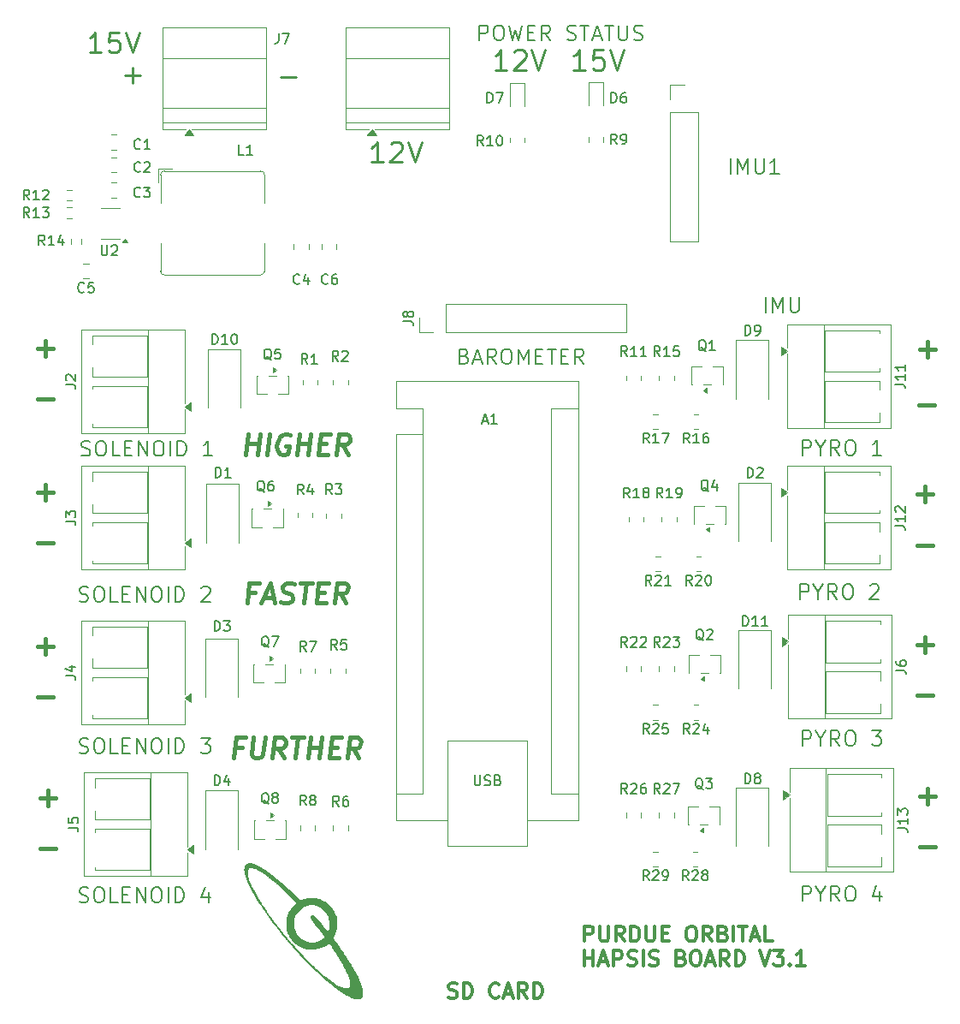
<source format=gbr>
%TF.GenerationSoftware,KiCad,Pcbnew,9.0.6*%
%TF.CreationDate,2026-02-15T15:54:59-05:00*%
%TF.ProjectId,polaris3.1,706f6c61-7269-4733-932e-312e6b696361,rev?*%
%TF.SameCoordinates,Original*%
%TF.FileFunction,Legend,Top*%
%TF.FilePolarity,Positive*%
%FSLAX46Y46*%
G04 Gerber Fmt 4.6, Leading zero omitted, Abs format (unit mm)*
G04 Created by KiCad (PCBNEW 9.0.6) date 2026-02-15 15:54:59*
%MOMM*%
%LPD*%
G01*
G04 APERTURE LIST*
%ADD10C,0.400000*%
%ADD11C,0.187500*%
%ADD12C,0.250000*%
%ADD13C,0.300000*%
%ADD14C,0.150000*%
%ADD15C,0.120000*%
%ADD16C,0.000000*%
G04 APERTURE END LIST*
D10*
X184164347Y-131462533D02*
X185688157Y-131462533D01*
D11*
X100984069Y-136875250D02*
X101198355Y-136946678D01*
X101198355Y-136946678D02*
X101555497Y-136946678D01*
X101555497Y-136946678D02*
X101698355Y-136875250D01*
X101698355Y-136875250D02*
X101769783Y-136803821D01*
X101769783Y-136803821D02*
X101841212Y-136660964D01*
X101841212Y-136660964D02*
X101841212Y-136518107D01*
X101841212Y-136518107D02*
X101769783Y-136375250D01*
X101769783Y-136375250D02*
X101698355Y-136303821D01*
X101698355Y-136303821D02*
X101555497Y-136232392D01*
X101555497Y-136232392D02*
X101269783Y-136160964D01*
X101269783Y-136160964D02*
X101126926Y-136089535D01*
X101126926Y-136089535D02*
X101055497Y-136018107D01*
X101055497Y-136018107D02*
X100984069Y-135875250D01*
X100984069Y-135875250D02*
X100984069Y-135732392D01*
X100984069Y-135732392D02*
X101055497Y-135589535D01*
X101055497Y-135589535D02*
X101126926Y-135518107D01*
X101126926Y-135518107D02*
X101269783Y-135446678D01*
X101269783Y-135446678D02*
X101626926Y-135446678D01*
X101626926Y-135446678D02*
X101841212Y-135518107D01*
X102769783Y-135446678D02*
X103055497Y-135446678D01*
X103055497Y-135446678D02*
X103198354Y-135518107D01*
X103198354Y-135518107D02*
X103341211Y-135660964D01*
X103341211Y-135660964D02*
X103412640Y-135946678D01*
X103412640Y-135946678D02*
X103412640Y-136446678D01*
X103412640Y-136446678D02*
X103341211Y-136732392D01*
X103341211Y-136732392D02*
X103198354Y-136875250D01*
X103198354Y-136875250D02*
X103055497Y-136946678D01*
X103055497Y-136946678D02*
X102769783Y-136946678D01*
X102769783Y-136946678D02*
X102626926Y-136875250D01*
X102626926Y-136875250D02*
X102484068Y-136732392D01*
X102484068Y-136732392D02*
X102412640Y-136446678D01*
X102412640Y-136446678D02*
X102412640Y-135946678D01*
X102412640Y-135946678D02*
X102484068Y-135660964D01*
X102484068Y-135660964D02*
X102626926Y-135518107D01*
X102626926Y-135518107D02*
X102769783Y-135446678D01*
X104769783Y-136946678D02*
X104055497Y-136946678D01*
X104055497Y-136946678D02*
X104055497Y-135446678D01*
X105269783Y-136160964D02*
X105769783Y-136160964D01*
X105984069Y-136946678D02*
X105269783Y-136946678D01*
X105269783Y-136946678D02*
X105269783Y-135446678D01*
X105269783Y-135446678D02*
X105984069Y-135446678D01*
X106626926Y-136946678D02*
X106626926Y-135446678D01*
X106626926Y-135446678D02*
X107484069Y-136946678D01*
X107484069Y-136946678D02*
X107484069Y-135446678D01*
X108484070Y-135446678D02*
X108769784Y-135446678D01*
X108769784Y-135446678D02*
X108912641Y-135518107D01*
X108912641Y-135518107D02*
X109055498Y-135660964D01*
X109055498Y-135660964D02*
X109126927Y-135946678D01*
X109126927Y-135946678D02*
X109126927Y-136446678D01*
X109126927Y-136446678D02*
X109055498Y-136732392D01*
X109055498Y-136732392D02*
X108912641Y-136875250D01*
X108912641Y-136875250D02*
X108769784Y-136946678D01*
X108769784Y-136946678D02*
X108484070Y-136946678D01*
X108484070Y-136946678D02*
X108341213Y-136875250D01*
X108341213Y-136875250D02*
X108198355Y-136732392D01*
X108198355Y-136732392D02*
X108126927Y-136446678D01*
X108126927Y-136446678D02*
X108126927Y-135946678D01*
X108126927Y-135946678D02*
X108198355Y-135660964D01*
X108198355Y-135660964D02*
X108341213Y-135518107D01*
X108341213Y-135518107D02*
X108484070Y-135446678D01*
X109769784Y-136946678D02*
X109769784Y-135446678D01*
X110484070Y-136946678D02*
X110484070Y-135446678D01*
X110484070Y-135446678D02*
X110841213Y-135446678D01*
X110841213Y-135446678D02*
X111055499Y-135518107D01*
X111055499Y-135518107D02*
X111198356Y-135660964D01*
X111198356Y-135660964D02*
X111269785Y-135803821D01*
X111269785Y-135803821D02*
X111341213Y-136089535D01*
X111341213Y-136089535D02*
X111341213Y-136303821D01*
X111341213Y-136303821D02*
X111269785Y-136589535D01*
X111269785Y-136589535D02*
X111198356Y-136732392D01*
X111198356Y-136732392D02*
X111055499Y-136875250D01*
X111055499Y-136875250D02*
X110841213Y-136946678D01*
X110841213Y-136946678D02*
X110484070Y-136946678D01*
X113769785Y-135946678D02*
X113769785Y-136946678D01*
X113412642Y-135375250D02*
X113055499Y-136446678D01*
X113055499Y-136446678D02*
X113984070Y-136446678D01*
D10*
X184164347Y-82262533D02*
X185688157Y-82262533D01*
X184926252Y-83024438D02*
X184926252Y-81500628D01*
X118350061Y-106276819D02*
X117683395Y-106276819D01*
X117552442Y-107324438D02*
X117802442Y-105324438D01*
X117802442Y-105324438D02*
X118754823Y-105324438D01*
X119242919Y-106753009D02*
X120195300Y-106753009D01*
X118981014Y-107324438D02*
X119897681Y-105324438D01*
X119897681Y-105324438D02*
X120314347Y-107324438D01*
X120897681Y-107229200D02*
X121171490Y-107324438D01*
X121171490Y-107324438D02*
X121647681Y-107324438D01*
X121647681Y-107324438D02*
X121850062Y-107229200D01*
X121850062Y-107229200D02*
X121957205Y-107133961D01*
X121957205Y-107133961D02*
X122076252Y-106943485D01*
X122076252Y-106943485D02*
X122100062Y-106753009D01*
X122100062Y-106753009D02*
X122028633Y-106562533D01*
X122028633Y-106562533D02*
X121945300Y-106467295D01*
X121945300Y-106467295D02*
X121766729Y-106372057D01*
X121766729Y-106372057D02*
X121397681Y-106276819D01*
X121397681Y-106276819D02*
X121219109Y-106181580D01*
X121219109Y-106181580D02*
X121135776Y-106086342D01*
X121135776Y-106086342D02*
X121064348Y-105895866D01*
X121064348Y-105895866D02*
X121088157Y-105705390D01*
X121088157Y-105705390D02*
X121207205Y-105514914D01*
X121207205Y-105514914D02*
X121314348Y-105419676D01*
X121314348Y-105419676D02*
X121516729Y-105324438D01*
X121516729Y-105324438D02*
X121992919Y-105324438D01*
X121992919Y-105324438D02*
X122266729Y-105419676D01*
X122850062Y-105324438D02*
X123992919Y-105324438D01*
X123171491Y-107324438D02*
X123421491Y-105324438D01*
X124540539Y-106276819D02*
X125207205Y-106276819D01*
X125361967Y-107324438D02*
X124409586Y-107324438D01*
X124409586Y-107324438D02*
X124659586Y-105324438D01*
X124659586Y-105324438D02*
X125611967Y-105324438D01*
X127361967Y-107324438D02*
X126814348Y-106372057D01*
X126219110Y-107324438D02*
X126469110Y-105324438D01*
X126469110Y-105324438D02*
X127231015Y-105324438D01*
X127231015Y-105324438D02*
X127409586Y-105419676D01*
X127409586Y-105419676D02*
X127492920Y-105514914D01*
X127492920Y-105514914D02*
X127564348Y-105705390D01*
X127564348Y-105705390D02*
X127528634Y-105991104D01*
X127528634Y-105991104D02*
X127409586Y-106181580D01*
X127409586Y-106181580D02*
X127302444Y-106276819D01*
X127302444Y-106276819D02*
X127100063Y-106372057D01*
X127100063Y-106372057D02*
X126338158Y-106372057D01*
D12*
X131013282Y-63732238D02*
X129870425Y-63732238D01*
X130441853Y-63732238D02*
X130441853Y-61732238D01*
X130441853Y-61732238D02*
X130251377Y-62017952D01*
X130251377Y-62017952D02*
X130060901Y-62208428D01*
X130060901Y-62208428D02*
X129870425Y-62303666D01*
X131775187Y-61922714D02*
X131870425Y-61827476D01*
X131870425Y-61827476D02*
X132060901Y-61732238D01*
X132060901Y-61732238D02*
X132537092Y-61732238D01*
X132537092Y-61732238D02*
X132727568Y-61827476D01*
X132727568Y-61827476D02*
X132822806Y-61922714D01*
X132822806Y-61922714D02*
X132918044Y-62113190D01*
X132918044Y-62113190D02*
X132918044Y-62303666D01*
X132918044Y-62303666D02*
X132822806Y-62589380D01*
X132822806Y-62589380D02*
X131679949Y-63732238D01*
X131679949Y-63732238D02*
X132918044Y-63732238D01*
X133489473Y-61732238D02*
X134156139Y-63732238D01*
X134156139Y-63732238D02*
X134822806Y-61732238D01*
D10*
X97064347Y-126612533D02*
X98588157Y-126612533D01*
X97826252Y-127374438D02*
X97826252Y-125850628D01*
X117050061Y-121576819D02*
X116383395Y-121576819D01*
X116252442Y-122624438D02*
X116502442Y-120624438D01*
X116502442Y-120624438D02*
X117454823Y-120624438D01*
X118216728Y-120624438D02*
X118014347Y-122243485D01*
X118014347Y-122243485D02*
X118085776Y-122433961D01*
X118085776Y-122433961D02*
X118169109Y-122529200D01*
X118169109Y-122529200D02*
X118347681Y-122624438D01*
X118347681Y-122624438D02*
X118728633Y-122624438D01*
X118728633Y-122624438D02*
X118931014Y-122529200D01*
X118931014Y-122529200D02*
X119038157Y-122433961D01*
X119038157Y-122433961D02*
X119157204Y-122243485D01*
X119157204Y-122243485D02*
X119359585Y-120624438D01*
X121204823Y-122624438D02*
X120657204Y-121672057D01*
X120061966Y-122624438D02*
X120311966Y-120624438D01*
X120311966Y-120624438D02*
X121073871Y-120624438D01*
X121073871Y-120624438D02*
X121252442Y-120719676D01*
X121252442Y-120719676D02*
X121335776Y-120814914D01*
X121335776Y-120814914D02*
X121407204Y-121005390D01*
X121407204Y-121005390D02*
X121371490Y-121291104D01*
X121371490Y-121291104D02*
X121252442Y-121481580D01*
X121252442Y-121481580D02*
X121145300Y-121576819D01*
X121145300Y-121576819D02*
X120942919Y-121672057D01*
X120942919Y-121672057D02*
X120181014Y-121672057D01*
X122026252Y-120624438D02*
X123169109Y-120624438D01*
X122347681Y-122624438D02*
X122597681Y-120624438D01*
X123585776Y-122624438D02*
X123835776Y-120624438D01*
X123716729Y-121576819D02*
X124859586Y-121576819D01*
X124728633Y-122624438D02*
X124978633Y-120624438D01*
X125811967Y-121576819D02*
X126478633Y-121576819D01*
X126633395Y-122624438D02*
X125681014Y-122624438D01*
X125681014Y-122624438D02*
X125931014Y-120624438D01*
X125931014Y-120624438D02*
X126883395Y-120624438D01*
X128633395Y-122624438D02*
X128085776Y-121672057D01*
X127490538Y-122624438D02*
X127740538Y-120624438D01*
X127740538Y-120624438D02*
X128502443Y-120624438D01*
X128502443Y-120624438D02*
X128681014Y-120719676D01*
X128681014Y-120719676D02*
X128764348Y-120814914D01*
X128764348Y-120814914D02*
X128835776Y-121005390D01*
X128835776Y-121005390D02*
X128800062Y-121291104D01*
X128800062Y-121291104D02*
X128681014Y-121481580D01*
X128681014Y-121481580D02*
X128573872Y-121576819D01*
X128573872Y-121576819D02*
X128371491Y-121672057D01*
X128371491Y-121672057D02*
X127609586Y-121672057D01*
X183864347Y-96562533D02*
X185388157Y-96562533D01*
X184626252Y-97324438D02*
X184626252Y-95800628D01*
D11*
X100984069Y-107125250D02*
X101198355Y-107196678D01*
X101198355Y-107196678D02*
X101555497Y-107196678D01*
X101555497Y-107196678D02*
X101698355Y-107125250D01*
X101698355Y-107125250D02*
X101769783Y-107053821D01*
X101769783Y-107053821D02*
X101841212Y-106910964D01*
X101841212Y-106910964D02*
X101841212Y-106768107D01*
X101841212Y-106768107D02*
X101769783Y-106625250D01*
X101769783Y-106625250D02*
X101698355Y-106553821D01*
X101698355Y-106553821D02*
X101555497Y-106482392D01*
X101555497Y-106482392D02*
X101269783Y-106410964D01*
X101269783Y-106410964D02*
X101126926Y-106339535D01*
X101126926Y-106339535D02*
X101055497Y-106268107D01*
X101055497Y-106268107D02*
X100984069Y-106125250D01*
X100984069Y-106125250D02*
X100984069Y-105982392D01*
X100984069Y-105982392D02*
X101055497Y-105839535D01*
X101055497Y-105839535D02*
X101126926Y-105768107D01*
X101126926Y-105768107D02*
X101269783Y-105696678D01*
X101269783Y-105696678D02*
X101626926Y-105696678D01*
X101626926Y-105696678D02*
X101841212Y-105768107D01*
X102769783Y-105696678D02*
X103055497Y-105696678D01*
X103055497Y-105696678D02*
X103198354Y-105768107D01*
X103198354Y-105768107D02*
X103341211Y-105910964D01*
X103341211Y-105910964D02*
X103412640Y-106196678D01*
X103412640Y-106196678D02*
X103412640Y-106696678D01*
X103412640Y-106696678D02*
X103341211Y-106982392D01*
X103341211Y-106982392D02*
X103198354Y-107125250D01*
X103198354Y-107125250D02*
X103055497Y-107196678D01*
X103055497Y-107196678D02*
X102769783Y-107196678D01*
X102769783Y-107196678D02*
X102626926Y-107125250D01*
X102626926Y-107125250D02*
X102484068Y-106982392D01*
X102484068Y-106982392D02*
X102412640Y-106696678D01*
X102412640Y-106696678D02*
X102412640Y-106196678D01*
X102412640Y-106196678D02*
X102484068Y-105910964D01*
X102484068Y-105910964D02*
X102626926Y-105768107D01*
X102626926Y-105768107D02*
X102769783Y-105696678D01*
X104769783Y-107196678D02*
X104055497Y-107196678D01*
X104055497Y-107196678D02*
X104055497Y-105696678D01*
X105269783Y-106410964D02*
X105769783Y-106410964D01*
X105984069Y-107196678D02*
X105269783Y-107196678D01*
X105269783Y-107196678D02*
X105269783Y-105696678D01*
X105269783Y-105696678D02*
X105984069Y-105696678D01*
X106626926Y-107196678D02*
X106626926Y-105696678D01*
X106626926Y-105696678D02*
X107484069Y-107196678D01*
X107484069Y-107196678D02*
X107484069Y-105696678D01*
X108484070Y-105696678D02*
X108769784Y-105696678D01*
X108769784Y-105696678D02*
X108912641Y-105768107D01*
X108912641Y-105768107D02*
X109055498Y-105910964D01*
X109055498Y-105910964D02*
X109126927Y-106196678D01*
X109126927Y-106196678D02*
X109126927Y-106696678D01*
X109126927Y-106696678D02*
X109055498Y-106982392D01*
X109055498Y-106982392D02*
X108912641Y-107125250D01*
X108912641Y-107125250D02*
X108769784Y-107196678D01*
X108769784Y-107196678D02*
X108484070Y-107196678D01*
X108484070Y-107196678D02*
X108341213Y-107125250D01*
X108341213Y-107125250D02*
X108198355Y-106982392D01*
X108198355Y-106982392D02*
X108126927Y-106696678D01*
X108126927Y-106696678D02*
X108126927Y-106196678D01*
X108126927Y-106196678D02*
X108198355Y-105910964D01*
X108198355Y-105910964D02*
X108341213Y-105768107D01*
X108341213Y-105768107D02*
X108484070Y-105696678D01*
X109769784Y-107196678D02*
X109769784Y-105696678D01*
X110484070Y-107196678D02*
X110484070Y-105696678D01*
X110484070Y-105696678D02*
X110841213Y-105696678D01*
X110841213Y-105696678D02*
X111055499Y-105768107D01*
X111055499Y-105768107D02*
X111198356Y-105910964D01*
X111198356Y-105910964D02*
X111269785Y-106053821D01*
X111269785Y-106053821D02*
X111341213Y-106339535D01*
X111341213Y-106339535D02*
X111341213Y-106553821D01*
X111341213Y-106553821D02*
X111269785Y-106839535D01*
X111269785Y-106839535D02*
X111198356Y-106982392D01*
X111198356Y-106982392D02*
X111055499Y-107125250D01*
X111055499Y-107125250D02*
X110841213Y-107196678D01*
X110841213Y-107196678D02*
X110484070Y-107196678D01*
X113055499Y-105839535D02*
X113126927Y-105768107D01*
X113126927Y-105768107D02*
X113269785Y-105696678D01*
X113269785Y-105696678D02*
X113626927Y-105696678D01*
X113626927Y-105696678D02*
X113769785Y-105768107D01*
X113769785Y-105768107D02*
X113841213Y-105839535D01*
X113841213Y-105839535D02*
X113912642Y-105982392D01*
X113912642Y-105982392D02*
X113912642Y-106125250D01*
X113912642Y-106125250D02*
X113841213Y-106339535D01*
X113841213Y-106339535D02*
X112984070Y-107196678D01*
X112984070Y-107196678D02*
X113912642Y-107196678D01*
D10*
X96814347Y-96362533D02*
X98338157Y-96362533D01*
X97576252Y-97124438D02*
X97576252Y-95600628D01*
D11*
X140555497Y-51696678D02*
X140555497Y-50196678D01*
X140555497Y-50196678D02*
X141126926Y-50196678D01*
X141126926Y-50196678D02*
X141269783Y-50268107D01*
X141269783Y-50268107D02*
X141341212Y-50339535D01*
X141341212Y-50339535D02*
X141412640Y-50482392D01*
X141412640Y-50482392D02*
X141412640Y-50696678D01*
X141412640Y-50696678D02*
X141341212Y-50839535D01*
X141341212Y-50839535D02*
X141269783Y-50910964D01*
X141269783Y-50910964D02*
X141126926Y-50982392D01*
X141126926Y-50982392D02*
X140555497Y-50982392D01*
X142341212Y-50196678D02*
X142626926Y-50196678D01*
X142626926Y-50196678D02*
X142769783Y-50268107D01*
X142769783Y-50268107D02*
X142912640Y-50410964D01*
X142912640Y-50410964D02*
X142984069Y-50696678D01*
X142984069Y-50696678D02*
X142984069Y-51196678D01*
X142984069Y-51196678D02*
X142912640Y-51482392D01*
X142912640Y-51482392D02*
X142769783Y-51625250D01*
X142769783Y-51625250D02*
X142626926Y-51696678D01*
X142626926Y-51696678D02*
X142341212Y-51696678D01*
X142341212Y-51696678D02*
X142198355Y-51625250D01*
X142198355Y-51625250D02*
X142055497Y-51482392D01*
X142055497Y-51482392D02*
X141984069Y-51196678D01*
X141984069Y-51196678D02*
X141984069Y-50696678D01*
X141984069Y-50696678D02*
X142055497Y-50410964D01*
X142055497Y-50410964D02*
X142198355Y-50268107D01*
X142198355Y-50268107D02*
X142341212Y-50196678D01*
X143484069Y-50196678D02*
X143841212Y-51696678D01*
X143841212Y-51696678D02*
X144126926Y-50625250D01*
X144126926Y-50625250D02*
X144412641Y-51696678D01*
X144412641Y-51696678D02*
X144769784Y-50196678D01*
X145341212Y-50910964D02*
X145841212Y-50910964D01*
X146055498Y-51696678D02*
X145341212Y-51696678D01*
X145341212Y-51696678D02*
X145341212Y-50196678D01*
X145341212Y-50196678D02*
X146055498Y-50196678D01*
X147555498Y-51696678D02*
X147055498Y-50982392D01*
X146698355Y-51696678D02*
X146698355Y-50196678D01*
X146698355Y-50196678D02*
X147269784Y-50196678D01*
X147269784Y-50196678D02*
X147412641Y-50268107D01*
X147412641Y-50268107D02*
X147484070Y-50339535D01*
X147484070Y-50339535D02*
X147555498Y-50482392D01*
X147555498Y-50482392D02*
X147555498Y-50696678D01*
X147555498Y-50696678D02*
X147484070Y-50839535D01*
X147484070Y-50839535D02*
X147412641Y-50910964D01*
X147412641Y-50910964D02*
X147269784Y-50982392D01*
X147269784Y-50982392D02*
X146698355Y-50982392D01*
X149269784Y-51625250D02*
X149484070Y-51696678D01*
X149484070Y-51696678D02*
X149841212Y-51696678D01*
X149841212Y-51696678D02*
X149984070Y-51625250D01*
X149984070Y-51625250D02*
X150055498Y-51553821D01*
X150055498Y-51553821D02*
X150126927Y-51410964D01*
X150126927Y-51410964D02*
X150126927Y-51268107D01*
X150126927Y-51268107D02*
X150055498Y-51125250D01*
X150055498Y-51125250D02*
X149984070Y-51053821D01*
X149984070Y-51053821D02*
X149841212Y-50982392D01*
X149841212Y-50982392D02*
X149555498Y-50910964D01*
X149555498Y-50910964D02*
X149412641Y-50839535D01*
X149412641Y-50839535D02*
X149341212Y-50768107D01*
X149341212Y-50768107D02*
X149269784Y-50625250D01*
X149269784Y-50625250D02*
X149269784Y-50482392D01*
X149269784Y-50482392D02*
X149341212Y-50339535D01*
X149341212Y-50339535D02*
X149412641Y-50268107D01*
X149412641Y-50268107D02*
X149555498Y-50196678D01*
X149555498Y-50196678D02*
X149912641Y-50196678D01*
X149912641Y-50196678D02*
X150126927Y-50268107D01*
X150555498Y-50196678D02*
X151412641Y-50196678D01*
X150984069Y-51696678D02*
X150984069Y-50196678D01*
X151841212Y-51268107D02*
X152555498Y-51268107D01*
X151698355Y-51696678D02*
X152198355Y-50196678D01*
X152198355Y-50196678D02*
X152698355Y-51696678D01*
X152984069Y-50196678D02*
X153841212Y-50196678D01*
X153412640Y-51696678D02*
X153412640Y-50196678D01*
X154341211Y-50196678D02*
X154341211Y-51410964D01*
X154341211Y-51410964D02*
X154412640Y-51553821D01*
X154412640Y-51553821D02*
X154484069Y-51625250D01*
X154484069Y-51625250D02*
X154626926Y-51696678D01*
X154626926Y-51696678D02*
X154912640Y-51696678D01*
X154912640Y-51696678D02*
X155055497Y-51625250D01*
X155055497Y-51625250D02*
X155126926Y-51553821D01*
X155126926Y-51553821D02*
X155198354Y-51410964D01*
X155198354Y-51410964D02*
X155198354Y-50196678D01*
X155841212Y-51625250D02*
X156055498Y-51696678D01*
X156055498Y-51696678D02*
X156412640Y-51696678D01*
X156412640Y-51696678D02*
X156555498Y-51625250D01*
X156555498Y-51625250D02*
X156626926Y-51553821D01*
X156626926Y-51553821D02*
X156698355Y-51410964D01*
X156698355Y-51410964D02*
X156698355Y-51268107D01*
X156698355Y-51268107D02*
X156626926Y-51125250D01*
X156626926Y-51125250D02*
X156555498Y-51053821D01*
X156555498Y-51053821D02*
X156412640Y-50982392D01*
X156412640Y-50982392D02*
X156126926Y-50910964D01*
X156126926Y-50910964D02*
X155984069Y-50839535D01*
X155984069Y-50839535D02*
X155912640Y-50768107D01*
X155912640Y-50768107D02*
X155841212Y-50625250D01*
X155841212Y-50625250D02*
X155841212Y-50482392D01*
X155841212Y-50482392D02*
X155912640Y-50339535D01*
X155912640Y-50339535D02*
X155984069Y-50268107D01*
X155984069Y-50268107D02*
X156126926Y-50196678D01*
X156126926Y-50196678D02*
X156484069Y-50196678D01*
X156484069Y-50196678D02*
X156698355Y-50268107D01*
D13*
X137508082Y-146319400D02*
X137722368Y-146390828D01*
X137722368Y-146390828D02*
X138079510Y-146390828D01*
X138079510Y-146390828D02*
X138222368Y-146319400D01*
X138222368Y-146319400D02*
X138293796Y-146247971D01*
X138293796Y-146247971D02*
X138365225Y-146105114D01*
X138365225Y-146105114D02*
X138365225Y-145962257D01*
X138365225Y-145962257D02*
X138293796Y-145819400D01*
X138293796Y-145819400D02*
X138222368Y-145747971D01*
X138222368Y-145747971D02*
X138079510Y-145676542D01*
X138079510Y-145676542D02*
X137793796Y-145605114D01*
X137793796Y-145605114D02*
X137650939Y-145533685D01*
X137650939Y-145533685D02*
X137579510Y-145462257D01*
X137579510Y-145462257D02*
X137508082Y-145319400D01*
X137508082Y-145319400D02*
X137508082Y-145176542D01*
X137508082Y-145176542D02*
X137579510Y-145033685D01*
X137579510Y-145033685D02*
X137650939Y-144962257D01*
X137650939Y-144962257D02*
X137793796Y-144890828D01*
X137793796Y-144890828D02*
X138150939Y-144890828D01*
X138150939Y-144890828D02*
X138365225Y-144962257D01*
X139008081Y-146390828D02*
X139008081Y-144890828D01*
X139008081Y-144890828D02*
X139365224Y-144890828D01*
X139365224Y-144890828D02*
X139579510Y-144962257D01*
X139579510Y-144962257D02*
X139722367Y-145105114D01*
X139722367Y-145105114D02*
X139793796Y-145247971D01*
X139793796Y-145247971D02*
X139865224Y-145533685D01*
X139865224Y-145533685D02*
X139865224Y-145747971D01*
X139865224Y-145747971D02*
X139793796Y-146033685D01*
X139793796Y-146033685D02*
X139722367Y-146176542D01*
X139722367Y-146176542D02*
X139579510Y-146319400D01*
X139579510Y-146319400D02*
X139365224Y-146390828D01*
X139365224Y-146390828D02*
X139008081Y-146390828D01*
X142508081Y-146247971D02*
X142436653Y-146319400D01*
X142436653Y-146319400D02*
X142222367Y-146390828D01*
X142222367Y-146390828D02*
X142079510Y-146390828D01*
X142079510Y-146390828D02*
X141865224Y-146319400D01*
X141865224Y-146319400D02*
X141722367Y-146176542D01*
X141722367Y-146176542D02*
X141650938Y-146033685D01*
X141650938Y-146033685D02*
X141579510Y-145747971D01*
X141579510Y-145747971D02*
X141579510Y-145533685D01*
X141579510Y-145533685D02*
X141650938Y-145247971D01*
X141650938Y-145247971D02*
X141722367Y-145105114D01*
X141722367Y-145105114D02*
X141865224Y-144962257D01*
X141865224Y-144962257D02*
X142079510Y-144890828D01*
X142079510Y-144890828D02*
X142222367Y-144890828D01*
X142222367Y-144890828D02*
X142436653Y-144962257D01*
X142436653Y-144962257D02*
X142508081Y-145033685D01*
X143079510Y-145962257D02*
X143793796Y-145962257D01*
X142936653Y-146390828D02*
X143436653Y-144890828D01*
X143436653Y-144890828D02*
X143936653Y-146390828D01*
X145293795Y-146390828D02*
X144793795Y-145676542D01*
X144436652Y-146390828D02*
X144436652Y-144890828D01*
X144436652Y-144890828D02*
X145008081Y-144890828D01*
X145008081Y-144890828D02*
X145150938Y-144962257D01*
X145150938Y-144962257D02*
X145222367Y-145033685D01*
X145222367Y-145033685D02*
X145293795Y-145176542D01*
X145293795Y-145176542D02*
X145293795Y-145390828D01*
X145293795Y-145390828D02*
X145222367Y-145533685D01*
X145222367Y-145533685D02*
X145150938Y-145605114D01*
X145150938Y-145605114D02*
X145008081Y-145676542D01*
X145008081Y-145676542D02*
X144436652Y-145676542D01*
X145936652Y-146390828D02*
X145936652Y-144890828D01*
X145936652Y-144890828D02*
X146293795Y-144890828D01*
X146293795Y-144890828D02*
X146508081Y-144962257D01*
X146508081Y-144962257D02*
X146650938Y-145105114D01*
X146650938Y-145105114D02*
X146722367Y-145247971D01*
X146722367Y-145247971D02*
X146793795Y-145533685D01*
X146793795Y-145533685D02*
X146793795Y-145747971D01*
X146793795Y-145747971D02*
X146722367Y-146033685D01*
X146722367Y-146033685D02*
X146650938Y-146176542D01*
X146650938Y-146176542D02*
X146508081Y-146319400D01*
X146508081Y-146319400D02*
X146293795Y-146390828D01*
X146293795Y-146390828D02*
X145936652Y-146390828D01*
D12*
X151013282Y-54632238D02*
X149870425Y-54632238D01*
X150441853Y-54632238D02*
X150441853Y-52632238D01*
X150441853Y-52632238D02*
X150251377Y-52917952D01*
X150251377Y-52917952D02*
X150060901Y-53108428D01*
X150060901Y-53108428D02*
X149870425Y-53203666D01*
X152822806Y-52632238D02*
X151870425Y-52632238D01*
X151870425Y-52632238D02*
X151775187Y-53584619D01*
X151775187Y-53584619D02*
X151870425Y-53489380D01*
X151870425Y-53489380D02*
X152060901Y-53394142D01*
X152060901Y-53394142D02*
X152537092Y-53394142D01*
X152537092Y-53394142D02*
X152727568Y-53489380D01*
X152727568Y-53489380D02*
X152822806Y-53584619D01*
X152822806Y-53584619D02*
X152918044Y-53775095D01*
X152918044Y-53775095D02*
X152918044Y-54251285D01*
X152918044Y-54251285D02*
X152822806Y-54441761D01*
X152822806Y-54441761D02*
X152727568Y-54537000D01*
X152727568Y-54537000D02*
X152537092Y-54632238D01*
X152537092Y-54632238D02*
X152060901Y-54632238D01*
X152060901Y-54632238D02*
X151870425Y-54537000D01*
X151870425Y-54537000D02*
X151775187Y-54441761D01*
X153489473Y-52632238D02*
X154156139Y-54632238D01*
X154156139Y-54632238D02*
X154822806Y-52632238D01*
D13*
X150979510Y-140775912D02*
X150979510Y-139275912D01*
X150979510Y-139275912D02*
X151550939Y-139275912D01*
X151550939Y-139275912D02*
X151693796Y-139347341D01*
X151693796Y-139347341D02*
X151765225Y-139418769D01*
X151765225Y-139418769D02*
X151836653Y-139561626D01*
X151836653Y-139561626D02*
X151836653Y-139775912D01*
X151836653Y-139775912D02*
X151765225Y-139918769D01*
X151765225Y-139918769D02*
X151693796Y-139990198D01*
X151693796Y-139990198D02*
X151550939Y-140061626D01*
X151550939Y-140061626D02*
X150979510Y-140061626D01*
X152479510Y-139275912D02*
X152479510Y-140490198D01*
X152479510Y-140490198D02*
X152550939Y-140633055D01*
X152550939Y-140633055D02*
X152622368Y-140704484D01*
X152622368Y-140704484D02*
X152765225Y-140775912D01*
X152765225Y-140775912D02*
X153050939Y-140775912D01*
X153050939Y-140775912D02*
X153193796Y-140704484D01*
X153193796Y-140704484D02*
X153265225Y-140633055D01*
X153265225Y-140633055D02*
X153336653Y-140490198D01*
X153336653Y-140490198D02*
X153336653Y-139275912D01*
X154908082Y-140775912D02*
X154408082Y-140061626D01*
X154050939Y-140775912D02*
X154050939Y-139275912D01*
X154050939Y-139275912D02*
X154622368Y-139275912D01*
X154622368Y-139275912D02*
X154765225Y-139347341D01*
X154765225Y-139347341D02*
X154836654Y-139418769D01*
X154836654Y-139418769D02*
X154908082Y-139561626D01*
X154908082Y-139561626D02*
X154908082Y-139775912D01*
X154908082Y-139775912D02*
X154836654Y-139918769D01*
X154836654Y-139918769D02*
X154765225Y-139990198D01*
X154765225Y-139990198D02*
X154622368Y-140061626D01*
X154622368Y-140061626D02*
X154050939Y-140061626D01*
X155550939Y-140775912D02*
X155550939Y-139275912D01*
X155550939Y-139275912D02*
X155908082Y-139275912D01*
X155908082Y-139275912D02*
X156122368Y-139347341D01*
X156122368Y-139347341D02*
X156265225Y-139490198D01*
X156265225Y-139490198D02*
X156336654Y-139633055D01*
X156336654Y-139633055D02*
X156408082Y-139918769D01*
X156408082Y-139918769D02*
X156408082Y-140133055D01*
X156408082Y-140133055D02*
X156336654Y-140418769D01*
X156336654Y-140418769D02*
X156265225Y-140561626D01*
X156265225Y-140561626D02*
X156122368Y-140704484D01*
X156122368Y-140704484D02*
X155908082Y-140775912D01*
X155908082Y-140775912D02*
X155550939Y-140775912D01*
X157050939Y-139275912D02*
X157050939Y-140490198D01*
X157050939Y-140490198D02*
X157122368Y-140633055D01*
X157122368Y-140633055D02*
X157193797Y-140704484D01*
X157193797Y-140704484D02*
X157336654Y-140775912D01*
X157336654Y-140775912D02*
X157622368Y-140775912D01*
X157622368Y-140775912D02*
X157765225Y-140704484D01*
X157765225Y-140704484D02*
X157836654Y-140633055D01*
X157836654Y-140633055D02*
X157908082Y-140490198D01*
X157908082Y-140490198D02*
X157908082Y-139275912D01*
X158622368Y-139990198D02*
X159122368Y-139990198D01*
X159336654Y-140775912D02*
X158622368Y-140775912D01*
X158622368Y-140775912D02*
X158622368Y-139275912D01*
X158622368Y-139275912D02*
X159336654Y-139275912D01*
X161408083Y-139275912D02*
X161693797Y-139275912D01*
X161693797Y-139275912D02*
X161836654Y-139347341D01*
X161836654Y-139347341D02*
X161979511Y-139490198D01*
X161979511Y-139490198D02*
X162050940Y-139775912D01*
X162050940Y-139775912D02*
X162050940Y-140275912D01*
X162050940Y-140275912D02*
X161979511Y-140561626D01*
X161979511Y-140561626D02*
X161836654Y-140704484D01*
X161836654Y-140704484D02*
X161693797Y-140775912D01*
X161693797Y-140775912D02*
X161408083Y-140775912D01*
X161408083Y-140775912D02*
X161265226Y-140704484D01*
X161265226Y-140704484D02*
X161122368Y-140561626D01*
X161122368Y-140561626D02*
X161050940Y-140275912D01*
X161050940Y-140275912D02*
X161050940Y-139775912D01*
X161050940Y-139775912D02*
X161122368Y-139490198D01*
X161122368Y-139490198D02*
X161265226Y-139347341D01*
X161265226Y-139347341D02*
X161408083Y-139275912D01*
X163550940Y-140775912D02*
X163050940Y-140061626D01*
X162693797Y-140775912D02*
X162693797Y-139275912D01*
X162693797Y-139275912D02*
X163265226Y-139275912D01*
X163265226Y-139275912D02*
X163408083Y-139347341D01*
X163408083Y-139347341D02*
X163479512Y-139418769D01*
X163479512Y-139418769D02*
X163550940Y-139561626D01*
X163550940Y-139561626D02*
X163550940Y-139775912D01*
X163550940Y-139775912D02*
X163479512Y-139918769D01*
X163479512Y-139918769D02*
X163408083Y-139990198D01*
X163408083Y-139990198D02*
X163265226Y-140061626D01*
X163265226Y-140061626D02*
X162693797Y-140061626D01*
X164693797Y-139990198D02*
X164908083Y-140061626D01*
X164908083Y-140061626D02*
X164979512Y-140133055D01*
X164979512Y-140133055D02*
X165050940Y-140275912D01*
X165050940Y-140275912D02*
X165050940Y-140490198D01*
X165050940Y-140490198D02*
X164979512Y-140633055D01*
X164979512Y-140633055D02*
X164908083Y-140704484D01*
X164908083Y-140704484D02*
X164765226Y-140775912D01*
X164765226Y-140775912D02*
X164193797Y-140775912D01*
X164193797Y-140775912D02*
X164193797Y-139275912D01*
X164193797Y-139275912D02*
X164693797Y-139275912D01*
X164693797Y-139275912D02*
X164836655Y-139347341D01*
X164836655Y-139347341D02*
X164908083Y-139418769D01*
X164908083Y-139418769D02*
X164979512Y-139561626D01*
X164979512Y-139561626D02*
X164979512Y-139704484D01*
X164979512Y-139704484D02*
X164908083Y-139847341D01*
X164908083Y-139847341D02*
X164836655Y-139918769D01*
X164836655Y-139918769D02*
X164693797Y-139990198D01*
X164693797Y-139990198D02*
X164193797Y-139990198D01*
X165693797Y-140775912D02*
X165693797Y-139275912D01*
X166193798Y-139275912D02*
X167050941Y-139275912D01*
X166622369Y-140775912D02*
X166622369Y-139275912D01*
X167479512Y-140347341D02*
X168193798Y-140347341D01*
X167336655Y-140775912D02*
X167836655Y-139275912D01*
X167836655Y-139275912D02*
X168336655Y-140775912D01*
X169550940Y-140775912D02*
X168836654Y-140775912D01*
X168836654Y-140775912D02*
X168836654Y-139275912D01*
X150979510Y-143190828D02*
X150979510Y-141690828D01*
X150979510Y-142405114D02*
X151836653Y-142405114D01*
X151836653Y-143190828D02*
X151836653Y-141690828D01*
X152479511Y-142762257D02*
X153193797Y-142762257D01*
X152336654Y-143190828D02*
X152836654Y-141690828D01*
X152836654Y-141690828D02*
X153336654Y-143190828D01*
X153836653Y-143190828D02*
X153836653Y-141690828D01*
X153836653Y-141690828D02*
X154408082Y-141690828D01*
X154408082Y-141690828D02*
X154550939Y-141762257D01*
X154550939Y-141762257D02*
X154622368Y-141833685D01*
X154622368Y-141833685D02*
X154693796Y-141976542D01*
X154693796Y-141976542D02*
X154693796Y-142190828D01*
X154693796Y-142190828D02*
X154622368Y-142333685D01*
X154622368Y-142333685D02*
X154550939Y-142405114D01*
X154550939Y-142405114D02*
X154408082Y-142476542D01*
X154408082Y-142476542D02*
X153836653Y-142476542D01*
X155265225Y-143119400D02*
X155479511Y-143190828D01*
X155479511Y-143190828D02*
X155836653Y-143190828D01*
X155836653Y-143190828D02*
X155979511Y-143119400D01*
X155979511Y-143119400D02*
X156050939Y-143047971D01*
X156050939Y-143047971D02*
X156122368Y-142905114D01*
X156122368Y-142905114D02*
X156122368Y-142762257D01*
X156122368Y-142762257D02*
X156050939Y-142619400D01*
X156050939Y-142619400D02*
X155979511Y-142547971D01*
X155979511Y-142547971D02*
X155836653Y-142476542D01*
X155836653Y-142476542D02*
X155550939Y-142405114D01*
X155550939Y-142405114D02*
X155408082Y-142333685D01*
X155408082Y-142333685D02*
X155336653Y-142262257D01*
X155336653Y-142262257D02*
X155265225Y-142119400D01*
X155265225Y-142119400D02*
X155265225Y-141976542D01*
X155265225Y-141976542D02*
X155336653Y-141833685D01*
X155336653Y-141833685D02*
X155408082Y-141762257D01*
X155408082Y-141762257D02*
X155550939Y-141690828D01*
X155550939Y-141690828D02*
X155908082Y-141690828D01*
X155908082Y-141690828D02*
X156122368Y-141762257D01*
X156765224Y-143190828D02*
X156765224Y-141690828D01*
X157408082Y-143119400D02*
X157622368Y-143190828D01*
X157622368Y-143190828D02*
X157979510Y-143190828D01*
X157979510Y-143190828D02*
X158122368Y-143119400D01*
X158122368Y-143119400D02*
X158193796Y-143047971D01*
X158193796Y-143047971D02*
X158265225Y-142905114D01*
X158265225Y-142905114D02*
X158265225Y-142762257D01*
X158265225Y-142762257D02*
X158193796Y-142619400D01*
X158193796Y-142619400D02*
X158122368Y-142547971D01*
X158122368Y-142547971D02*
X157979510Y-142476542D01*
X157979510Y-142476542D02*
X157693796Y-142405114D01*
X157693796Y-142405114D02*
X157550939Y-142333685D01*
X157550939Y-142333685D02*
X157479510Y-142262257D01*
X157479510Y-142262257D02*
X157408082Y-142119400D01*
X157408082Y-142119400D02*
X157408082Y-141976542D01*
X157408082Y-141976542D02*
X157479510Y-141833685D01*
X157479510Y-141833685D02*
X157550939Y-141762257D01*
X157550939Y-141762257D02*
X157693796Y-141690828D01*
X157693796Y-141690828D02*
X158050939Y-141690828D01*
X158050939Y-141690828D02*
X158265225Y-141762257D01*
X160550938Y-142405114D02*
X160765224Y-142476542D01*
X160765224Y-142476542D02*
X160836653Y-142547971D01*
X160836653Y-142547971D02*
X160908081Y-142690828D01*
X160908081Y-142690828D02*
X160908081Y-142905114D01*
X160908081Y-142905114D02*
X160836653Y-143047971D01*
X160836653Y-143047971D02*
X160765224Y-143119400D01*
X160765224Y-143119400D02*
X160622367Y-143190828D01*
X160622367Y-143190828D02*
X160050938Y-143190828D01*
X160050938Y-143190828D02*
X160050938Y-141690828D01*
X160050938Y-141690828D02*
X160550938Y-141690828D01*
X160550938Y-141690828D02*
X160693796Y-141762257D01*
X160693796Y-141762257D02*
X160765224Y-141833685D01*
X160765224Y-141833685D02*
X160836653Y-141976542D01*
X160836653Y-141976542D02*
X160836653Y-142119400D01*
X160836653Y-142119400D02*
X160765224Y-142262257D01*
X160765224Y-142262257D02*
X160693796Y-142333685D01*
X160693796Y-142333685D02*
X160550938Y-142405114D01*
X160550938Y-142405114D02*
X160050938Y-142405114D01*
X161836653Y-141690828D02*
X162122367Y-141690828D01*
X162122367Y-141690828D02*
X162265224Y-141762257D01*
X162265224Y-141762257D02*
X162408081Y-141905114D01*
X162408081Y-141905114D02*
X162479510Y-142190828D01*
X162479510Y-142190828D02*
X162479510Y-142690828D01*
X162479510Y-142690828D02*
X162408081Y-142976542D01*
X162408081Y-142976542D02*
X162265224Y-143119400D01*
X162265224Y-143119400D02*
X162122367Y-143190828D01*
X162122367Y-143190828D02*
X161836653Y-143190828D01*
X161836653Y-143190828D02*
X161693796Y-143119400D01*
X161693796Y-143119400D02*
X161550938Y-142976542D01*
X161550938Y-142976542D02*
X161479510Y-142690828D01*
X161479510Y-142690828D02*
X161479510Y-142190828D01*
X161479510Y-142190828D02*
X161550938Y-141905114D01*
X161550938Y-141905114D02*
X161693796Y-141762257D01*
X161693796Y-141762257D02*
X161836653Y-141690828D01*
X163050939Y-142762257D02*
X163765225Y-142762257D01*
X162908082Y-143190828D02*
X163408082Y-141690828D01*
X163408082Y-141690828D02*
X163908082Y-143190828D01*
X165265224Y-143190828D02*
X164765224Y-142476542D01*
X164408081Y-143190828D02*
X164408081Y-141690828D01*
X164408081Y-141690828D02*
X164979510Y-141690828D01*
X164979510Y-141690828D02*
X165122367Y-141762257D01*
X165122367Y-141762257D02*
X165193796Y-141833685D01*
X165193796Y-141833685D02*
X165265224Y-141976542D01*
X165265224Y-141976542D02*
X165265224Y-142190828D01*
X165265224Y-142190828D02*
X165193796Y-142333685D01*
X165193796Y-142333685D02*
X165122367Y-142405114D01*
X165122367Y-142405114D02*
X164979510Y-142476542D01*
X164979510Y-142476542D02*
X164408081Y-142476542D01*
X165908081Y-143190828D02*
X165908081Y-141690828D01*
X165908081Y-141690828D02*
X166265224Y-141690828D01*
X166265224Y-141690828D02*
X166479510Y-141762257D01*
X166479510Y-141762257D02*
X166622367Y-141905114D01*
X166622367Y-141905114D02*
X166693796Y-142047971D01*
X166693796Y-142047971D02*
X166765224Y-142333685D01*
X166765224Y-142333685D02*
X166765224Y-142547971D01*
X166765224Y-142547971D02*
X166693796Y-142833685D01*
X166693796Y-142833685D02*
X166622367Y-142976542D01*
X166622367Y-142976542D02*
X166479510Y-143119400D01*
X166479510Y-143119400D02*
X166265224Y-143190828D01*
X166265224Y-143190828D02*
X165908081Y-143190828D01*
X168336653Y-141690828D02*
X168836653Y-143190828D01*
X168836653Y-143190828D02*
X169336653Y-141690828D01*
X169693795Y-141690828D02*
X170622367Y-141690828D01*
X170622367Y-141690828D02*
X170122367Y-142262257D01*
X170122367Y-142262257D02*
X170336652Y-142262257D01*
X170336652Y-142262257D02*
X170479510Y-142333685D01*
X170479510Y-142333685D02*
X170550938Y-142405114D01*
X170550938Y-142405114D02*
X170622367Y-142547971D01*
X170622367Y-142547971D02*
X170622367Y-142905114D01*
X170622367Y-142905114D02*
X170550938Y-143047971D01*
X170550938Y-143047971D02*
X170479510Y-143119400D01*
X170479510Y-143119400D02*
X170336652Y-143190828D01*
X170336652Y-143190828D02*
X169908081Y-143190828D01*
X169908081Y-143190828D02*
X169765224Y-143119400D01*
X169765224Y-143119400D02*
X169693795Y-143047971D01*
X171265223Y-143047971D02*
X171336652Y-143119400D01*
X171336652Y-143119400D02*
X171265223Y-143190828D01*
X171265223Y-143190828D02*
X171193795Y-143119400D01*
X171193795Y-143119400D02*
X171265223Y-143047971D01*
X171265223Y-143047971D02*
X171265223Y-143190828D01*
X172765224Y-143190828D02*
X171908081Y-143190828D01*
X172336652Y-143190828D02*
X172336652Y-141690828D01*
X172336652Y-141690828D02*
X172193795Y-141905114D01*
X172193795Y-141905114D02*
X172050938Y-142047971D01*
X172050938Y-142047971D02*
X171908081Y-142119400D01*
D11*
X172555497Y-136796678D02*
X172555497Y-135296678D01*
X172555497Y-135296678D02*
X173126926Y-135296678D01*
X173126926Y-135296678D02*
X173269783Y-135368107D01*
X173269783Y-135368107D02*
X173341212Y-135439535D01*
X173341212Y-135439535D02*
X173412640Y-135582392D01*
X173412640Y-135582392D02*
X173412640Y-135796678D01*
X173412640Y-135796678D02*
X173341212Y-135939535D01*
X173341212Y-135939535D02*
X173269783Y-136010964D01*
X173269783Y-136010964D02*
X173126926Y-136082392D01*
X173126926Y-136082392D02*
X172555497Y-136082392D01*
X174341212Y-136082392D02*
X174341212Y-136796678D01*
X173841212Y-135296678D02*
X174341212Y-136082392D01*
X174341212Y-136082392D02*
X174841212Y-135296678D01*
X176198354Y-136796678D02*
X175698354Y-136082392D01*
X175341211Y-136796678D02*
X175341211Y-135296678D01*
X175341211Y-135296678D02*
X175912640Y-135296678D01*
X175912640Y-135296678D02*
X176055497Y-135368107D01*
X176055497Y-135368107D02*
X176126926Y-135439535D01*
X176126926Y-135439535D02*
X176198354Y-135582392D01*
X176198354Y-135582392D02*
X176198354Y-135796678D01*
X176198354Y-135796678D02*
X176126926Y-135939535D01*
X176126926Y-135939535D02*
X176055497Y-136010964D01*
X176055497Y-136010964D02*
X175912640Y-136082392D01*
X175912640Y-136082392D02*
X175341211Y-136082392D01*
X177126926Y-135296678D02*
X177412640Y-135296678D01*
X177412640Y-135296678D02*
X177555497Y-135368107D01*
X177555497Y-135368107D02*
X177698354Y-135510964D01*
X177698354Y-135510964D02*
X177769783Y-135796678D01*
X177769783Y-135796678D02*
X177769783Y-136296678D01*
X177769783Y-136296678D02*
X177698354Y-136582392D01*
X177698354Y-136582392D02*
X177555497Y-136725250D01*
X177555497Y-136725250D02*
X177412640Y-136796678D01*
X177412640Y-136796678D02*
X177126926Y-136796678D01*
X177126926Y-136796678D02*
X176984069Y-136725250D01*
X176984069Y-136725250D02*
X176841211Y-136582392D01*
X176841211Y-136582392D02*
X176769783Y-136296678D01*
X176769783Y-136296678D02*
X176769783Y-135796678D01*
X176769783Y-135796678D02*
X176841211Y-135510964D01*
X176841211Y-135510964D02*
X176984069Y-135368107D01*
X176984069Y-135368107D02*
X177126926Y-135296678D01*
X180198355Y-135796678D02*
X180198355Y-136796678D01*
X179841212Y-135225250D02*
X179484069Y-136296678D01*
X179484069Y-136296678D02*
X180412640Y-136296678D01*
X172305497Y-106946678D02*
X172305497Y-105446678D01*
X172305497Y-105446678D02*
X172876926Y-105446678D01*
X172876926Y-105446678D02*
X173019783Y-105518107D01*
X173019783Y-105518107D02*
X173091212Y-105589535D01*
X173091212Y-105589535D02*
X173162640Y-105732392D01*
X173162640Y-105732392D02*
X173162640Y-105946678D01*
X173162640Y-105946678D02*
X173091212Y-106089535D01*
X173091212Y-106089535D02*
X173019783Y-106160964D01*
X173019783Y-106160964D02*
X172876926Y-106232392D01*
X172876926Y-106232392D02*
X172305497Y-106232392D01*
X174091212Y-106232392D02*
X174091212Y-106946678D01*
X173591212Y-105446678D02*
X174091212Y-106232392D01*
X174091212Y-106232392D02*
X174591212Y-105446678D01*
X175948354Y-106946678D02*
X175448354Y-106232392D01*
X175091211Y-106946678D02*
X175091211Y-105446678D01*
X175091211Y-105446678D02*
X175662640Y-105446678D01*
X175662640Y-105446678D02*
X175805497Y-105518107D01*
X175805497Y-105518107D02*
X175876926Y-105589535D01*
X175876926Y-105589535D02*
X175948354Y-105732392D01*
X175948354Y-105732392D02*
X175948354Y-105946678D01*
X175948354Y-105946678D02*
X175876926Y-106089535D01*
X175876926Y-106089535D02*
X175805497Y-106160964D01*
X175805497Y-106160964D02*
X175662640Y-106232392D01*
X175662640Y-106232392D02*
X175091211Y-106232392D01*
X176876926Y-105446678D02*
X177162640Y-105446678D01*
X177162640Y-105446678D02*
X177305497Y-105518107D01*
X177305497Y-105518107D02*
X177448354Y-105660964D01*
X177448354Y-105660964D02*
X177519783Y-105946678D01*
X177519783Y-105946678D02*
X177519783Y-106446678D01*
X177519783Y-106446678D02*
X177448354Y-106732392D01*
X177448354Y-106732392D02*
X177305497Y-106875250D01*
X177305497Y-106875250D02*
X177162640Y-106946678D01*
X177162640Y-106946678D02*
X176876926Y-106946678D01*
X176876926Y-106946678D02*
X176734069Y-106875250D01*
X176734069Y-106875250D02*
X176591211Y-106732392D01*
X176591211Y-106732392D02*
X176519783Y-106446678D01*
X176519783Y-106446678D02*
X176519783Y-105946678D01*
X176519783Y-105946678D02*
X176591211Y-105660964D01*
X176591211Y-105660964D02*
X176734069Y-105518107D01*
X176734069Y-105518107D02*
X176876926Y-105446678D01*
X179234069Y-105589535D02*
X179305497Y-105518107D01*
X179305497Y-105518107D02*
X179448355Y-105446678D01*
X179448355Y-105446678D02*
X179805497Y-105446678D01*
X179805497Y-105446678D02*
X179948355Y-105518107D01*
X179948355Y-105518107D02*
X180019783Y-105589535D01*
X180019783Y-105589535D02*
X180091212Y-105732392D01*
X180091212Y-105732392D02*
X180091212Y-105875250D01*
X180091212Y-105875250D02*
X180019783Y-106089535D01*
X180019783Y-106089535D02*
X179162640Y-106946678D01*
X179162640Y-106946678D02*
X180091212Y-106946678D01*
D10*
X96814347Y-116612533D02*
X98338157Y-116612533D01*
D12*
X120865663Y-55320333D02*
X122389473Y-55320333D01*
D10*
X96814347Y-101362533D02*
X98338157Y-101362533D01*
X97064347Y-131612533D02*
X98588157Y-131612533D01*
D12*
X105465663Y-55120333D02*
X106989473Y-55120333D01*
X106227568Y-55882238D02*
X106227568Y-54358428D01*
D10*
X183864347Y-101662533D02*
X185388157Y-101662533D01*
X184064347Y-87762533D02*
X185588157Y-87762533D01*
D11*
X139055497Y-82910964D02*
X139269783Y-82982392D01*
X139269783Y-82982392D02*
X139341212Y-83053821D01*
X139341212Y-83053821D02*
X139412640Y-83196678D01*
X139412640Y-83196678D02*
X139412640Y-83410964D01*
X139412640Y-83410964D02*
X139341212Y-83553821D01*
X139341212Y-83553821D02*
X139269783Y-83625250D01*
X139269783Y-83625250D02*
X139126926Y-83696678D01*
X139126926Y-83696678D02*
X138555497Y-83696678D01*
X138555497Y-83696678D02*
X138555497Y-82196678D01*
X138555497Y-82196678D02*
X139055497Y-82196678D01*
X139055497Y-82196678D02*
X139198355Y-82268107D01*
X139198355Y-82268107D02*
X139269783Y-82339535D01*
X139269783Y-82339535D02*
X139341212Y-82482392D01*
X139341212Y-82482392D02*
X139341212Y-82625250D01*
X139341212Y-82625250D02*
X139269783Y-82768107D01*
X139269783Y-82768107D02*
X139198355Y-82839535D01*
X139198355Y-82839535D02*
X139055497Y-82910964D01*
X139055497Y-82910964D02*
X138555497Y-82910964D01*
X139984069Y-83268107D02*
X140698355Y-83268107D01*
X139841212Y-83696678D02*
X140341212Y-82196678D01*
X140341212Y-82196678D02*
X140841212Y-83696678D01*
X142198354Y-83696678D02*
X141698354Y-82982392D01*
X141341211Y-83696678D02*
X141341211Y-82196678D01*
X141341211Y-82196678D02*
X141912640Y-82196678D01*
X141912640Y-82196678D02*
X142055497Y-82268107D01*
X142055497Y-82268107D02*
X142126926Y-82339535D01*
X142126926Y-82339535D02*
X142198354Y-82482392D01*
X142198354Y-82482392D02*
X142198354Y-82696678D01*
X142198354Y-82696678D02*
X142126926Y-82839535D01*
X142126926Y-82839535D02*
X142055497Y-82910964D01*
X142055497Y-82910964D02*
X141912640Y-82982392D01*
X141912640Y-82982392D02*
X141341211Y-82982392D01*
X143126926Y-82196678D02*
X143412640Y-82196678D01*
X143412640Y-82196678D02*
X143555497Y-82268107D01*
X143555497Y-82268107D02*
X143698354Y-82410964D01*
X143698354Y-82410964D02*
X143769783Y-82696678D01*
X143769783Y-82696678D02*
X143769783Y-83196678D01*
X143769783Y-83196678D02*
X143698354Y-83482392D01*
X143698354Y-83482392D02*
X143555497Y-83625250D01*
X143555497Y-83625250D02*
X143412640Y-83696678D01*
X143412640Y-83696678D02*
X143126926Y-83696678D01*
X143126926Y-83696678D02*
X142984069Y-83625250D01*
X142984069Y-83625250D02*
X142841211Y-83482392D01*
X142841211Y-83482392D02*
X142769783Y-83196678D01*
X142769783Y-83196678D02*
X142769783Y-82696678D01*
X142769783Y-82696678D02*
X142841211Y-82410964D01*
X142841211Y-82410964D02*
X142984069Y-82268107D01*
X142984069Y-82268107D02*
X143126926Y-82196678D01*
X144412640Y-83696678D02*
X144412640Y-82196678D01*
X144412640Y-82196678D02*
X144912640Y-83268107D01*
X144912640Y-83268107D02*
X145412640Y-82196678D01*
X145412640Y-82196678D02*
X145412640Y-83696678D01*
X146126926Y-82910964D02*
X146626926Y-82910964D01*
X146841212Y-83696678D02*
X146126926Y-83696678D01*
X146126926Y-83696678D02*
X146126926Y-82196678D01*
X146126926Y-82196678D02*
X146841212Y-82196678D01*
X147269784Y-82196678D02*
X148126927Y-82196678D01*
X147698355Y-83696678D02*
X147698355Y-82196678D01*
X148626926Y-82910964D02*
X149126926Y-82910964D01*
X149341212Y-83696678D02*
X148626926Y-83696678D01*
X148626926Y-83696678D02*
X148626926Y-82196678D01*
X148626926Y-82196678D02*
X149341212Y-82196678D01*
X150841212Y-83696678D02*
X150341212Y-82982392D01*
X149984069Y-83696678D02*
X149984069Y-82196678D01*
X149984069Y-82196678D02*
X150555498Y-82196678D01*
X150555498Y-82196678D02*
X150698355Y-82268107D01*
X150698355Y-82268107D02*
X150769784Y-82339535D01*
X150769784Y-82339535D02*
X150841212Y-82482392D01*
X150841212Y-82482392D02*
X150841212Y-82696678D01*
X150841212Y-82696678D02*
X150769784Y-82839535D01*
X150769784Y-82839535D02*
X150698355Y-82910964D01*
X150698355Y-82910964D02*
X150555498Y-82982392D01*
X150555498Y-82982392D02*
X149984069Y-82982392D01*
X168900497Y-78601678D02*
X168900497Y-77101678D01*
X169614783Y-78601678D02*
X169614783Y-77101678D01*
X169614783Y-77101678D02*
X170114783Y-78173107D01*
X170114783Y-78173107D02*
X170614783Y-77101678D01*
X170614783Y-77101678D02*
X170614783Y-78601678D01*
X171329069Y-77101678D02*
X171329069Y-78315964D01*
X171329069Y-78315964D02*
X171400498Y-78458821D01*
X171400498Y-78458821D02*
X171471927Y-78530250D01*
X171471927Y-78530250D02*
X171614784Y-78601678D01*
X171614784Y-78601678D02*
X171900498Y-78601678D01*
X171900498Y-78601678D02*
X172043355Y-78530250D01*
X172043355Y-78530250D02*
X172114784Y-78458821D01*
X172114784Y-78458821D02*
X172186212Y-78315964D01*
X172186212Y-78315964D02*
X172186212Y-77101678D01*
D12*
X143263282Y-54632238D02*
X142120425Y-54632238D01*
X142691853Y-54632238D02*
X142691853Y-52632238D01*
X142691853Y-52632238D02*
X142501377Y-52917952D01*
X142501377Y-52917952D02*
X142310901Y-53108428D01*
X142310901Y-53108428D02*
X142120425Y-53203666D01*
X144025187Y-52822714D02*
X144120425Y-52727476D01*
X144120425Y-52727476D02*
X144310901Y-52632238D01*
X144310901Y-52632238D02*
X144787092Y-52632238D01*
X144787092Y-52632238D02*
X144977568Y-52727476D01*
X144977568Y-52727476D02*
X145072806Y-52822714D01*
X145072806Y-52822714D02*
X145168044Y-53013190D01*
X145168044Y-53013190D02*
X145168044Y-53203666D01*
X145168044Y-53203666D02*
X145072806Y-53489380D01*
X145072806Y-53489380D02*
X143929949Y-54632238D01*
X143929949Y-54632238D02*
X145168044Y-54632238D01*
X145739473Y-52632238D02*
X146406139Y-54632238D01*
X146406139Y-54632238D02*
X147072806Y-52632238D01*
D10*
X183914347Y-111462533D02*
X185438157Y-111462533D01*
X184676252Y-112224438D02*
X184676252Y-110700628D01*
D11*
X100984069Y-122125250D02*
X101198355Y-122196678D01*
X101198355Y-122196678D02*
X101555497Y-122196678D01*
X101555497Y-122196678D02*
X101698355Y-122125250D01*
X101698355Y-122125250D02*
X101769783Y-122053821D01*
X101769783Y-122053821D02*
X101841212Y-121910964D01*
X101841212Y-121910964D02*
X101841212Y-121768107D01*
X101841212Y-121768107D02*
X101769783Y-121625250D01*
X101769783Y-121625250D02*
X101698355Y-121553821D01*
X101698355Y-121553821D02*
X101555497Y-121482392D01*
X101555497Y-121482392D02*
X101269783Y-121410964D01*
X101269783Y-121410964D02*
X101126926Y-121339535D01*
X101126926Y-121339535D02*
X101055497Y-121268107D01*
X101055497Y-121268107D02*
X100984069Y-121125250D01*
X100984069Y-121125250D02*
X100984069Y-120982392D01*
X100984069Y-120982392D02*
X101055497Y-120839535D01*
X101055497Y-120839535D02*
X101126926Y-120768107D01*
X101126926Y-120768107D02*
X101269783Y-120696678D01*
X101269783Y-120696678D02*
X101626926Y-120696678D01*
X101626926Y-120696678D02*
X101841212Y-120768107D01*
X102769783Y-120696678D02*
X103055497Y-120696678D01*
X103055497Y-120696678D02*
X103198354Y-120768107D01*
X103198354Y-120768107D02*
X103341211Y-120910964D01*
X103341211Y-120910964D02*
X103412640Y-121196678D01*
X103412640Y-121196678D02*
X103412640Y-121696678D01*
X103412640Y-121696678D02*
X103341211Y-121982392D01*
X103341211Y-121982392D02*
X103198354Y-122125250D01*
X103198354Y-122125250D02*
X103055497Y-122196678D01*
X103055497Y-122196678D02*
X102769783Y-122196678D01*
X102769783Y-122196678D02*
X102626926Y-122125250D01*
X102626926Y-122125250D02*
X102484068Y-121982392D01*
X102484068Y-121982392D02*
X102412640Y-121696678D01*
X102412640Y-121696678D02*
X102412640Y-121196678D01*
X102412640Y-121196678D02*
X102484068Y-120910964D01*
X102484068Y-120910964D02*
X102626926Y-120768107D01*
X102626926Y-120768107D02*
X102769783Y-120696678D01*
X104769783Y-122196678D02*
X104055497Y-122196678D01*
X104055497Y-122196678D02*
X104055497Y-120696678D01*
X105269783Y-121410964D02*
X105769783Y-121410964D01*
X105984069Y-122196678D02*
X105269783Y-122196678D01*
X105269783Y-122196678D02*
X105269783Y-120696678D01*
X105269783Y-120696678D02*
X105984069Y-120696678D01*
X106626926Y-122196678D02*
X106626926Y-120696678D01*
X106626926Y-120696678D02*
X107484069Y-122196678D01*
X107484069Y-122196678D02*
X107484069Y-120696678D01*
X108484070Y-120696678D02*
X108769784Y-120696678D01*
X108769784Y-120696678D02*
X108912641Y-120768107D01*
X108912641Y-120768107D02*
X109055498Y-120910964D01*
X109055498Y-120910964D02*
X109126927Y-121196678D01*
X109126927Y-121196678D02*
X109126927Y-121696678D01*
X109126927Y-121696678D02*
X109055498Y-121982392D01*
X109055498Y-121982392D02*
X108912641Y-122125250D01*
X108912641Y-122125250D02*
X108769784Y-122196678D01*
X108769784Y-122196678D02*
X108484070Y-122196678D01*
X108484070Y-122196678D02*
X108341213Y-122125250D01*
X108341213Y-122125250D02*
X108198355Y-121982392D01*
X108198355Y-121982392D02*
X108126927Y-121696678D01*
X108126927Y-121696678D02*
X108126927Y-121196678D01*
X108126927Y-121196678D02*
X108198355Y-120910964D01*
X108198355Y-120910964D02*
X108341213Y-120768107D01*
X108341213Y-120768107D02*
X108484070Y-120696678D01*
X109769784Y-122196678D02*
X109769784Y-120696678D01*
X110484070Y-122196678D02*
X110484070Y-120696678D01*
X110484070Y-120696678D02*
X110841213Y-120696678D01*
X110841213Y-120696678D02*
X111055499Y-120768107D01*
X111055499Y-120768107D02*
X111198356Y-120910964D01*
X111198356Y-120910964D02*
X111269785Y-121053821D01*
X111269785Y-121053821D02*
X111341213Y-121339535D01*
X111341213Y-121339535D02*
X111341213Y-121553821D01*
X111341213Y-121553821D02*
X111269785Y-121839535D01*
X111269785Y-121839535D02*
X111198356Y-121982392D01*
X111198356Y-121982392D02*
X111055499Y-122125250D01*
X111055499Y-122125250D02*
X110841213Y-122196678D01*
X110841213Y-122196678D02*
X110484070Y-122196678D01*
X112984070Y-120696678D02*
X113912642Y-120696678D01*
X113912642Y-120696678D02*
X113412642Y-121268107D01*
X113412642Y-121268107D02*
X113626927Y-121268107D01*
X113626927Y-121268107D02*
X113769785Y-121339535D01*
X113769785Y-121339535D02*
X113841213Y-121410964D01*
X113841213Y-121410964D02*
X113912642Y-121553821D01*
X113912642Y-121553821D02*
X113912642Y-121910964D01*
X113912642Y-121910964D02*
X113841213Y-122053821D01*
X113841213Y-122053821D02*
X113769785Y-122125250D01*
X113769785Y-122125250D02*
X113626927Y-122196678D01*
X113626927Y-122196678D02*
X113198356Y-122196678D01*
X113198356Y-122196678D02*
X113055499Y-122125250D01*
X113055499Y-122125250D02*
X112984070Y-122053821D01*
X101188869Y-92703450D02*
X101403155Y-92774878D01*
X101403155Y-92774878D02*
X101760297Y-92774878D01*
X101760297Y-92774878D02*
X101903155Y-92703450D01*
X101903155Y-92703450D02*
X101974583Y-92632021D01*
X101974583Y-92632021D02*
X102046012Y-92489164D01*
X102046012Y-92489164D02*
X102046012Y-92346307D01*
X102046012Y-92346307D02*
X101974583Y-92203450D01*
X101974583Y-92203450D02*
X101903155Y-92132021D01*
X101903155Y-92132021D02*
X101760297Y-92060592D01*
X101760297Y-92060592D02*
X101474583Y-91989164D01*
X101474583Y-91989164D02*
X101331726Y-91917735D01*
X101331726Y-91917735D02*
X101260297Y-91846307D01*
X101260297Y-91846307D02*
X101188869Y-91703450D01*
X101188869Y-91703450D02*
X101188869Y-91560592D01*
X101188869Y-91560592D02*
X101260297Y-91417735D01*
X101260297Y-91417735D02*
X101331726Y-91346307D01*
X101331726Y-91346307D02*
X101474583Y-91274878D01*
X101474583Y-91274878D02*
X101831726Y-91274878D01*
X101831726Y-91274878D02*
X102046012Y-91346307D01*
X102974583Y-91274878D02*
X103260297Y-91274878D01*
X103260297Y-91274878D02*
X103403154Y-91346307D01*
X103403154Y-91346307D02*
X103546011Y-91489164D01*
X103546011Y-91489164D02*
X103617440Y-91774878D01*
X103617440Y-91774878D02*
X103617440Y-92274878D01*
X103617440Y-92274878D02*
X103546011Y-92560592D01*
X103546011Y-92560592D02*
X103403154Y-92703450D01*
X103403154Y-92703450D02*
X103260297Y-92774878D01*
X103260297Y-92774878D02*
X102974583Y-92774878D01*
X102974583Y-92774878D02*
X102831726Y-92703450D01*
X102831726Y-92703450D02*
X102688868Y-92560592D01*
X102688868Y-92560592D02*
X102617440Y-92274878D01*
X102617440Y-92274878D02*
X102617440Y-91774878D01*
X102617440Y-91774878D02*
X102688868Y-91489164D01*
X102688868Y-91489164D02*
X102831726Y-91346307D01*
X102831726Y-91346307D02*
X102974583Y-91274878D01*
X104974583Y-92774878D02*
X104260297Y-92774878D01*
X104260297Y-92774878D02*
X104260297Y-91274878D01*
X105474583Y-91989164D02*
X105974583Y-91989164D01*
X106188869Y-92774878D02*
X105474583Y-92774878D01*
X105474583Y-92774878D02*
X105474583Y-91274878D01*
X105474583Y-91274878D02*
X106188869Y-91274878D01*
X106831726Y-92774878D02*
X106831726Y-91274878D01*
X106831726Y-91274878D02*
X107688869Y-92774878D01*
X107688869Y-92774878D02*
X107688869Y-91274878D01*
X108688870Y-91274878D02*
X108974584Y-91274878D01*
X108974584Y-91274878D02*
X109117441Y-91346307D01*
X109117441Y-91346307D02*
X109260298Y-91489164D01*
X109260298Y-91489164D02*
X109331727Y-91774878D01*
X109331727Y-91774878D02*
X109331727Y-92274878D01*
X109331727Y-92274878D02*
X109260298Y-92560592D01*
X109260298Y-92560592D02*
X109117441Y-92703450D01*
X109117441Y-92703450D02*
X108974584Y-92774878D01*
X108974584Y-92774878D02*
X108688870Y-92774878D01*
X108688870Y-92774878D02*
X108546013Y-92703450D01*
X108546013Y-92703450D02*
X108403155Y-92560592D01*
X108403155Y-92560592D02*
X108331727Y-92274878D01*
X108331727Y-92274878D02*
X108331727Y-91774878D01*
X108331727Y-91774878D02*
X108403155Y-91489164D01*
X108403155Y-91489164D02*
X108546013Y-91346307D01*
X108546013Y-91346307D02*
X108688870Y-91274878D01*
X109974584Y-92774878D02*
X109974584Y-91274878D01*
X110688870Y-92774878D02*
X110688870Y-91274878D01*
X110688870Y-91274878D02*
X111046013Y-91274878D01*
X111046013Y-91274878D02*
X111260299Y-91346307D01*
X111260299Y-91346307D02*
X111403156Y-91489164D01*
X111403156Y-91489164D02*
X111474585Y-91632021D01*
X111474585Y-91632021D02*
X111546013Y-91917735D01*
X111546013Y-91917735D02*
X111546013Y-92132021D01*
X111546013Y-92132021D02*
X111474585Y-92417735D01*
X111474585Y-92417735D02*
X111403156Y-92560592D01*
X111403156Y-92560592D02*
X111260299Y-92703450D01*
X111260299Y-92703450D02*
X111046013Y-92774878D01*
X111046013Y-92774878D02*
X110688870Y-92774878D01*
X114117442Y-92774878D02*
X113260299Y-92774878D01*
X113688870Y-92774878D02*
X113688870Y-91274878D01*
X113688870Y-91274878D02*
X113546013Y-91489164D01*
X113546013Y-91489164D02*
X113403156Y-91632021D01*
X113403156Y-91632021D02*
X113260299Y-91703450D01*
D10*
X117452442Y-92624438D02*
X117702442Y-90624438D01*
X117583395Y-91576819D02*
X118726252Y-91576819D01*
X118595299Y-92624438D02*
X118845299Y-90624438D01*
X119547680Y-92624438D02*
X119797680Y-90624438D01*
X121785776Y-90719676D02*
X121607204Y-90624438D01*
X121607204Y-90624438D02*
X121321490Y-90624438D01*
X121321490Y-90624438D02*
X121023871Y-90719676D01*
X121023871Y-90719676D02*
X120809585Y-90910152D01*
X120809585Y-90910152D02*
X120690537Y-91100628D01*
X120690537Y-91100628D02*
X120547680Y-91481580D01*
X120547680Y-91481580D02*
X120511966Y-91767295D01*
X120511966Y-91767295D02*
X120559585Y-92148247D01*
X120559585Y-92148247D02*
X120631014Y-92338723D01*
X120631014Y-92338723D02*
X120797680Y-92529200D01*
X120797680Y-92529200D02*
X121071490Y-92624438D01*
X121071490Y-92624438D02*
X121261966Y-92624438D01*
X121261966Y-92624438D02*
X121559585Y-92529200D01*
X121559585Y-92529200D02*
X121666728Y-92433961D01*
X121666728Y-92433961D02*
X121750061Y-91767295D01*
X121750061Y-91767295D02*
X121369109Y-91767295D01*
X122500061Y-92624438D02*
X122750061Y-90624438D01*
X122631014Y-91576819D02*
X123773871Y-91576819D01*
X123642918Y-92624438D02*
X123892918Y-90624438D01*
X124726252Y-91576819D02*
X125392918Y-91576819D01*
X125547680Y-92624438D02*
X124595299Y-92624438D01*
X124595299Y-92624438D02*
X124845299Y-90624438D01*
X124845299Y-90624438D02*
X125797680Y-90624438D01*
X127547680Y-92624438D02*
X127000061Y-91672057D01*
X126404823Y-92624438D02*
X126654823Y-90624438D01*
X126654823Y-90624438D02*
X127416728Y-90624438D01*
X127416728Y-90624438D02*
X127595299Y-90719676D01*
X127595299Y-90719676D02*
X127678633Y-90814914D01*
X127678633Y-90814914D02*
X127750061Y-91005390D01*
X127750061Y-91005390D02*
X127714347Y-91291104D01*
X127714347Y-91291104D02*
X127595299Y-91481580D01*
X127595299Y-91481580D02*
X127488157Y-91576819D01*
X127488157Y-91576819D02*
X127285776Y-91672057D01*
X127285776Y-91672057D02*
X126523871Y-91672057D01*
D12*
X103113282Y-52882238D02*
X101970425Y-52882238D01*
X102541853Y-52882238D02*
X102541853Y-50882238D01*
X102541853Y-50882238D02*
X102351377Y-51167952D01*
X102351377Y-51167952D02*
X102160901Y-51358428D01*
X102160901Y-51358428D02*
X101970425Y-51453666D01*
X104922806Y-50882238D02*
X103970425Y-50882238D01*
X103970425Y-50882238D02*
X103875187Y-51834619D01*
X103875187Y-51834619D02*
X103970425Y-51739380D01*
X103970425Y-51739380D02*
X104160901Y-51644142D01*
X104160901Y-51644142D02*
X104637092Y-51644142D01*
X104637092Y-51644142D02*
X104827568Y-51739380D01*
X104827568Y-51739380D02*
X104922806Y-51834619D01*
X104922806Y-51834619D02*
X105018044Y-52025095D01*
X105018044Y-52025095D02*
X105018044Y-52501285D01*
X105018044Y-52501285D02*
X104922806Y-52691761D01*
X104922806Y-52691761D02*
X104827568Y-52787000D01*
X104827568Y-52787000D02*
X104637092Y-52882238D01*
X104637092Y-52882238D02*
X104160901Y-52882238D01*
X104160901Y-52882238D02*
X103970425Y-52787000D01*
X103970425Y-52787000D02*
X103875187Y-52691761D01*
X105589473Y-50882238D02*
X106256139Y-52882238D01*
X106256139Y-52882238D02*
X106922806Y-50882238D01*
D10*
X96814347Y-111612533D02*
X98338157Y-111612533D01*
X97576252Y-112374438D02*
X97576252Y-110850628D01*
X184164347Y-126462533D02*
X185688157Y-126462533D01*
X184926252Y-127224438D02*
X184926252Y-125700628D01*
X183914347Y-116462533D02*
X185438157Y-116462533D01*
X96814347Y-87112533D02*
X98338157Y-87112533D01*
D11*
X172555497Y-92696678D02*
X172555497Y-91196678D01*
X172555497Y-91196678D02*
X173126926Y-91196678D01*
X173126926Y-91196678D02*
X173269783Y-91268107D01*
X173269783Y-91268107D02*
X173341212Y-91339535D01*
X173341212Y-91339535D02*
X173412640Y-91482392D01*
X173412640Y-91482392D02*
X173412640Y-91696678D01*
X173412640Y-91696678D02*
X173341212Y-91839535D01*
X173341212Y-91839535D02*
X173269783Y-91910964D01*
X173269783Y-91910964D02*
X173126926Y-91982392D01*
X173126926Y-91982392D02*
X172555497Y-91982392D01*
X174341212Y-91982392D02*
X174341212Y-92696678D01*
X173841212Y-91196678D02*
X174341212Y-91982392D01*
X174341212Y-91982392D02*
X174841212Y-91196678D01*
X176198354Y-92696678D02*
X175698354Y-91982392D01*
X175341211Y-92696678D02*
X175341211Y-91196678D01*
X175341211Y-91196678D02*
X175912640Y-91196678D01*
X175912640Y-91196678D02*
X176055497Y-91268107D01*
X176055497Y-91268107D02*
X176126926Y-91339535D01*
X176126926Y-91339535D02*
X176198354Y-91482392D01*
X176198354Y-91482392D02*
X176198354Y-91696678D01*
X176198354Y-91696678D02*
X176126926Y-91839535D01*
X176126926Y-91839535D02*
X176055497Y-91910964D01*
X176055497Y-91910964D02*
X175912640Y-91982392D01*
X175912640Y-91982392D02*
X175341211Y-91982392D01*
X177126926Y-91196678D02*
X177412640Y-91196678D01*
X177412640Y-91196678D02*
X177555497Y-91268107D01*
X177555497Y-91268107D02*
X177698354Y-91410964D01*
X177698354Y-91410964D02*
X177769783Y-91696678D01*
X177769783Y-91696678D02*
X177769783Y-92196678D01*
X177769783Y-92196678D02*
X177698354Y-92482392D01*
X177698354Y-92482392D02*
X177555497Y-92625250D01*
X177555497Y-92625250D02*
X177412640Y-92696678D01*
X177412640Y-92696678D02*
X177126926Y-92696678D01*
X177126926Y-92696678D02*
X176984069Y-92625250D01*
X176984069Y-92625250D02*
X176841211Y-92482392D01*
X176841211Y-92482392D02*
X176769783Y-92196678D01*
X176769783Y-92196678D02*
X176769783Y-91696678D01*
X176769783Y-91696678D02*
X176841211Y-91410964D01*
X176841211Y-91410964D02*
X176984069Y-91268107D01*
X176984069Y-91268107D02*
X177126926Y-91196678D01*
X180341212Y-92696678D02*
X179484069Y-92696678D01*
X179912640Y-92696678D02*
X179912640Y-91196678D01*
X179912640Y-91196678D02*
X179769783Y-91410964D01*
X179769783Y-91410964D02*
X179626926Y-91553821D01*
X179626926Y-91553821D02*
X179484069Y-91625250D01*
D10*
X96814347Y-82112533D02*
X98338157Y-82112533D01*
X97576252Y-82874438D02*
X97576252Y-81350628D01*
D11*
X172555497Y-121446678D02*
X172555497Y-119946678D01*
X172555497Y-119946678D02*
X173126926Y-119946678D01*
X173126926Y-119946678D02*
X173269783Y-120018107D01*
X173269783Y-120018107D02*
X173341212Y-120089535D01*
X173341212Y-120089535D02*
X173412640Y-120232392D01*
X173412640Y-120232392D02*
X173412640Y-120446678D01*
X173412640Y-120446678D02*
X173341212Y-120589535D01*
X173341212Y-120589535D02*
X173269783Y-120660964D01*
X173269783Y-120660964D02*
X173126926Y-120732392D01*
X173126926Y-120732392D02*
X172555497Y-120732392D01*
X174341212Y-120732392D02*
X174341212Y-121446678D01*
X173841212Y-119946678D02*
X174341212Y-120732392D01*
X174341212Y-120732392D02*
X174841212Y-119946678D01*
X176198354Y-121446678D02*
X175698354Y-120732392D01*
X175341211Y-121446678D02*
X175341211Y-119946678D01*
X175341211Y-119946678D02*
X175912640Y-119946678D01*
X175912640Y-119946678D02*
X176055497Y-120018107D01*
X176055497Y-120018107D02*
X176126926Y-120089535D01*
X176126926Y-120089535D02*
X176198354Y-120232392D01*
X176198354Y-120232392D02*
X176198354Y-120446678D01*
X176198354Y-120446678D02*
X176126926Y-120589535D01*
X176126926Y-120589535D02*
X176055497Y-120660964D01*
X176055497Y-120660964D02*
X175912640Y-120732392D01*
X175912640Y-120732392D02*
X175341211Y-120732392D01*
X177126926Y-119946678D02*
X177412640Y-119946678D01*
X177412640Y-119946678D02*
X177555497Y-120018107D01*
X177555497Y-120018107D02*
X177698354Y-120160964D01*
X177698354Y-120160964D02*
X177769783Y-120446678D01*
X177769783Y-120446678D02*
X177769783Y-120946678D01*
X177769783Y-120946678D02*
X177698354Y-121232392D01*
X177698354Y-121232392D02*
X177555497Y-121375250D01*
X177555497Y-121375250D02*
X177412640Y-121446678D01*
X177412640Y-121446678D02*
X177126926Y-121446678D01*
X177126926Y-121446678D02*
X176984069Y-121375250D01*
X176984069Y-121375250D02*
X176841211Y-121232392D01*
X176841211Y-121232392D02*
X176769783Y-120946678D01*
X176769783Y-120946678D02*
X176769783Y-120446678D01*
X176769783Y-120446678D02*
X176841211Y-120160964D01*
X176841211Y-120160964D02*
X176984069Y-120018107D01*
X176984069Y-120018107D02*
X177126926Y-119946678D01*
X179412640Y-119946678D02*
X180341212Y-119946678D01*
X180341212Y-119946678D02*
X179841212Y-120518107D01*
X179841212Y-120518107D02*
X180055497Y-120518107D01*
X180055497Y-120518107D02*
X180198355Y-120589535D01*
X180198355Y-120589535D02*
X180269783Y-120660964D01*
X180269783Y-120660964D02*
X180341212Y-120803821D01*
X180341212Y-120803821D02*
X180341212Y-121160964D01*
X180341212Y-121160964D02*
X180269783Y-121303821D01*
X180269783Y-121303821D02*
X180198355Y-121375250D01*
X180198355Y-121375250D02*
X180055497Y-121446678D01*
X180055497Y-121446678D02*
X179626926Y-121446678D01*
X179626926Y-121446678D02*
X179484069Y-121375250D01*
X179484069Y-121375250D02*
X179412640Y-121303821D01*
D14*
X96032142Y-69194819D02*
X95698809Y-68718628D01*
X95460714Y-69194819D02*
X95460714Y-68194819D01*
X95460714Y-68194819D02*
X95841666Y-68194819D01*
X95841666Y-68194819D02*
X95936904Y-68242438D01*
X95936904Y-68242438D02*
X95984523Y-68290057D01*
X95984523Y-68290057D02*
X96032142Y-68385295D01*
X96032142Y-68385295D02*
X96032142Y-68528152D01*
X96032142Y-68528152D02*
X95984523Y-68623390D01*
X95984523Y-68623390D02*
X95936904Y-68671009D01*
X95936904Y-68671009D02*
X95841666Y-68718628D01*
X95841666Y-68718628D02*
X95460714Y-68718628D01*
X96984523Y-69194819D02*
X96413095Y-69194819D01*
X96698809Y-69194819D02*
X96698809Y-68194819D01*
X96698809Y-68194819D02*
X96603571Y-68337676D01*
X96603571Y-68337676D02*
X96508333Y-68432914D01*
X96508333Y-68432914D02*
X96413095Y-68480533D01*
X97317857Y-68194819D02*
X97936904Y-68194819D01*
X97936904Y-68194819D02*
X97603571Y-68575771D01*
X97603571Y-68575771D02*
X97746428Y-68575771D01*
X97746428Y-68575771D02*
X97841666Y-68623390D01*
X97841666Y-68623390D02*
X97889285Y-68671009D01*
X97889285Y-68671009D02*
X97936904Y-68766247D01*
X97936904Y-68766247D02*
X97936904Y-69004342D01*
X97936904Y-69004342D02*
X97889285Y-69099580D01*
X97889285Y-69099580D02*
X97841666Y-69147200D01*
X97841666Y-69147200D02*
X97746428Y-69194819D01*
X97746428Y-69194819D02*
X97460714Y-69194819D01*
X97460714Y-69194819D02*
X97365476Y-69147200D01*
X97365476Y-69147200D02*
X97317857Y-69099580D01*
X123558333Y-83672319D02*
X123225000Y-83196128D01*
X122986905Y-83672319D02*
X122986905Y-82672319D01*
X122986905Y-82672319D02*
X123367857Y-82672319D01*
X123367857Y-82672319D02*
X123463095Y-82719938D01*
X123463095Y-82719938D02*
X123510714Y-82767557D01*
X123510714Y-82767557D02*
X123558333Y-82862795D01*
X123558333Y-82862795D02*
X123558333Y-83005652D01*
X123558333Y-83005652D02*
X123510714Y-83100890D01*
X123510714Y-83100890D02*
X123463095Y-83148509D01*
X123463095Y-83148509D02*
X123367857Y-83196128D01*
X123367857Y-83196128D02*
X122986905Y-83196128D01*
X124510714Y-83672319D02*
X123939286Y-83672319D01*
X124225000Y-83672319D02*
X124225000Y-82672319D01*
X124225000Y-82672319D02*
X124129762Y-82815176D01*
X124129762Y-82815176D02*
X124034524Y-82910414D01*
X124034524Y-82910414D02*
X123939286Y-82958033D01*
X125558333Y-75699580D02*
X125510714Y-75747200D01*
X125510714Y-75747200D02*
X125367857Y-75794819D01*
X125367857Y-75794819D02*
X125272619Y-75794819D01*
X125272619Y-75794819D02*
X125129762Y-75747200D01*
X125129762Y-75747200D02*
X125034524Y-75651961D01*
X125034524Y-75651961D02*
X124986905Y-75556723D01*
X124986905Y-75556723D02*
X124939286Y-75366247D01*
X124939286Y-75366247D02*
X124939286Y-75223390D01*
X124939286Y-75223390D02*
X124986905Y-75032914D01*
X124986905Y-75032914D02*
X125034524Y-74937676D01*
X125034524Y-74937676D02*
X125129762Y-74842438D01*
X125129762Y-74842438D02*
X125272619Y-74794819D01*
X125272619Y-74794819D02*
X125367857Y-74794819D01*
X125367857Y-74794819D02*
X125510714Y-74842438D01*
X125510714Y-74842438D02*
X125558333Y-74890057D01*
X126415476Y-74794819D02*
X126225000Y-74794819D01*
X126225000Y-74794819D02*
X126129762Y-74842438D01*
X126129762Y-74842438D02*
X126082143Y-74890057D01*
X126082143Y-74890057D02*
X125986905Y-75032914D01*
X125986905Y-75032914D02*
X125939286Y-75223390D01*
X125939286Y-75223390D02*
X125939286Y-75604342D01*
X125939286Y-75604342D02*
X125986905Y-75699580D01*
X125986905Y-75699580D02*
X126034524Y-75747200D01*
X126034524Y-75747200D02*
X126129762Y-75794819D01*
X126129762Y-75794819D02*
X126320238Y-75794819D01*
X126320238Y-75794819D02*
X126415476Y-75747200D01*
X126415476Y-75747200D02*
X126463095Y-75699580D01*
X126463095Y-75699580D02*
X126510714Y-75604342D01*
X126510714Y-75604342D02*
X126510714Y-75366247D01*
X126510714Y-75366247D02*
X126463095Y-75271009D01*
X126463095Y-75271009D02*
X126415476Y-75223390D01*
X126415476Y-75223390D02*
X126320238Y-75175771D01*
X126320238Y-75175771D02*
X126129762Y-75175771D01*
X126129762Y-75175771D02*
X126034524Y-75223390D01*
X126034524Y-75223390D02*
X125986905Y-75271009D01*
X125986905Y-75271009D02*
X125939286Y-75366247D01*
X157594642Y-105569819D02*
X157261309Y-105093628D01*
X157023214Y-105569819D02*
X157023214Y-104569819D01*
X157023214Y-104569819D02*
X157404166Y-104569819D01*
X157404166Y-104569819D02*
X157499404Y-104617438D01*
X157499404Y-104617438D02*
X157547023Y-104665057D01*
X157547023Y-104665057D02*
X157594642Y-104760295D01*
X157594642Y-104760295D02*
X157594642Y-104903152D01*
X157594642Y-104903152D02*
X157547023Y-104998390D01*
X157547023Y-104998390D02*
X157499404Y-105046009D01*
X157499404Y-105046009D02*
X157404166Y-105093628D01*
X157404166Y-105093628D02*
X157023214Y-105093628D01*
X157975595Y-104665057D02*
X158023214Y-104617438D01*
X158023214Y-104617438D02*
X158118452Y-104569819D01*
X158118452Y-104569819D02*
X158356547Y-104569819D01*
X158356547Y-104569819D02*
X158451785Y-104617438D01*
X158451785Y-104617438D02*
X158499404Y-104665057D01*
X158499404Y-104665057D02*
X158547023Y-104760295D01*
X158547023Y-104760295D02*
X158547023Y-104855533D01*
X158547023Y-104855533D02*
X158499404Y-104998390D01*
X158499404Y-104998390D02*
X157927976Y-105569819D01*
X157927976Y-105569819D02*
X158547023Y-105569819D01*
X159499404Y-105569819D02*
X158927976Y-105569819D01*
X159213690Y-105569819D02*
X159213690Y-104569819D01*
X159213690Y-104569819D02*
X159118452Y-104712676D01*
X159118452Y-104712676D02*
X159023214Y-104807914D01*
X159023214Y-104807914D02*
X158927976Y-104855533D01*
X166610714Y-109594819D02*
X166610714Y-108594819D01*
X166610714Y-108594819D02*
X166848809Y-108594819D01*
X166848809Y-108594819D02*
X166991666Y-108642438D01*
X166991666Y-108642438D02*
X167086904Y-108737676D01*
X167086904Y-108737676D02*
X167134523Y-108832914D01*
X167134523Y-108832914D02*
X167182142Y-109023390D01*
X167182142Y-109023390D02*
X167182142Y-109166247D01*
X167182142Y-109166247D02*
X167134523Y-109356723D01*
X167134523Y-109356723D02*
X167086904Y-109451961D01*
X167086904Y-109451961D02*
X166991666Y-109547200D01*
X166991666Y-109547200D02*
X166848809Y-109594819D01*
X166848809Y-109594819D02*
X166610714Y-109594819D01*
X168134523Y-109594819D02*
X167563095Y-109594819D01*
X167848809Y-109594819D02*
X167848809Y-108594819D01*
X167848809Y-108594819D02*
X167753571Y-108737676D01*
X167753571Y-108737676D02*
X167658333Y-108832914D01*
X167658333Y-108832914D02*
X167563095Y-108880533D01*
X169086904Y-109594819D02*
X168515476Y-109594819D01*
X168801190Y-109594819D02*
X168801190Y-108594819D01*
X168801190Y-108594819D02*
X168705952Y-108737676D01*
X168705952Y-108737676D02*
X168610714Y-108832914D01*
X168610714Y-108832914D02*
X168515476Y-108880533D01*
X181699819Y-85699523D02*
X182414104Y-85699523D01*
X182414104Y-85699523D02*
X182556961Y-85747142D01*
X182556961Y-85747142D02*
X182652200Y-85842380D01*
X182652200Y-85842380D02*
X182699819Y-85985237D01*
X182699819Y-85985237D02*
X182699819Y-86080475D01*
X182699819Y-84699523D02*
X182699819Y-85270951D01*
X182699819Y-84985237D02*
X181699819Y-84985237D01*
X181699819Y-84985237D02*
X181842676Y-85080475D01*
X181842676Y-85080475D02*
X181937914Y-85175713D01*
X181937914Y-85175713D02*
X181985533Y-85270951D01*
X182699819Y-83747142D02*
X182699819Y-84318570D01*
X182699819Y-84032856D02*
X181699819Y-84032856D01*
X181699819Y-84032856D02*
X181842676Y-84128094D01*
X181842676Y-84128094D02*
X181937914Y-84223332D01*
X181937914Y-84223332D02*
X181985533Y-84318570D01*
X123408333Y-112094819D02*
X123075000Y-111618628D01*
X122836905Y-112094819D02*
X122836905Y-111094819D01*
X122836905Y-111094819D02*
X123217857Y-111094819D01*
X123217857Y-111094819D02*
X123313095Y-111142438D01*
X123313095Y-111142438D02*
X123360714Y-111190057D01*
X123360714Y-111190057D02*
X123408333Y-111285295D01*
X123408333Y-111285295D02*
X123408333Y-111428152D01*
X123408333Y-111428152D02*
X123360714Y-111523390D01*
X123360714Y-111523390D02*
X123313095Y-111571009D01*
X123313095Y-111571009D02*
X123217857Y-111618628D01*
X123217857Y-111618628D02*
X122836905Y-111618628D01*
X123741667Y-111094819D02*
X124408333Y-111094819D01*
X124408333Y-111094819D02*
X123979762Y-112094819D01*
X155182142Y-82919819D02*
X154848809Y-82443628D01*
X154610714Y-82919819D02*
X154610714Y-81919819D01*
X154610714Y-81919819D02*
X154991666Y-81919819D01*
X154991666Y-81919819D02*
X155086904Y-81967438D01*
X155086904Y-81967438D02*
X155134523Y-82015057D01*
X155134523Y-82015057D02*
X155182142Y-82110295D01*
X155182142Y-82110295D02*
X155182142Y-82253152D01*
X155182142Y-82253152D02*
X155134523Y-82348390D01*
X155134523Y-82348390D02*
X155086904Y-82396009D01*
X155086904Y-82396009D02*
X154991666Y-82443628D01*
X154991666Y-82443628D02*
X154610714Y-82443628D01*
X156134523Y-82919819D02*
X155563095Y-82919819D01*
X155848809Y-82919819D02*
X155848809Y-81919819D01*
X155848809Y-81919819D02*
X155753571Y-82062676D01*
X155753571Y-82062676D02*
X155658333Y-82157914D01*
X155658333Y-82157914D02*
X155563095Y-82205533D01*
X157086904Y-82919819D02*
X156515476Y-82919819D01*
X156801190Y-82919819D02*
X156801190Y-81919819D01*
X156801190Y-81919819D02*
X156705952Y-82062676D01*
X156705952Y-82062676D02*
X156610714Y-82157914D01*
X156610714Y-82157914D02*
X156515476Y-82205533D01*
X99609819Y-114523333D02*
X100324104Y-114523333D01*
X100324104Y-114523333D02*
X100466961Y-114570952D01*
X100466961Y-114570952D02*
X100562200Y-114666190D01*
X100562200Y-114666190D02*
X100609819Y-114809047D01*
X100609819Y-114809047D02*
X100609819Y-114904285D01*
X99943152Y-113618571D02*
X100609819Y-113618571D01*
X99562200Y-113856666D02*
X100276485Y-114094761D01*
X100276485Y-114094761D02*
X100276485Y-113475714D01*
X158432142Y-111669819D02*
X158098809Y-111193628D01*
X157860714Y-111669819D02*
X157860714Y-110669819D01*
X157860714Y-110669819D02*
X158241666Y-110669819D01*
X158241666Y-110669819D02*
X158336904Y-110717438D01*
X158336904Y-110717438D02*
X158384523Y-110765057D01*
X158384523Y-110765057D02*
X158432142Y-110860295D01*
X158432142Y-110860295D02*
X158432142Y-111003152D01*
X158432142Y-111003152D02*
X158384523Y-111098390D01*
X158384523Y-111098390D02*
X158336904Y-111146009D01*
X158336904Y-111146009D02*
X158241666Y-111193628D01*
X158241666Y-111193628D02*
X157860714Y-111193628D01*
X158813095Y-110765057D02*
X158860714Y-110717438D01*
X158860714Y-110717438D02*
X158955952Y-110669819D01*
X158955952Y-110669819D02*
X159194047Y-110669819D01*
X159194047Y-110669819D02*
X159289285Y-110717438D01*
X159289285Y-110717438D02*
X159336904Y-110765057D01*
X159336904Y-110765057D02*
X159384523Y-110860295D01*
X159384523Y-110860295D02*
X159384523Y-110955533D01*
X159384523Y-110955533D02*
X159336904Y-111098390D01*
X159336904Y-111098390D02*
X158765476Y-111669819D01*
X158765476Y-111669819D02*
X159384523Y-111669819D01*
X159717857Y-110669819D02*
X160336904Y-110669819D01*
X160336904Y-110669819D02*
X160003571Y-111050771D01*
X160003571Y-111050771D02*
X160146428Y-111050771D01*
X160146428Y-111050771D02*
X160241666Y-111098390D01*
X160241666Y-111098390D02*
X160289285Y-111146009D01*
X160289285Y-111146009D02*
X160336904Y-111241247D01*
X160336904Y-111241247D02*
X160336904Y-111479342D01*
X160336904Y-111479342D02*
X160289285Y-111574580D01*
X160289285Y-111574580D02*
X160241666Y-111622200D01*
X160241666Y-111622200D02*
X160146428Y-111669819D01*
X160146428Y-111669819D02*
X159860714Y-111669819D01*
X159860714Y-111669819D02*
X159765476Y-111622200D01*
X159765476Y-111622200D02*
X159717857Y-111574580D01*
X133029819Y-79473333D02*
X133744104Y-79473333D01*
X133744104Y-79473333D02*
X133886961Y-79520952D01*
X133886961Y-79520952D02*
X133982200Y-79616190D01*
X133982200Y-79616190D02*
X134029819Y-79759047D01*
X134029819Y-79759047D02*
X134029819Y-79854285D01*
X133458390Y-78854285D02*
X133410771Y-78949523D01*
X133410771Y-78949523D02*
X133363152Y-78997142D01*
X133363152Y-78997142D02*
X133267914Y-79044761D01*
X133267914Y-79044761D02*
X133220295Y-79044761D01*
X133220295Y-79044761D02*
X133125057Y-78997142D01*
X133125057Y-78997142D02*
X133077438Y-78949523D01*
X133077438Y-78949523D02*
X133029819Y-78854285D01*
X133029819Y-78854285D02*
X133029819Y-78663809D01*
X133029819Y-78663809D02*
X133077438Y-78568571D01*
X133077438Y-78568571D02*
X133125057Y-78520952D01*
X133125057Y-78520952D02*
X133220295Y-78473333D01*
X133220295Y-78473333D02*
X133267914Y-78473333D01*
X133267914Y-78473333D02*
X133363152Y-78520952D01*
X133363152Y-78520952D02*
X133410771Y-78568571D01*
X133410771Y-78568571D02*
X133458390Y-78663809D01*
X133458390Y-78663809D02*
X133458390Y-78854285D01*
X133458390Y-78854285D02*
X133506009Y-78949523D01*
X133506009Y-78949523D02*
X133553628Y-78997142D01*
X133553628Y-78997142D02*
X133648866Y-79044761D01*
X133648866Y-79044761D02*
X133839342Y-79044761D01*
X133839342Y-79044761D02*
X133934580Y-78997142D01*
X133934580Y-78997142D02*
X133982200Y-78949523D01*
X133982200Y-78949523D02*
X134029819Y-78854285D01*
X134029819Y-78854285D02*
X134029819Y-78663809D01*
X134029819Y-78663809D02*
X133982200Y-78568571D01*
X133982200Y-78568571D02*
X133934580Y-78520952D01*
X133934580Y-78520952D02*
X133839342Y-78473333D01*
X133839342Y-78473333D02*
X133648866Y-78473333D01*
X133648866Y-78473333D02*
X133553628Y-78520952D01*
X133553628Y-78520952D02*
X133506009Y-78568571D01*
X133506009Y-78568571D02*
X133458390Y-78663809D01*
X162729761Y-111015057D02*
X162634523Y-110967438D01*
X162634523Y-110967438D02*
X162539285Y-110872200D01*
X162539285Y-110872200D02*
X162396428Y-110729342D01*
X162396428Y-110729342D02*
X162301190Y-110681723D01*
X162301190Y-110681723D02*
X162205952Y-110681723D01*
X162253571Y-110919819D02*
X162158333Y-110872200D01*
X162158333Y-110872200D02*
X162063095Y-110776961D01*
X162063095Y-110776961D02*
X162015476Y-110586485D01*
X162015476Y-110586485D02*
X162015476Y-110253152D01*
X162015476Y-110253152D02*
X162063095Y-110062676D01*
X162063095Y-110062676D02*
X162158333Y-109967438D01*
X162158333Y-109967438D02*
X162253571Y-109919819D01*
X162253571Y-109919819D02*
X162444047Y-109919819D01*
X162444047Y-109919819D02*
X162539285Y-109967438D01*
X162539285Y-109967438D02*
X162634523Y-110062676D01*
X162634523Y-110062676D02*
X162682142Y-110253152D01*
X162682142Y-110253152D02*
X162682142Y-110586485D01*
X162682142Y-110586485D02*
X162634523Y-110776961D01*
X162634523Y-110776961D02*
X162539285Y-110872200D01*
X162539285Y-110872200D02*
X162444047Y-110919819D01*
X162444047Y-110919819D02*
X162253571Y-110919819D01*
X163063095Y-110015057D02*
X163110714Y-109967438D01*
X163110714Y-109967438D02*
X163205952Y-109919819D01*
X163205952Y-109919819D02*
X163444047Y-109919819D01*
X163444047Y-109919819D02*
X163539285Y-109967438D01*
X163539285Y-109967438D02*
X163586904Y-110015057D01*
X163586904Y-110015057D02*
X163634523Y-110110295D01*
X163634523Y-110110295D02*
X163634523Y-110205533D01*
X163634523Y-110205533D02*
X163586904Y-110348390D01*
X163586904Y-110348390D02*
X163015476Y-110919819D01*
X163015476Y-110919819D02*
X163634523Y-110919819D01*
X161344642Y-91494819D02*
X161011309Y-91018628D01*
X160773214Y-91494819D02*
X160773214Y-90494819D01*
X160773214Y-90494819D02*
X161154166Y-90494819D01*
X161154166Y-90494819D02*
X161249404Y-90542438D01*
X161249404Y-90542438D02*
X161297023Y-90590057D01*
X161297023Y-90590057D02*
X161344642Y-90685295D01*
X161344642Y-90685295D02*
X161344642Y-90828152D01*
X161344642Y-90828152D02*
X161297023Y-90923390D01*
X161297023Y-90923390D02*
X161249404Y-90971009D01*
X161249404Y-90971009D02*
X161154166Y-91018628D01*
X161154166Y-91018628D02*
X160773214Y-91018628D01*
X162297023Y-91494819D02*
X161725595Y-91494819D01*
X162011309Y-91494819D02*
X162011309Y-90494819D01*
X162011309Y-90494819D02*
X161916071Y-90637676D01*
X161916071Y-90637676D02*
X161820833Y-90732914D01*
X161820833Y-90732914D02*
X161725595Y-90780533D01*
X163154166Y-90494819D02*
X162963690Y-90494819D01*
X162963690Y-90494819D02*
X162868452Y-90542438D01*
X162868452Y-90542438D02*
X162820833Y-90590057D01*
X162820833Y-90590057D02*
X162725595Y-90732914D01*
X162725595Y-90732914D02*
X162677976Y-90923390D01*
X162677976Y-90923390D02*
X162677976Y-91304342D01*
X162677976Y-91304342D02*
X162725595Y-91399580D01*
X162725595Y-91399580D02*
X162773214Y-91447200D01*
X162773214Y-91447200D02*
X162868452Y-91494819D01*
X162868452Y-91494819D02*
X163058928Y-91494819D01*
X163058928Y-91494819D02*
X163154166Y-91447200D01*
X163154166Y-91447200D02*
X163201785Y-91399580D01*
X163201785Y-91399580D02*
X163249404Y-91304342D01*
X163249404Y-91304342D02*
X163249404Y-91066247D01*
X163249404Y-91066247D02*
X163201785Y-90971009D01*
X163201785Y-90971009D02*
X163154166Y-90923390D01*
X163154166Y-90923390D02*
X163058928Y-90875771D01*
X163058928Y-90875771D02*
X162868452Y-90875771D01*
X162868452Y-90875771D02*
X162773214Y-90923390D01*
X162773214Y-90923390D02*
X162725595Y-90971009D01*
X162725595Y-90971009D02*
X162677976Y-91066247D01*
X181699819Y-99699523D02*
X182414104Y-99699523D01*
X182414104Y-99699523D02*
X182556961Y-99747142D01*
X182556961Y-99747142D02*
X182652200Y-99842380D01*
X182652200Y-99842380D02*
X182699819Y-99985237D01*
X182699819Y-99985237D02*
X182699819Y-100080475D01*
X182699819Y-98699523D02*
X182699819Y-99270951D01*
X182699819Y-98985237D02*
X181699819Y-98985237D01*
X181699819Y-98985237D02*
X181842676Y-99080475D01*
X181842676Y-99080475D02*
X181937914Y-99175713D01*
X181937914Y-99175713D02*
X181985533Y-99270951D01*
X181795057Y-98318570D02*
X181747438Y-98270951D01*
X181747438Y-98270951D02*
X181699819Y-98175713D01*
X181699819Y-98175713D02*
X181699819Y-97937618D01*
X181699819Y-97937618D02*
X181747438Y-97842380D01*
X181747438Y-97842380D02*
X181795057Y-97794761D01*
X181795057Y-97794761D02*
X181890295Y-97747142D01*
X181890295Y-97747142D02*
X181985533Y-97747142D01*
X181985533Y-97747142D02*
X182128390Y-97794761D01*
X182128390Y-97794761D02*
X182699819Y-98366189D01*
X182699819Y-98366189D02*
X182699819Y-97747142D01*
X181782319Y-113973333D02*
X182496604Y-113973333D01*
X182496604Y-113973333D02*
X182639461Y-114020952D01*
X182639461Y-114020952D02*
X182734700Y-114116190D01*
X182734700Y-114116190D02*
X182782319Y-114259047D01*
X182782319Y-114259047D02*
X182782319Y-114354285D01*
X181782319Y-113068571D02*
X181782319Y-113259047D01*
X181782319Y-113259047D02*
X181829938Y-113354285D01*
X181829938Y-113354285D02*
X181877557Y-113401904D01*
X181877557Y-113401904D02*
X182020414Y-113497142D01*
X182020414Y-113497142D02*
X182210890Y-113544761D01*
X182210890Y-113544761D02*
X182591842Y-113544761D01*
X182591842Y-113544761D02*
X182687080Y-113497142D01*
X182687080Y-113497142D02*
X182734700Y-113449523D01*
X182734700Y-113449523D02*
X182782319Y-113354285D01*
X182782319Y-113354285D02*
X182782319Y-113163809D01*
X182782319Y-113163809D02*
X182734700Y-113068571D01*
X182734700Y-113068571D02*
X182687080Y-113020952D01*
X182687080Y-113020952D02*
X182591842Y-112973333D01*
X182591842Y-112973333D02*
X182353747Y-112973333D01*
X182353747Y-112973333D02*
X182258509Y-113020952D01*
X182258509Y-113020952D02*
X182210890Y-113068571D01*
X182210890Y-113068571D02*
X182163271Y-113163809D01*
X182163271Y-113163809D02*
X182163271Y-113354285D01*
X182163271Y-113354285D02*
X182210890Y-113449523D01*
X182210890Y-113449523D02*
X182258509Y-113497142D01*
X182258509Y-113497142D02*
X182353747Y-113544761D01*
X163229761Y-96265057D02*
X163134523Y-96217438D01*
X163134523Y-96217438D02*
X163039285Y-96122200D01*
X163039285Y-96122200D02*
X162896428Y-95979342D01*
X162896428Y-95979342D02*
X162801190Y-95931723D01*
X162801190Y-95931723D02*
X162705952Y-95931723D01*
X162753571Y-96169819D02*
X162658333Y-96122200D01*
X162658333Y-96122200D02*
X162563095Y-96026961D01*
X162563095Y-96026961D02*
X162515476Y-95836485D01*
X162515476Y-95836485D02*
X162515476Y-95503152D01*
X162515476Y-95503152D02*
X162563095Y-95312676D01*
X162563095Y-95312676D02*
X162658333Y-95217438D01*
X162658333Y-95217438D02*
X162753571Y-95169819D01*
X162753571Y-95169819D02*
X162944047Y-95169819D01*
X162944047Y-95169819D02*
X163039285Y-95217438D01*
X163039285Y-95217438D02*
X163134523Y-95312676D01*
X163134523Y-95312676D02*
X163182142Y-95503152D01*
X163182142Y-95503152D02*
X163182142Y-95836485D01*
X163182142Y-95836485D02*
X163134523Y-96026961D01*
X163134523Y-96026961D02*
X163039285Y-96122200D01*
X163039285Y-96122200D02*
X162944047Y-96169819D01*
X162944047Y-96169819D02*
X162753571Y-96169819D01*
X164039285Y-95503152D02*
X164039285Y-96169819D01*
X163801190Y-95122200D02*
X163563095Y-95836485D01*
X163563095Y-95836485D02*
X164182142Y-95836485D01*
X126475833Y-111927319D02*
X126142500Y-111451128D01*
X125904405Y-111927319D02*
X125904405Y-110927319D01*
X125904405Y-110927319D02*
X126285357Y-110927319D01*
X126285357Y-110927319D02*
X126380595Y-110974938D01*
X126380595Y-110974938D02*
X126428214Y-111022557D01*
X126428214Y-111022557D02*
X126475833Y-111117795D01*
X126475833Y-111117795D02*
X126475833Y-111260652D01*
X126475833Y-111260652D02*
X126428214Y-111355890D01*
X126428214Y-111355890D02*
X126380595Y-111403509D01*
X126380595Y-111403509D02*
X126285357Y-111451128D01*
X126285357Y-111451128D02*
X125904405Y-111451128D01*
X127380595Y-110927319D02*
X126904405Y-110927319D01*
X126904405Y-110927319D02*
X126856786Y-111403509D01*
X126856786Y-111403509D02*
X126904405Y-111355890D01*
X126904405Y-111355890D02*
X126999643Y-111308271D01*
X126999643Y-111308271D02*
X127237738Y-111308271D01*
X127237738Y-111308271D02*
X127332976Y-111355890D01*
X127332976Y-111355890D02*
X127380595Y-111403509D01*
X127380595Y-111403509D02*
X127428214Y-111498747D01*
X127428214Y-111498747D02*
X127428214Y-111736842D01*
X127428214Y-111736842D02*
X127380595Y-111832080D01*
X127380595Y-111832080D02*
X127332976Y-111879700D01*
X127332976Y-111879700D02*
X127237738Y-111927319D01*
X127237738Y-111927319D02*
X126999643Y-111927319D01*
X126999643Y-111927319D02*
X126904405Y-111879700D01*
X126904405Y-111879700D02*
X126856786Y-111832080D01*
X103163095Y-71944819D02*
X103163095Y-72754342D01*
X103163095Y-72754342D02*
X103210714Y-72849580D01*
X103210714Y-72849580D02*
X103258333Y-72897200D01*
X103258333Y-72897200D02*
X103353571Y-72944819D01*
X103353571Y-72944819D02*
X103544047Y-72944819D01*
X103544047Y-72944819D02*
X103639285Y-72897200D01*
X103639285Y-72897200D02*
X103686904Y-72849580D01*
X103686904Y-72849580D02*
X103734523Y-72754342D01*
X103734523Y-72754342D02*
X103734523Y-71944819D01*
X104163095Y-72040057D02*
X104210714Y-71992438D01*
X104210714Y-71992438D02*
X104305952Y-71944819D01*
X104305952Y-71944819D02*
X104544047Y-71944819D01*
X104544047Y-71944819D02*
X104639285Y-71992438D01*
X104639285Y-71992438D02*
X104686904Y-72040057D01*
X104686904Y-72040057D02*
X104734523Y-72135295D01*
X104734523Y-72135295D02*
X104734523Y-72230533D01*
X104734523Y-72230533D02*
X104686904Y-72373390D01*
X104686904Y-72373390D02*
X104115476Y-72944819D01*
X104115476Y-72944819D02*
X104734523Y-72944819D01*
X114336905Y-110094819D02*
X114336905Y-109094819D01*
X114336905Y-109094819D02*
X114575000Y-109094819D01*
X114575000Y-109094819D02*
X114717857Y-109142438D01*
X114717857Y-109142438D02*
X114813095Y-109237676D01*
X114813095Y-109237676D02*
X114860714Y-109332914D01*
X114860714Y-109332914D02*
X114908333Y-109523390D01*
X114908333Y-109523390D02*
X114908333Y-109666247D01*
X114908333Y-109666247D02*
X114860714Y-109856723D01*
X114860714Y-109856723D02*
X114813095Y-109951961D01*
X114813095Y-109951961D02*
X114717857Y-110047200D01*
X114717857Y-110047200D02*
X114575000Y-110094819D01*
X114575000Y-110094819D02*
X114336905Y-110094819D01*
X115241667Y-109094819D02*
X115860714Y-109094819D01*
X115860714Y-109094819D02*
X115527381Y-109475771D01*
X115527381Y-109475771D02*
X115670238Y-109475771D01*
X115670238Y-109475771D02*
X115765476Y-109523390D01*
X115765476Y-109523390D02*
X115813095Y-109571009D01*
X115813095Y-109571009D02*
X115860714Y-109666247D01*
X115860714Y-109666247D02*
X115860714Y-109904342D01*
X115860714Y-109904342D02*
X115813095Y-109999580D01*
X115813095Y-109999580D02*
X115765476Y-110047200D01*
X115765476Y-110047200D02*
X115670238Y-110094819D01*
X115670238Y-110094819D02*
X115384524Y-110094819D01*
X115384524Y-110094819D02*
X115289286Y-110047200D01*
X115289286Y-110047200D02*
X115241667Y-109999580D01*
X97532142Y-71944819D02*
X97198809Y-71468628D01*
X96960714Y-71944819D02*
X96960714Y-70944819D01*
X96960714Y-70944819D02*
X97341666Y-70944819D01*
X97341666Y-70944819D02*
X97436904Y-70992438D01*
X97436904Y-70992438D02*
X97484523Y-71040057D01*
X97484523Y-71040057D02*
X97532142Y-71135295D01*
X97532142Y-71135295D02*
X97532142Y-71278152D01*
X97532142Y-71278152D02*
X97484523Y-71373390D01*
X97484523Y-71373390D02*
X97436904Y-71421009D01*
X97436904Y-71421009D02*
X97341666Y-71468628D01*
X97341666Y-71468628D02*
X96960714Y-71468628D01*
X98484523Y-71944819D02*
X97913095Y-71944819D01*
X98198809Y-71944819D02*
X98198809Y-70944819D01*
X98198809Y-70944819D02*
X98103571Y-71087676D01*
X98103571Y-71087676D02*
X98008333Y-71182914D01*
X98008333Y-71182914D02*
X97913095Y-71230533D01*
X99341666Y-71278152D02*
X99341666Y-71944819D01*
X99103571Y-70897200D02*
X98865476Y-71611485D01*
X98865476Y-71611485D02*
X99484523Y-71611485D01*
X153586905Y-57844819D02*
X153586905Y-56844819D01*
X153586905Y-56844819D02*
X153825000Y-56844819D01*
X153825000Y-56844819D02*
X153967857Y-56892438D01*
X153967857Y-56892438D02*
X154063095Y-56987676D01*
X154063095Y-56987676D02*
X154110714Y-57082914D01*
X154110714Y-57082914D02*
X154158333Y-57273390D01*
X154158333Y-57273390D02*
X154158333Y-57416247D01*
X154158333Y-57416247D02*
X154110714Y-57606723D01*
X154110714Y-57606723D02*
X154063095Y-57701961D01*
X154063095Y-57701961D02*
X153967857Y-57797200D01*
X153967857Y-57797200D02*
X153825000Y-57844819D01*
X153825000Y-57844819D02*
X153586905Y-57844819D01*
X155015476Y-56844819D02*
X154825000Y-56844819D01*
X154825000Y-56844819D02*
X154729762Y-56892438D01*
X154729762Y-56892438D02*
X154682143Y-56940057D01*
X154682143Y-56940057D02*
X154586905Y-57082914D01*
X154586905Y-57082914D02*
X154539286Y-57273390D01*
X154539286Y-57273390D02*
X154539286Y-57654342D01*
X154539286Y-57654342D02*
X154586905Y-57749580D01*
X154586905Y-57749580D02*
X154634524Y-57797200D01*
X154634524Y-57797200D02*
X154729762Y-57844819D01*
X154729762Y-57844819D02*
X154920238Y-57844819D01*
X154920238Y-57844819D02*
X155015476Y-57797200D01*
X155015476Y-57797200D02*
X155063095Y-57749580D01*
X155063095Y-57749580D02*
X155110714Y-57654342D01*
X155110714Y-57654342D02*
X155110714Y-57416247D01*
X155110714Y-57416247D02*
X155063095Y-57321009D01*
X155063095Y-57321009D02*
X155015476Y-57273390D01*
X155015476Y-57273390D02*
X154920238Y-57225771D01*
X154920238Y-57225771D02*
X154729762Y-57225771D01*
X154729762Y-57225771D02*
X154634524Y-57273390D01*
X154634524Y-57273390D02*
X154586905Y-57321009D01*
X154586905Y-57321009D02*
X154539286Y-57416247D01*
X166836905Y-80844819D02*
X166836905Y-79844819D01*
X166836905Y-79844819D02*
X167075000Y-79844819D01*
X167075000Y-79844819D02*
X167217857Y-79892438D01*
X167217857Y-79892438D02*
X167313095Y-79987676D01*
X167313095Y-79987676D02*
X167360714Y-80082914D01*
X167360714Y-80082914D02*
X167408333Y-80273390D01*
X167408333Y-80273390D02*
X167408333Y-80416247D01*
X167408333Y-80416247D02*
X167360714Y-80606723D01*
X167360714Y-80606723D02*
X167313095Y-80701961D01*
X167313095Y-80701961D02*
X167217857Y-80797200D01*
X167217857Y-80797200D02*
X167075000Y-80844819D01*
X167075000Y-80844819D02*
X166836905Y-80844819D01*
X167884524Y-80844819D02*
X168075000Y-80844819D01*
X168075000Y-80844819D02*
X168170238Y-80797200D01*
X168170238Y-80797200D02*
X168217857Y-80749580D01*
X168217857Y-80749580D02*
X168313095Y-80606723D01*
X168313095Y-80606723D02*
X168360714Y-80416247D01*
X168360714Y-80416247D02*
X168360714Y-80035295D01*
X168360714Y-80035295D02*
X168313095Y-79940057D01*
X168313095Y-79940057D02*
X168265476Y-79892438D01*
X168265476Y-79892438D02*
X168170238Y-79844819D01*
X168170238Y-79844819D02*
X167979762Y-79844819D01*
X167979762Y-79844819D02*
X167884524Y-79892438D01*
X167884524Y-79892438D02*
X167836905Y-79940057D01*
X167836905Y-79940057D02*
X167789286Y-80035295D01*
X167789286Y-80035295D02*
X167789286Y-80273390D01*
X167789286Y-80273390D02*
X167836905Y-80368628D01*
X167836905Y-80368628D02*
X167884524Y-80416247D01*
X167884524Y-80416247D02*
X167979762Y-80463866D01*
X167979762Y-80463866D02*
X168170238Y-80463866D01*
X168170238Y-80463866D02*
X168265476Y-80416247D01*
X168265476Y-80416247D02*
X168313095Y-80368628D01*
X168313095Y-80368628D02*
X168360714Y-80273390D01*
X155182142Y-126169819D02*
X154848809Y-125693628D01*
X154610714Y-126169819D02*
X154610714Y-125169819D01*
X154610714Y-125169819D02*
X154991666Y-125169819D01*
X154991666Y-125169819D02*
X155086904Y-125217438D01*
X155086904Y-125217438D02*
X155134523Y-125265057D01*
X155134523Y-125265057D02*
X155182142Y-125360295D01*
X155182142Y-125360295D02*
X155182142Y-125503152D01*
X155182142Y-125503152D02*
X155134523Y-125598390D01*
X155134523Y-125598390D02*
X155086904Y-125646009D01*
X155086904Y-125646009D02*
X154991666Y-125693628D01*
X154991666Y-125693628D02*
X154610714Y-125693628D01*
X155563095Y-125265057D02*
X155610714Y-125217438D01*
X155610714Y-125217438D02*
X155705952Y-125169819D01*
X155705952Y-125169819D02*
X155944047Y-125169819D01*
X155944047Y-125169819D02*
X156039285Y-125217438D01*
X156039285Y-125217438D02*
X156086904Y-125265057D01*
X156086904Y-125265057D02*
X156134523Y-125360295D01*
X156134523Y-125360295D02*
X156134523Y-125455533D01*
X156134523Y-125455533D02*
X156086904Y-125598390D01*
X156086904Y-125598390D02*
X155515476Y-126169819D01*
X155515476Y-126169819D02*
X156134523Y-126169819D01*
X156991666Y-125169819D02*
X156801190Y-125169819D01*
X156801190Y-125169819D02*
X156705952Y-125217438D01*
X156705952Y-125217438D02*
X156658333Y-125265057D01*
X156658333Y-125265057D02*
X156563095Y-125407914D01*
X156563095Y-125407914D02*
X156515476Y-125598390D01*
X156515476Y-125598390D02*
X156515476Y-125979342D01*
X156515476Y-125979342D02*
X156563095Y-126074580D01*
X156563095Y-126074580D02*
X156610714Y-126122200D01*
X156610714Y-126122200D02*
X156705952Y-126169819D01*
X156705952Y-126169819D02*
X156896428Y-126169819D01*
X156896428Y-126169819D02*
X156991666Y-126122200D01*
X156991666Y-126122200D02*
X157039285Y-126074580D01*
X157039285Y-126074580D02*
X157086904Y-125979342D01*
X157086904Y-125979342D02*
X157086904Y-125741247D01*
X157086904Y-125741247D02*
X157039285Y-125646009D01*
X157039285Y-125646009D02*
X156991666Y-125598390D01*
X156991666Y-125598390D02*
X156896428Y-125550771D01*
X156896428Y-125550771D02*
X156705952Y-125550771D01*
X156705952Y-125550771D02*
X156610714Y-125598390D01*
X156610714Y-125598390D02*
X156563095Y-125646009D01*
X156563095Y-125646009D02*
X156515476Y-125741247D01*
X155432142Y-96919819D02*
X155098809Y-96443628D01*
X154860714Y-96919819D02*
X154860714Y-95919819D01*
X154860714Y-95919819D02*
X155241666Y-95919819D01*
X155241666Y-95919819D02*
X155336904Y-95967438D01*
X155336904Y-95967438D02*
X155384523Y-96015057D01*
X155384523Y-96015057D02*
X155432142Y-96110295D01*
X155432142Y-96110295D02*
X155432142Y-96253152D01*
X155432142Y-96253152D02*
X155384523Y-96348390D01*
X155384523Y-96348390D02*
X155336904Y-96396009D01*
X155336904Y-96396009D02*
X155241666Y-96443628D01*
X155241666Y-96443628D02*
X154860714Y-96443628D01*
X156384523Y-96919819D02*
X155813095Y-96919819D01*
X156098809Y-96919819D02*
X156098809Y-95919819D01*
X156098809Y-95919819D02*
X156003571Y-96062676D01*
X156003571Y-96062676D02*
X155908333Y-96157914D01*
X155908333Y-96157914D02*
X155813095Y-96205533D01*
X156955952Y-96348390D02*
X156860714Y-96300771D01*
X156860714Y-96300771D02*
X156813095Y-96253152D01*
X156813095Y-96253152D02*
X156765476Y-96157914D01*
X156765476Y-96157914D02*
X156765476Y-96110295D01*
X156765476Y-96110295D02*
X156813095Y-96015057D01*
X156813095Y-96015057D02*
X156860714Y-95967438D01*
X156860714Y-95967438D02*
X156955952Y-95919819D01*
X156955952Y-95919819D02*
X157146428Y-95919819D01*
X157146428Y-95919819D02*
X157241666Y-95967438D01*
X157241666Y-95967438D02*
X157289285Y-96015057D01*
X157289285Y-96015057D02*
X157336904Y-96110295D01*
X157336904Y-96110295D02*
X157336904Y-96157914D01*
X157336904Y-96157914D02*
X157289285Y-96253152D01*
X157289285Y-96253152D02*
X157241666Y-96300771D01*
X157241666Y-96300771D02*
X157146428Y-96348390D01*
X157146428Y-96348390D02*
X156955952Y-96348390D01*
X156955952Y-96348390D02*
X156860714Y-96396009D01*
X156860714Y-96396009D02*
X156813095Y-96443628D01*
X156813095Y-96443628D02*
X156765476Y-96538866D01*
X156765476Y-96538866D02*
X156765476Y-96729342D01*
X156765476Y-96729342D02*
X156813095Y-96824580D01*
X156813095Y-96824580D02*
X156860714Y-96872200D01*
X156860714Y-96872200D02*
X156955952Y-96919819D01*
X156955952Y-96919819D02*
X157146428Y-96919819D01*
X157146428Y-96919819D02*
X157241666Y-96872200D01*
X157241666Y-96872200D02*
X157289285Y-96824580D01*
X157289285Y-96824580D02*
X157336904Y-96729342D01*
X157336904Y-96729342D02*
X157336904Y-96538866D01*
X157336904Y-96538866D02*
X157289285Y-96443628D01*
X157289285Y-96443628D02*
X157241666Y-96396009D01*
X157241666Y-96396009D02*
X157146428Y-96348390D01*
X158432142Y-82919819D02*
X158098809Y-82443628D01*
X157860714Y-82919819D02*
X157860714Y-81919819D01*
X157860714Y-81919819D02*
X158241666Y-81919819D01*
X158241666Y-81919819D02*
X158336904Y-81967438D01*
X158336904Y-81967438D02*
X158384523Y-82015057D01*
X158384523Y-82015057D02*
X158432142Y-82110295D01*
X158432142Y-82110295D02*
X158432142Y-82253152D01*
X158432142Y-82253152D02*
X158384523Y-82348390D01*
X158384523Y-82348390D02*
X158336904Y-82396009D01*
X158336904Y-82396009D02*
X158241666Y-82443628D01*
X158241666Y-82443628D02*
X157860714Y-82443628D01*
X159384523Y-82919819D02*
X158813095Y-82919819D01*
X159098809Y-82919819D02*
X159098809Y-81919819D01*
X159098809Y-81919819D02*
X159003571Y-82062676D01*
X159003571Y-82062676D02*
X158908333Y-82157914D01*
X158908333Y-82157914D02*
X158813095Y-82205533D01*
X160289285Y-81919819D02*
X159813095Y-81919819D01*
X159813095Y-81919819D02*
X159765476Y-82396009D01*
X159765476Y-82396009D02*
X159813095Y-82348390D01*
X159813095Y-82348390D02*
X159908333Y-82300771D01*
X159908333Y-82300771D02*
X160146428Y-82300771D01*
X160146428Y-82300771D02*
X160241666Y-82348390D01*
X160241666Y-82348390D02*
X160289285Y-82396009D01*
X160289285Y-82396009D02*
X160336904Y-82491247D01*
X160336904Y-82491247D02*
X160336904Y-82729342D01*
X160336904Y-82729342D02*
X160289285Y-82824580D01*
X160289285Y-82824580D02*
X160241666Y-82872200D01*
X160241666Y-82872200D02*
X160146428Y-82919819D01*
X160146428Y-82919819D02*
X159908333Y-82919819D01*
X159908333Y-82919819D02*
X159813095Y-82872200D01*
X159813095Y-82872200D02*
X159765476Y-82824580D01*
X158432142Y-126169819D02*
X158098809Y-125693628D01*
X157860714Y-126169819D02*
X157860714Y-125169819D01*
X157860714Y-125169819D02*
X158241666Y-125169819D01*
X158241666Y-125169819D02*
X158336904Y-125217438D01*
X158336904Y-125217438D02*
X158384523Y-125265057D01*
X158384523Y-125265057D02*
X158432142Y-125360295D01*
X158432142Y-125360295D02*
X158432142Y-125503152D01*
X158432142Y-125503152D02*
X158384523Y-125598390D01*
X158384523Y-125598390D02*
X158336904Y-125646009D01*
X158336904Y-125646009D02*
X158241666Y-125693628D01*
X158241666Y-125693628D02*
X157860714Y-125693628D01*
X158813095Y-125265057D02*
X158860714Y-125217438D01*
X158860714Y-125217438D02*
X158955952Y-125169819D01*
X158955952Y-125169819D02*
X159194047Y-125169819D01*
X159194047Y-125169819D02*
X159289285Y-125217438D01*
X159289285Y-125217438D02*
X159336904Y-125265057D01*
X159336904Y-125265057D02*
X159384523Y-125360295D01*
X159384523Y-125360295D02*
X159384523Y-125455533D01*
X159384523Y-125455533D02*
X159336904Y-125598390D01*
X159336904Y-125598390D02*
X158765476Y-126169819D01*
X158765476Y-126169819D02*
X159384523Y-126169819D01*
X159717857Y-125169819D02*
X160384523Y-125169819D01*
X160384523Y-125169819D02*
X159955952Y-126169819D01*
X162979761Y-82440057D02*
X162884523Y-82392438D01*
X162884523Y-82392438D02*
X162789285Y-82297200D01*
X162789285Y-82297200D02*
X162646428Y-82154342D01*
X162646428Y-82154342D02*
X162551190Y-82106723D01*
X162551190Y-82106723D02*
X162455952Y-82106723D01*
X162503571Y-82344819D02*
X162408333Y-82297200D01*
X162408333Y-82297200D02*
X162313095Y-82201961D01*
X162313095Y-82201961D02*
X162265476Y-82011485D01*
X162265476Y-82011485D02*
X162265476Y-81678152D01*
X162265476Y-81678152D02*
X162313095Y-81487676D01*
X162313095Y-81487676D02*
X162408333Y-81392438D01*
X162408333Y-81392438D02*
X162503571Y-81344819D01*
X162503571Y-81344819D02*
X162694047Y-81344819D01*
X162694047Y-81344819D02*
X162789285Y-81392438D01*
X162789285Y-81392438D02*
X162884523Y-81487676D01*
X162884523Y-81487676D02*
X162932142Y-81678152D01*
X162932142Y-81678152D02*
X162932142Y-82011485D01*
X162932142Y-82011485D02*
X162884523Y-82201961D01*
X162884523Y-82201961D02*
X162789285Y-82297200D01*
X162789285Y-82297200D02*
X162694047Y-82344819D01*
X162694047Y-82344819D02*
X162503571Y-82344819D01*
X163884523Y-82344819D02*
X163313095Y-82344819D01*
X163598809Y-82344819D02*
X163598809Y-81344819D01*
X163598809Y-81344819D02*
X163503571Y-81487676D01*
X163503571Y-81487676D02*
X163408333Y-81582914D01*
X163408333Y-81582914D02*
X163313095Y-81630533D01*
X117258333Y-62994819D02*
X116782143Y-62994819D01*
X116782143Y-62994819D02*
X116782143Y-61994819D01*
X118115476Y-62994819D02*
X117544048Y-62994819D01*
X117829762Y-62994819D02*
X117829762Y-61994819D01*
X117829762Y-61994819D02*
X117734524Y-62137676D01*
X117734524Y-62137676D02*
X117639286Y-62232914D01*
X117639286Y-62232914D02*
X117544048Y-62280533D01*
X119979761Y-83292557D02*
X119884523Y-83244938D01*
X119884523Y-83244938D02*
X119789285Y-83149700D01*
X119789285Y-83149700D02*
X119646428Y-83006842D01*
X119646428Y-83006842D02*
X119551190Y-82959223D01*
X119551190Y-82959223D02*
X119455952Y-82959223D01*
X119503571Y-83197319D02*
X119408333Y-83149700D01*
X119408333Y-83149700D02*
X119313095Y-83054461D01*
X119313095Y-83054461D02*
X119265476Y-82863985D01*
X119265476Y-82863985D02*
X119265476Y-82530652D01*
X119265476Y-82530652D02*
X119313095Y-82340176D01*
X119313095Y-82340176D02*
X119408333Y-82244938D01*
X119408333Y-82244938D02*
X119503571Y-82197319D01*
X119503571Y-82197319D02*
X119694047Y-82197319D01*
X119694047Y-82197319D02*
X119789285Y-82244938D01*
X119789285Y-82244938D02*
X119884523Y-82340176D01*
X119884523Y-82340176D02*
X119932142Y-82530652D01*
X119932142Y-82530652D02*
X119932142Y-82863985D01*
X119932142Y-82863985D02*
X119884523Y-83054461D01*
X119884523Y-83054461D02*
X119789285Y-83149700D01*
X119789285Y-83149700D02*
X119694047Y-83197319D01*
X119694047Y-83197319D02*
X119503571Y-83197319D01*
X120836904Y-82197319D02*
X120360714Y-82197319D01*
X120360714Y-82197319D02*
X120313095Y-82673509D01*
X120313095Y-82673509D02*
X120360714Y-82625890D01*
X120360714Y-82625890D02*
X120455952Y-82578271D01*
X120455952Y-82578271D02*
X120694047Y-82578271D01*
X120694047Y-82578271D02*
X120789285Y-82625890D01*
X120789285Y-82625890D02*
X120836904Y-82673509D01*
X120836904Y-82673509D02*
X120884523Y-82768747D01*
X120884523Y-82768747D02*
X120884523Y-83006842D01*
X120884523Y-83006842D02*
X120836904Y-83102080D01*
X120836904Y-83102080D02*
X120789285Y-83149700D01*
X120789285Y-83149700D02*
X120694047Y-83197319D01*
X120694047Y-83197319D02*
X120455952Y-83197319D01*
X120455952Y-83197319D02*
X120360714Y-83149700D01*
X120360714Y-83149700D02*
X120313095Y-83102080D01*
X161344642Y-120244819D02*
X161011309Y-119768628D01*
X160773214Y-120244819D02*
X160773214Y-119244819D01*
X160773214Y-119244819D02*
X161154166Y-119244819D01*
X161154166Y-119244819D02*
X161249404Y-119292438D01*
X161249404Y-119292438D02*
X161297023Y-119340057D01*
X161297023Y-119340057D02*
X161344642Y-119435295D01*
X161344642Y-119435295D02*
X161344642Y-119578152D01*
X161344642Y-119578152D02*
X161297023Y-119673390D01*
X161297023Y-119673390D02*
X161249404Y-119721009D01*
X161249404Y-119721009D02*
X161154166Y-119768628D01*
X161154166Y-119768628D02*
X160773214Y-119768628D01*
X161725595Y-119340057D02*
X161773214Y-119292438D01*
X161773214Y-119292438D02*
X161868452Y-119244819D01*
X161868452Y-119244819D02*
X162106547Y-119244819D01*
X162106547Y-119244819D02*
X162201785Y-119292438D01*
X162201785Y-119292438D02*
X162249404Y-119340057D01*
X162249404Y-119340057D02*
X162297023Y-119435295D01*
X162297023Y-119435295D02*
X162297023Y-119530533D01*
X162297023Y-119530533D02*
X162249404Y-119673390D01*
X162249404Y-119673390D02*
X161677976Y-120244819D01*
X161677976Y-120244819D02*
X162297023Y-120244819D01*
X163154166Y-119578152D02*
X163154166Y-120244819D01*
X162916071Y-119197200D02*
X162677976Y-119911485D01*
X162677976Y-119911485D02*
X163297023Y-119911485D01*
X140932142Y-62094819D02*
X140598809Y-61618628D01*
X140360714Y-62094819D02*
X140360714Y-61094819D01*
X140360714Y-61094819D02*
X140741666Y-61094819D01*
X140741666Y-61094819D02*
X140836904Y-61142438D01*
X140836904Y-61142438D02*
X140884523Y-61190057D01*
X140884523Y-61190057D02*
X140932142Y-61285295D01*
X140932142Y-61285295D02*
X140932142Y-61428152D01*
X140932142Y-61428152D02*
X140884523Y-61523390D01*
X140884523Y-61523390D02*
X140836904Y-61571009D01*
X140836904Y-61571009D02*
X140741666Y-61618628D01*
X140741666Y-61618628D02*
X140360714Y-61618628D01*
X141884523Y-62094819D02*
X141313095Y-62094819D01*
X141598809Y-62094819D02*
X141598809Y-61094819D01*
X141598809Y-61094819D02*
X141503571Y-61237676D01*
X141503571Y-61237676D02*
X141408333Y-61332914D01*
X141408333Y-61332914D02*
X141313095Y-61380533D01*
X142503571Y-61094819D02*
X142598809Y-61094819D01*
X142598809Y-61094819D02*
X142694047Y-61142438D01*
X142694047Y-61142438D02*
X142741666Y-61190057D01*
X142741666Y-61190057D02*
X142789285Y-61285295D01*
X142789285Y-61285295D02*
X142836904Y-61475771D01*
X142836904Y-61475771D02*
X142836904Y-61713866D01*
X142836904Y-61713866D02*
X142789285Y-61904342D01*
X142789285Y-61904342D02*
X142741666Y-61999580D01*
X142741666Y-61999580D02*
X142694047Y-62047200D01*
X142694047Y-62047200D02*
X142598809Y-62094819D01*
X142598809Y-62094819D02*
X142503571Y-62094819D01*
X142503571Y-62094819D02*
X142408333Y-62047200D01*
X142408333Y-62047200D02*
X142360714Y-61999580D01*
X142360714Y-61999580D02*
X142313095Y-61904342D01*
X142313095Y-61904342D02*
X142265476Y-61713866D01*
X142265476Y-61713866D02*
X142265476Y-61475771D01*
X142265476Y-61475771D02*
X142313095Y-61285295D01*
X142313095Y-61285295D02*
X142360714Y-61190057D01*
X142360714Y-61190057D02*
X142408333Y-61142438D01*
X142408333Y-61142438D02*
X142503571Y-61094819D01*
X125990833Y-96569819D02*
X125657500Y-96093628D01*
X125419405Y-96569819D02*
X125419405Y-95569819D01*
X125419405Y-95569819D02*
X125800357Y-95569819D01*
X125800357Y-95569819D02*
X125895595Y-95617438D01*
X125895595Y-95617438D02*
X125943214Y-95665057D01*
X125943214Y-95665057D02*
X125990833Y-95760295D01*
X125990833Y-95760295D02*
X125990833Y-95903152D01*
X125990833Y-95903152D02*
X125943214Y-95998390D01*
X125943214Y-95998390D02*
X125895595Y-96046009D01*
X125895595Y-96046009D02*
X125800357Y-96093628D01*
X125800357Y-96093628D02*
X125419405Y-96093628D01*
X126324167Y-95569819D02*
X126943214Y-95569819D01*
X126943214Y-95569819D02*
X126609881Y-95950771D01*
X126609881Y-95950771D02*
X126752738Y-95950771D01*
X126752738Y-95950771D02*
X126847976Y-95998390D01*
X126847976Y-95998390D02*
X126895595Y-96046009D01*
X126895595Y-96046009D02*
X126943214Y-96141247D01*
X126943214Y-96141247D02*
X126943214Y-96379342D01*
X126943214Y-96379342D02*
X126895595Y-96474580D01*
X126895595Y-96474580D02*
X126847976Y-96522200D01*
X126847976Y-96522200D02*
X126752738Y-96569819D01*
X126752738Y-96569819D02*
X126467024Y-96569819D01*
X126467024Y-96569819D02*
X126371786Y-96522200D01*
X126371786Y-96522200D02*
X126324167Y-96474580D01*
X154158333Y-61944819D02*
X153825000Y-61468628D01*
X153586905Y-61944819D02*
X153586905Y-60944819D01*
X153586905Y-60944819D02*
X153967857Y-60944819D01*
X153967857Y-60944819D02*
X154063095Y-60992438D01*
X154063095Y-60992438D02*
X154110714Y-61040057D01*
X154110714Y-61040057D02*
X154158333Y-61135295D01*
X154158333Y-61135295D02*
X154158333Y-61278152D01*
X154158333Y-61278152D02*
X154110714Y-61373390D01*
X154110714Y-61373390D02*
X154063095Y-61421009D01*
X154063095Y-61421009D02*
X153967857Y-61468628D01*
X153967857Y-61468628D02*
X153586905Y-61468628D01*
X154634524Y-61944819D02*
X154825000Y-61944819D01*
X154825000Y-61944819D02*
X154920238Y-61897200D01*
X154920238Y-61897200D02*
X154967857Y-61849580D01*
X154967857Y-61849580D02*
X155063095Y-61706723D01*
X155063095Y-61706723D02*
X155110714Y-61516247D01*
X155110714Y-61516247D02*
X155110714Y-61135295D01*
X155110714Y-61135295D02*
X155063095Y-61040057D01*
X155063095Y-61040057D02*
X155015476Y-60992438D01*
X155015476Y-60992438D02*
X154920238Y-60944819D01*
X154920238Y-60944819D02*
X154729762Y-60944819D01*
X154729762Y-60944819D02*
X154634524Y-60992438D01*
X154634524Y-60992438D02*
X154586905Y-61040057D01*
X154586905Y-61040057D02*
X154539286Y-61135295D01*
X154539286Y-61135295D02*
X154539286Y-61373390D01*
X154539286Y-61373390D02*
X154586905Y-61468628D01*
X154586905Y-61468628D02*
X154634524Y-61516247D01*
X154634524Y-61516247D02*
X154729762Y-61563866D01*
X154729762Y-61563866D02*
X154920238Y-61563866D01*
X154920238Y-61563866D02*
X155015476Y-61516247D01*
X155015476Y-61516247D02*
X155063095Y-61468628D01*
X155063095Y-61468628D02*
X155110714Y-61373390D01*
X99609819Y-99223333D02*
X100324104Y-99223333D01*
X100324104Y-99223333D02*
X100466961Y-99270952D01*
X100466961Y-99270952D02*
X100562200Y-99366190D01*
X100562200Y-99366190D02*
X100609819Y-99509047D01*
X100609819Y-99509047D02*
X100609819Y-99604285D01*
X99609819Y-98842380D02*
X99609819Y-98223333D01*
X99609819Y-98223333D02*
X99990771Y-98556666D01*
X99990771Y-98556666D02*
X99990771Y-98413809D01*
X99990771Y-98413809D02*
X100038390Y-98318571D01*
X100038390Y-98318571D02*
X100086009Y-98270952D01*
X100086009Y-98270952D02*
X100181247Y-98223333D01*
X100181247Y-98223333D02*
X100419342Y-98223333D01*
X100419342Y-98223333D02*
X100514580Y-98270952D01*
X100514580Y-98270952D02*
X100562200Y-98318571D01*
X100562200Y-98318571D02*
X100609819Y-98413809D01*
X100609819Y-98413809D02*
X100609819Y-98699523D01*
X100609819Y-98699523D02*
X100562200Y-98794761D01*
X100562200Y-98794761D02*
X100514580Y-98842380D01*
X123158333Y-96582319D02*
X122825000Y-96106128D01*
X122586905Y-96582319D02*
X122586905Y-95582319D01*
X122586905Y-95582319D02*
X122967857Y-95582319D01*
X122967857Y-95582319D02*
X123063095Y-95629938D01*
X123063095Y-95629938D02*
X123110714Y-95677557D01*
X123110714Y-95677557D02*
X123158333Y-95772795D01*
X123158333Y-95772795D02*
X123158333Y-95915652D01*
X123158333Y-95915652D02*
X123110714Y-96010890D01*
X123110714Y-96010890D02*
X123063095Y-96058509D01*
X123063095Y-96058509D02*
X122967857Y-96106128D01*
X122967857Y-96106128D02*
X122586905Y-96106128D01*
X124015476Y-95915652D02*
X124015476Y-96582319D01*
X123777381Y-95534700D02*
X123539286Y-96248985D01*
X123539286Y-96248985D02*
X124158333Y-96248985D01*
X155182142Y-111669819D02*
X154848809Y-111193628D01*
X154610714Y-111669819D02*
X154610714Y-110669819D01*
X154610714Y-110669819D02*
X154991666Y-110669819D01*
X154991666Y-110669819D02*
X155086904Y-110717438D01*
X155086904Y-110717438D02*
X155134523Y-110765057D01*
X155134523Y-110765057D02*
X155182142Y-110860295D01*
X155182142Y-110860295D02*
X155182142Y-111003152D01*
X155182142Y-111003152D02*
X155134523Y-111098390D01*
X155134523Y-111098390D02*
X155086904Y-111146009D01*
X155086904Y-111146009D02*
X154991666Y-111193628D01*
X154991666Y-111193628D02*
X154610714Y-111193628D01*
X155563095Y-110765057D02*
X155610714Y-110717438D01*
X155610714Y-110717438D02*
X155705952Y-110669819D01*
X155705952Y-110669819D02*
X155944047Y-110669819D01*
X155944047Y-110669819D02*
X156039285Y-110717438D01*
X156039285Y-110717438D02*
X156086904Y-110765057D01*
X156086904Y-110765057D02*
X156134523Y-110860295D01*
X156134523Y-110860295D02*
X156134523Y-110955533D01*
X156134523Y-110955533D02*
X156086904Y-111098390D01*
X156086904Y-111098390D02*
X155515476Y-111669819D01*
X155515476Y-111669819D02*
X156134523Y-111669819D01*
X156515476Y-110765057D02*
X156563095Y-110717438D01*
X156563095Y-110717438D02*
X156658333Y-110669819D01*
X156658333Y-110669819D02*
X156896428Y-110669819D01*
X156896428Y-110669819D02*
X156991666Y-110717438D01*
X156991666Y-110717438D02*
X157039285Y-110765057D01*
X157039285Y-110765057D02*
X157086904Y-110860295D01*
X157086904Y-110860295D02*
X157086904Y-110955533D01*
X157086904Y-110955533D02*
X157039285Y-111098390D01*
X157039285Y-111098390D02*
X156467857Y-111669819D01*
X156467857Y-111669819D02*
X157086904Y-111669819D01*
X114110714Y-81709819D02*
X114110714Y-80709819D01*
X114110714Y-80709819D02*
X114348809Y-80709819D01*
X114348809Y-80709819D02*
X114491666Y-80757438D01*
X114491666Y-80757438D02*
X114586904Y-80852676D01*
X114586904Y-80852676D02*
X114634523Y-80947914D01*
X114634523Y-80947914D02*
X114682142Y-81138390D01*
X114682142Y-81138390D02*
X114682142Y-81281247D01*
X114682142Y-81281247D02*
X114634523Y-81471723D01*
X114634523Y-81471723D02*
X114586904Y-81566961D01*
X114586904Y-81566961D02*
X114491666Y-81662200D01*
X114491666Y-81662200D02*
X114348809Y-81709819D01*
X114348809Y-81709819D02*
X114110714Y-81709819D01*
X115634523Y-81709819D02*
X115063095Y-81709819D01*
X115348809Y-81709819D02*
X115348809Y-80709819D01*
X115348809Y-80709819D02*
X115253571Y-80852676D01*
X115253571Y-80852676D02*
X115158333Y-80947914D01*
X115158333Y-80947914D02*
X115063095Y-80995533D01*
X116253571Y-80709819D02*
X116348809Y-80709819D01*
X116348809Y-80709819D02*
X116444047Y-80757438D01*
X116444047Y-80757438D02*
X116491666Y-80805057D01*
X116491666Y-80805057D02*
X116539285Y-80900295D01*
X116539285Y-80900295D02*
X116586904Y-81090771D01*
X116586904Y-81090771D02*
X116586904Y-81328866D01*
X116586904Y-81328866D02*
X116539285Y-81519342D01*
X116539285Y-81519342D02*
X116491666Y-81614580D01*
X116491666Y-81614580D02*
X116444047Y-81662200D01*
X116444047Y-81662200D02*
X116348809Y-81709819D01*
X116348809Y-81709819D02*
X116253571Y-81709819D01*
X116253571Y-81709819D02*
X116158333Y-81662200D01*
X116158333Y-81662200D02*
X116110714Y-81614580D01*
X116110714Y-81614580D02*
X116063095Y-81519342D01*
X116063095Y-81519342D02*
X116015476Y-81328866D01*
X116015476Y-81328866D02*
X116015476Y-81090771D01*
X116015476Y-81090771D02*
X116063095Y-80900295D01*
X116063095Y-80900295D02*
X116110714Y-80805057D01*
X116110714Y-80805057D02*
X116158333Y-80757438D01*
X116158333Y-80757438D02*
X116253571Y-80709819D01*
X157344642Y-120244819D02*
X157011309Y-119768628D01*
X156773214Y-120244819D02*
X156773214Y-119244819D01*
X156773214Y-119244819D02*
X157154166Y-119244819D01*
X157154166Y-119244819D02*
X157249404Y-119292438D01*
X157249404Y-119292438D02*
X157297023Y-119340057D01*
X157297023Y-119340057D02*
X157344642Y-119435295D01*
X157344642Y-119435295D02*
X157344642Y-119578152D01*
X157344642Y-119578152D02*
X157297023Y-119673390D01*
X157297023Y-119673390D02*
X157249404Y-119721009D01*
X157249404Y-119721009D02*
X157154166Y-119768628D01*
X157154166Y-119768628D02*
X156773214Y-119768628D01*
X157725595Y-119340057D02*
X157773214Y-119292438D01*
X157773214Y-119292438D02*
X157868452Y-119244819D01*
X157868452Y-119244819D02*
X158106547Y-119244819D01*
X158106547Y-119244819D02*
X158201785Y-119292438D01*
X158201785Y-119292438D02*
X158249404Y-119340057D01*
X158249404Y-119340057D02*
X158297023Y-119435295D01*
X158297023Y-119435295D02*
X158297023Y-119530533D01*
X158297023Y-119530533D02*
X158249404Y-119673390D01*
X158249404Y-119673390D02*
X157677976Y-120244819D01*
X157677976Y-120244819D02*
X158297023Y-120244819D01*
X159201785Y-119244819D02*
X158725595Y-119244819D01*
X158725595Y-119244819D02*
X158677976Y-119721009D01*
X158677976Y-119721009D02*
X158725595Y-119673390D01*
X158725595Y-119673390D02*
X158820833Y-119625771D01*
X158820833Y-119625771D02*
X159058928Y-119625771D01*
X159058928Y-119625771D02*
X159154166Y-119673390D01*
X159154166Y-119673390D02*
X159201785Y-119721009D01*
X159201785Y-119721009D02*
X159249404Y-119816247D01*
X159249404Y-119816247D02*
X159249404Y-120054342D01*
X159249404Y-120054342D02*
X159201785Y-120149580D01*
X159201785Y-120149580D02*
X159154166Y-120197200D01*
X159154166Y-120197200D02*
X159058928Y-120244819D01*
X159058928Y-120244819D02*
X158820833Y-120244819D01*
X158820833Y-120244819D02*
X158725595Y-120197200D01*
X158725595Y-120197200D02*
X158677976Y-120149580D01*
X122758333Y-75699580D02*
X122710714Y-75747200D01*
X122710714Y-75747200D02*
X122567857Y-75794819D01*
X122567857Y-75794819D02*
X122472619Y-75794819D01*
X122472619Y-75794819D02*
X122329762Y-75747200D01*
X122329762Y-75747200D02*
X122234524Y-75651961D01*
X122234524Y-75651961D02*
X122186905Y-75556723D01*
X122186905Y-75556723D02*
X122139286Y-75366247D01*
X122139286Y-75366247D02*
X122139286Y-75223390D01*
X122139286Y-75223390D02*
X122186905Y-75032914D01*
X122186905Y-75032914D02*
X122234524Y-74937676D01*
X122234524Y-74937676D02*
X122329762Y-74842438D01*
X122329762Y-74842438D02*
X122472619Y-74794819D01*
X122472619Y-74794819D02*
X122567857Y-74794819D01*
X122567857Y-74794819D02*
X122710714Y-74842438D01*
X122710714Y-74842438D02*
X122758333Y-74890057D01*
X123615476Y-75128152D02*
X123615476Y-75794819D01*
X123377381Y-74747200D02*
X123139286Y-75461485D01*
X123139286Y-75461485D02*
X123758333Y-75461485D01*
X181932319Y-129599523D02*
X182646604Y-129599523D01*
X182646604Y-129599523D02*
X182789461Y-129647142D01*
X182789461Y-129647142D02*
X182884700Y-129742380D01*
X182884700Y-129742380D02*
X182932319Y-129885237D01*
X182932319Y-129885237D02*
X182932319Y-129980475D01*
X182932319Y-128599523D02*
X182932319Y-129170951D01*
X182932319Y-128885237D02*
X181932319Y-128885237D01*
X181932319Y-128885237D02*
X182075176Y-128980475D01*
X182075176Y-128980475D02*
X182170414Y-129075713D01*
X182170414Y-129075713D02*
X182218033Y-129170951D01*
X181932319Y-128266189D02*
X181932319Y-127647142D01*
X181932319Y-127647142D02*
X182313271Y-127980475D01*
X182313271Y-127980475D02*
X182313271Y-127837618D01*
X182313271Y-127837618D02*
X182360890Y-127742380D01*
X182360890Y-127742380D02*
X182408509Y-127694761D01*
X182408509Y-127694761D02*
X182503747Y-127647142D01*
X182503747Y-127647142D02*
X182741842Y-127647142D01*
X182741842Y-127647142D02*
X182837080Y-127694761D01*
X182837080Y-127694761D02*
X182884700Y-127742380D01*
X182884700Y-127742380D02*
X182932319Y-127837618D01*
X182932319Y-127837618D02*
X182932319Y-128123332D01*
X182932319Y-128123332D02*
X182884700Y-128218570D01*
X182884700Y-128218570D02*
X182837080Y-128266189D01*
X120691666Y-50994819D02*
X120691666Y-51709104D01*
X120691666Y-51709104D02*
X120644047Y-51851961D01*
X120644047Y-51851961D02*
X120548809Y-51947200D01*
X120548809Y-51947200D02*
X120405952Y-51994819D01*
X120405952Y-51994819D02*
X120310714Y-51994819D01*
X121072619Y-50994819D02*
X121739285Y-50994819D01*
X121739285Y-50994819D02*
X121310714Y-51994819D01*
X99609819Y-85723333D02*
X100324104Y-85723333D01*
X100324104Y-85723333D02*
X100466961Y-85770952D01*
X100466961Y-85770952D02*
X100562200Y-85866190D01*
X100562200Y-85866190D02*
X100609819Y-86009047D01*
X100609819Y-86009047D02*
X100609819Y-86104285D01*
X99705057Y-85294761D02*
X99657438Y-85247142D01*
X99657438Y-85247142D02*
X99609819Y-85151904D01*
X99609819Y-85151904D02*
X99609819Y-84913809D01*
X99609819Y-84913809D02*
X99657438Y-84818571D01*
X99657438Y-84818571D02*
X99705057Y-84770952D01*
X99705057Y-84770952D02*
X99800295Y-84723333D01*
X99800295Y-84723333D02*
X99895533Y-84723333D01*
X99895533Y-84723333D02*
X100038390Y-84770952D01*
X100038390Y-84770952D02*
X100609819Y-85342380D01*
X100609819Y-85342380D02*
X100609819Y-84723333D01*
X158682142Y-96919819D02*
X158348809Y-96443628D01*
X158110714Y-96919819D02*
X158110714Y-95919819D01*
X158110714Y-95919819D02*
X158491666Y-95919819D01*
X158491666Y-95919819D02*
X158586904Y-95967438D01*
X158586904Y-95967438D02*
X158634523Y-96015057D01*
X158634523Y-96015057D02*
X158682142Y-96110295D01*
X158682142Y-96110295D02*
X158682142Y-96253152D01*
X158682142Y-96253152D02*
X158634523Y-96348390D01*
X158634523Y-96348390D02*
X158586904Y-96396009D01*
X158586904Y-96396009D02*
X158491666Y-96443628D01*
X158491666Y-96443628D02*
X158110714Y-96443628D01*
X159634523Y-96919819D02*
X159063095Y-96919819D01*
X159348809Y-96919819D02*
X159348809Y-95919819D01*
X159348809Y-95919819D02*
X159253571Y-96062676D01*
X159253571Y-96062676D02*
X159158333Y-96157914D01*
X159158333Y-96157914D02*
X159063095Y-96205533D01*
X160110714Y-96919819D02*
X160301190Y-96919819D01*
X160301190Y-96919819D02*
X160396428Y-96872200D01*
X160396428Y-96872200D02*
X160444047Y-96824580D01*
X160444047Y-96824580D02*
X160539285Y-96681723D01*
X160539285Y-96681723D02*
X160586904Y-96491247D01*
X160586904Y-96491247D02*
X160586904Y-96110295D01*
X160586904Y-96110295D02*
X160539285Y-96015057D01*
X160539285Y-96015057D02*
X160491666Y-95967438D01*
X160491666Y-95967438D02*
X160396428Y-95919819D01*
X160396428Y-95919819D02*
X160205952Y-95919819D01*
X160205952Y-95919819D02*
X160110714Y-95967438D01*
X160110714Y-95967438D02*
X160063095Y-96015057D01*
X160063095Y-96015057D02*
X160015476Y-96110295D01*
X160015476Y-96110295D02*
X160015476Y-96348390D01*
X160015476Y-96348390D02*
X160063095Y-96443628D01*
X160063095Y-96443628D02*
X160110714Y-96491247D01*
X160110714Y-96491247D02*
X160205952Y-96538866D01*
X160205952Y-96538866D02*
X160396428Y-96538866D01*
X160396428Y-96538866D02*
X160491666Y-96491247D01*
X160491666Y-96491247D02*
X160539285Y-96443628D01*
X160539285Y-96443628D02*
X160586904Y-96348390D01*
X126658333Y-127419819D02*
X126325000Y-126943628D01*
X126086905Y-127419819D02*
X126086905Y-126419819D01*
X126086905Y-126419819D02*
X126467857Y-126419819D01*
X126467857Y-126419819D02*
X126563095Y-126467438D01*
X126563095Y-126467438D02*
X126610714Y-126515057D01*
X126610714Y-126515057D02*
X126658333Y-126610295D01*
X126658333Y-126610295D02*
X126658333Y-126753152D01*
X126658333Y-126753152D02*
X126610714Y-126848390D01*
X126610714Y-126848390D02*
X126563095Y-126896009D01*
X126563095Y-126896009D02*
X126467857Y-126943628D01*
X126467857Y-126943628D02*
X126086905Y-126943628D01*
X127515476Y-126419819D02*
X127325000Y-126419819D01*
X127325000Y-126419819D02*
X127229762Y-126467438D01*
X127229762Y-126467438D02*
X127182143Y-126515057D01*
X127182143Y-126515057D02*
X127086905Y-126657914D01*
X127086905Y-126657914D02*
X127039286Y-126848390D01*
X127039286Y-126848390D02*
X127039286Y-127229342D01*
X127039286Y-127229342D02*
X127086905Y-127324580D01*
X127086905Y-127324580D02*
X127134524Y-127372200D01*
X127134524Y-127372200D02*
X127229762Y-127419819D01*
X127229762Y-127419819D02*
X127420238Y-127419819D01*
X127420238Y-127419819D02*
X127515476Y-127372200D01*
X127515476Y-127372200D02*
X127563095Y-127324580D01*
X127563095Y-127324580D02*
X127610714Y-127229342D01*
X127610714Y-127229342D02*
X127610714Y-126991247D01*
X127610714Y-126991247D02*
X127563095Y-126896009D01*
X127563095Y-126896009D02*
X127515476Y-126848390D01*
X127515476Y-126848390D02*
X127420238Y-126800771D01*
X127420238Y-126800771D02*
X127229762Y-126800771D01*
X127229762Y-126800771D02*
X127134524Y-126848390D01*
X127134524Y-126848390D02*
X127086905Y-126896009D01*
X127086905Y-126896009D02*
X127039286Y-126991247D01*
D11*
X165427856Y-64874178D02*
X165427856Y-63374178D01*
X166142142Y-64874178D02*
X166142142Y-63374178D01*
X166142142Y-63374178D02*
X166642142Y-64445607D01*
X166642142Y-64445607D02*
X167142142Y-63374178D01*
X167142142Y-63374178D02*
X167142142Y-64874178D01*
X167856428Y-63374178D02*
X167856428Y-64588464D01*
X167856428Y-64588464D02*
X167927857Y-64731321D01*
X167927857Y-64731321D02*
X167999286Y-64802750D01*
X167999286Y-64802750D02*
X168142143Y-64874178D01*
X168142143Y-64874178D02*
X168427857Y-64874178D01*
X168427857Y-64874178D02*
X168570714Y-64802750D01*
X168570714Y-64802750D02*
X168642143Y-64731321D01*
X168642143Y-64731321D02*
X168713571Y-64588464D01*
X168713571Y-64588464D02*
X168713571Y-63374178D01*
X170213572Y-64874178D02*
X169356429Y-64874178D01*
X169785000Y-64874178D02*
X169785000Y-63374178D01*
X169785000Y-63374178D02*
X169642143Y-63588464D01*
X169642143Y-63588464D02*
X169499286Y-63731321D01*
X169499286Y-63731321D02*
X169356429Y-63802750D01*
D14*
X107008333Y-67099580D02*
X106960714Y-67147200D01*
X106960714Y-67147200D02*
X106817857Y-67194819D01*
X106817857Y-67194819D02*
X106722619Y-67194819D01*
X106722619Y-67194819D02*
X106579762Y-67147200D01*
X106579762Y-67147200D02*
X106484524Y-67051961D01*
X106484524Y-67051961D02*
X106436905Y-66956723D01*
X106436905Y-66956723D02*
X106389286Y-66766247D01*
X106389286Y-66766247D02*
X106389286Y-66623390D01*
X106389286Y-66623390D02*
X106436905Y-66432914D01*
X106436905Y-66432914D02*
X106484524Y-66337676D01*
X106484524Y-66337676D02*
X106579762Y-66242438D01*
X106579762Y-66242438D02*
X106722619Y-66194819D01*
X106722619Y-66194819D02*
X106817857Y-66194819D01*
X106817857Y-66194819D02*
X106960714Y-66242438D01*
X106960714Y-66242438D02*
X107008333Y-66290057D01*
X107341667Y-66194819D02*
X107960714Y-66194819D01*
X107960714Y-66194819D02*
X107627381Y-66575771D01*
X107627381Y-66575771D02*
X107770238Y-66575771D01*
X107770238Y-66575771D02*
X107865476Y-66623390D01*
X107865476Y-66623390D02*
X107913095Y-66671009D01*
X107913095Y-66671009D02*
X107960714Y-66766247D01*
X107960714Y-66766247D02*
X107960714Y-67004342D01*
X107960714Y-67004342D02*
X107913095Y-67099580D01*
X107913095Y-67099580D02*
X107865476Y-67147200D01*
X107865476Y-67147200D02*
X107770238Y-67194819D01*
X107770238Y-67194819D02*
X107484524Y-67194819D01*
X107484524Y-67194819D02*
X107389286Y-67147200D01*
X107389286Y-67147200D02*
X107341667Y-67099580D01*
X161594642Y-105569819D02*
X161261309Y-105093628D01*
X161023214Y-105569819D02*
X161023214Y-104569819D01*
X161023214Y-104569819D02*
X161404166Y-104569819D01*
X161404166Y-104569819D02*
X161499404Y-104617438D01*
X161499404Y-104617438D02*
X161547023Y-104665057D01*
X161547023Y-104665057D02*
X161594642Y-104760295D01*
X161594642Y-104760295D02*
X161594642Y-104903152D01*
X161594642Y-104903152D02*
X161547023Y-104998390D01*
X161547023Y-104998390D02*
X161499404Y-105046009D01*
X161499404Y-105046009D02*
X161404166Y-105093628D01*
X161404166Y-105093628D02*
X161023214Y-105093628D01*
X161975595Y-104665057D02*
X162023214Y-104617438D01*
X162023214Y-104617438D02*
X162118452Y-104569819D01*
X162118452Y-104569819D02*
X162356547Y-104569819D01*
X162356547Y-104569819D02*
X162451785Y-104617438D01*
X162451785Y-104617438D02*
X162499404Y-104665057D01*
X162499404Y-104665057D02*
X162547023Y-104760295D01*
X162547023Y-104760295D02*
X162547023Y-104855533D01*
X162547023Y-104855533D02*
X162499404Y-104998390D01*
X162499404Y-104998390D02*
X161927976Y-105569819D01*
X161927976Y-105569819D02*
X162547023Y-105569819D01*
X163166071Y-104569819D02*
X163261309Y-104569819D01*
X163261309Y-104569819D02*
X163356547Y-104617438D01*
X163356547Y-104617438D02*
X163404166Y-104665057D01*
X163404166Y-104665057D02*
X163451785Y-104760295D01*
X163451785Y-104760295D02*
X163499404Y-104950771D01*
X163499404Y-104950771D02*
X163499404Y-105188866D01*
X163499404Y-105188866D02*
X163451785Y-105379342D01*
X163451785Y-105379342D02*
X163404166Y-105474580D01*
X163404166Y-105474580D02*
X163356547Y-105522200D01*
X163356547Y-105522200D02*
X163261309Y-105569819D01*
X163261309Y-105569819D02*
X163166071Y-105569819D01*
X163166071Y-105569819D02*
X163070833Y-105522200D01*
X163070833Y-105522200D02*
X163023214Y-105474580D01*
X163023214Y-105474580D02*
X162975595Y-105379342D01*
X162975595Y-105379342D02*
X162927976Y-105188866D01*
X162927976Y-105188866D02*
X162927976Y-104950771D01*
X162927976Y-104950771D02*
X162975595Y-104760295D01*
X162975595Y-104760295D02*
X163023214Y-104665057D01*
X163023214Y-104665057D02*
X163070833Y-104617438D01*
X163070833Y-104617438D02*
X163166071Y-104569819D01*
X99859819Y-129523333D02*
X100574104Y-129523333D01*
X100574104Y-129523333D02*
X100716961Y-129570952D01*
X100716961Y-129570952D02*
X100812200Y-129666190D01*
X100812200Y-129666190D02*
X100859819Y-129809047D01*
X100859819Y-129809047D02*
X100859819Y-129904285D01*
X99859819Y-128570952D02*
X99859819Y-129047142D01*
X99859819Y-129047142D02*
X100336009Y-129094761D01*
X100336009Y-129094761D02*
X100288390Y-129047142D01*
X100288390Y-129047142D02*
X100240771Y-128951904D01*
X100240771Y-128951904D02*
X100240771Y-128713809D01*
X100240771Y-128713809D02*
X100288390Y-128618571D01*
X100288390Y-128618571D02*
X100336009Y-128570952D01*
X100336009Y-128570952D02*
X100431247Y-128523333D01*
X100431247Y-128523333D02*
X100669342Y-128523333D01*
X100669342Y-128523333D02*
X100764580Y-128570952D01*
X100764580Y-128570952D02*
X100812200Y-128618571D01*
X100812200Y-128618571D02*
X100859819Y-128713809D01*
X100859819Y-128713809D02*
X100859819Y-128951904D01*
X100859819Y-128951904D02*
X100812200Y-129047142D01*
X100812200Y-129047142D02*
X100764580Y-129094761D01*
X119729761Y-127190057D02*
X119634523Y-127142438D01*
X119634523Y-127142438D02*
X119539285Y-127047200D01*
X119539285Y-127047200D02*
X119396428Y-126904342D01*
X119396428Y-126904342D02*
X119301190Y-126856723D01*
X119301190Y-126856723D02*
X119205952Y-126856723D01*
X119253571Y-127094819D02*
X119158333Y-127047200D01*
X119158333Y-127047200D02*
X119063095Y-126951961D01*
X119063095Y-126951961D02*
X119015476Y-126761485D01*
X119015476Y-126761485D02*
X119015476Y-126428152D01*
X119015476Y-126428152D02*
X119063095Y-126237676D01*
X119063095Y-126237676D02*
X119158333Y-126142438D01*
X119158333Y-126142438D02*
X119253571Y-126094819D01*
X119253571Y-126094819D02*
X119444047Y-126094819D01*
X119444047Y-126094819D02*
X119539285Y-126142438D01*
X119539285Y-126142438D02*
X119634523Y-126237676D01*
X119634523Y-126237676D02*
X119682142Y-126428152D01*
X119682142Y-126428152D02*
X119682142Y-126761485D01*
X119682142Y-126761485D02*
X119634523Y-126951961D01*
X119634523Y-126951961D02*
X119539285Y-127047200D01*
X119539285Y-127047200D02*
X119444047Y-127094819D01*
X119444047Y-127094819D02*
X119253571Y-127094819D01*
X120253571Y-126523390D02*
X120158333Y-126475771D01*
X120158333Y-126475771D02*
X120110714Y-126428152D01*
X120110714Y-126428152D02*
X120063095Y-126332914D01*
X120063095Y-126332914D02*
X120063095Y-126285295D01*
X120063095Y-126285295D02*
X120110714Y-126190057D01*
X120110714Y-126190057D02*
X120158333Y-126142438D01*
X120158333Y-126142438D02*
X120253571Y-126094819D01*
X120253571Y-126094819D02*
X120444047Y-126094819D01*
X120444047Y-126094819D02*
X120539285Y-126142438D01*
X120539285Y-126142438D02*
X120586904Y-126190057D01*
X120586904Y-126190057D02*
X120634523Y-126285295D01*
X120634523Y-126285295D02*
X120634523Y-126332914D01*
X120634523Y-126332914D02*
X120586904Y-126428152D01*
X120586904Y-126428152D02*
X120539285Y-126475771D01*
X120539285Y-126475771D02*
X120444047Y-126523390D01*
X120444047Y-126523390D02*
X120253571Y-126523390D01*
X120253571Y-126523390D02*
X120158333Y-126571009D01*
X120158333Y-126571009D02*
X120110714Y-126618628D01*
X120110714Y-126618628D02*
X120063095Y-126713866D01*
X120063095Y-126713866D02*
X120063095Y-126904342D01*
X120063095Y-126904342D02*
X120110714Y-126999580D01*
X120110714Y-126999580D02*
X120158333Y-127047200D01*
X120158333Y-127047200D02*
X120253571Y-127094819D01*
X120253571Y-127094819D02*
X120444047Y-127094819D01*
X120444047Y-127094819D02*
X120539285Y-127047200D01*
X120539285Y-127047200D02*
X120586904Y-126999580D01*
X120586904Y-126999580D02*
X120634523Y-126904342D01*
X120634523Y-126904342D02*
X120634523Y-126713866D01*
X120634523Y-126713866D02*
X120586904Y-126618628D01*
X120586904Y-126618628D02*
X120539285Y-126571009D01*
X120539285Y-126571009D02*
X120444047Y-126523390D01*
X107008333Y-62349580D02*
X106960714Y-62397200D01*
X106960714Y-62397200D02*
X106817857Y-62444819D01*
X106817857Y-62444819D02*
X106722619Y-62444819D01*
X106722619Y-62444819D02*
X106579762Y-62397200D01*
X106579762Y-62397200D02*
X106484524Y-62301961D01*
X106484524Y-62301961D02*
X106436905Y-62206723D01*
X106436905Y-62206723D02*
X106389286Y-62016247D01*
X106389286Y-62016247D02*
X106389286Y-61873390D01*
X106389286Y-61873390D02*
X106436905Y-61682914D01*
X106436905Y-61682914D02*
X106484524Y-61587676D01*
X106484524Y-61587676D02*
X106579762Y-61492438D01*
X106579762Y-61492438D02*
X106722619Y-61444819D01*
X106722619Y-61444819D02*
X106817857Y-61444819D01*
X106817857Y-61444819D02*
X106960714Y-61492438D01*
X106960714Y-61492438D02*
X107008333Y-61540057D01*
X107960714Y-62444819D02*
X107389286Y-62444819D01*
X107675000Y-62444819D02*
X107675000Y-61444819D01*
X107675000Y-61444819D02*
X107579762Y-61587676D01*
X107579762Y-61587676D02*
X107484524Y-61682914D01*
X107484524Y-61682914D02*
X107389286Y-61730533D01*
X114336905Y-125344819D02*
X114336905Y-124344819D01*
X114336905Y-124344819D02*
X114575000Y-124344819D01*
X114575000Y-124344819D02*
X114717857Y-124392438D01*
X114717857Y-124392438D02*
X114813095Y-124487676D01*
X114813095Y-124487676D02*
X114860714Y-124582914D01*
X114860714Y-124582914D02*
X114908333Y-124773390D01*
X114908333Y-124773390D02*
X114908333Y-124916247D01*
X114908333Y-124916247D02*
X114860714Y-125106723D01*
X114860714Y-125106723D02*
X114813095Y-125201961D01*
X114813095Y-125201961D02*
X114717857Y-125297200D01*
X114717857Y-125297200D02*
X114575000Y-125344819D01*
X114575000Y-125344819D02*
X114336905Y-125344819D01*
X115765476Y-124678152D02*
X115765476Y-125344819D01*
X115527381Y-124297200D02*
X115289286Y-125011485D01*
X115289286Y-125011485D02*
X115908333Y-125011485D01*
X107008333Y-64599580D02*
X106960714Y-64647200D01*
X106960714Y-64647200D02*
X106817857Y-64694819D01*
X106817857Y-64694819D02*
X106722619Y-64694819D01*
X106722619Y-64694819D02*
X106579762Y-64647200D01*
X106579762Y-64647200D02*
X106484524Y-64551961D01*
X106484524Y-64551961D02*
X106436905Y-64456723D01*
X106436905Y-64456723D02*
X106389286Y-64266247D01*
X106389286Y-64266247D02*
X106389286Y-64123390D01*
X106389286Y-64123390D02*
X106436905Y-63932914D01*
X106436905Y-63932914D02*
X106484524Y-63837676D01*
X106484524Y-63837676D02*
X106579762Y-63742438D01*
X106579762Y-63742438D02*
X106722619Y-63694819D01*
X106722619Y-63694819D02*
X106817857Y-63694819D01*
X106817857Y-63694819D02*
X106960714Y-63742438D01*
X106960714Y-63742438D02*
X107008333Y-63790057D01*
X107389286Y-63790057D02*
X107436905Y-63742438D01*
X107436905Y-63742438D02*
X107532143Y-63694819D01*
X107532143Y-63694819D02*
X107770238Y-63694819D01*
X107770238Y-63694819D02*
X107865476Y-63742438D01*
X107865476Y-63742438D02*
X107913095Y-63790057D01*
X107913095Y-63790057D02*
X107960714Y-63885295D01*
X107960714Y-63885295D02*
X107960714Y-63980533D01*
X107960714Y-63980533D02*
X107913095Y-64123390D01*
X107913095Y-64123390D02*
X107341667Y-64694819D01*
X107341667Y-64694819D02*
X107960714Y-64694819D01*
X114419405Y-94894819D02*
X114419405Y-93894819D01*
X114419405Y-93894819D02*
X114657500Y-93894819D01*
X114657500Y-93894819D02*
X114800357Y-93942438D01*
X114800357Y-93942438D02*
X114895595Y-94037676D01*
X114895595Y-94037676D02*
X114943214Y-94132914D01*
X114943214Y-94132914D02*
X114990833Y-94323390D01*
X114990833Y-94323390D02*
X114990833Y-94466247D01*
X114990833Y-94466247D02*
X114943214Y-94656723D01*
X114943214Y-94656723D02*
X114895595Y-94751961D01*
X114895595Y-94751961D02*
X114800357Y-94847200D01*
X114800357Y-94847200D02*
X114657500Y-94894819D01*
X114657500Y-94894819D02*
X114419405Y-94894819D01*
X115943214Y-94894819D02*
X115371786Y-94894819D01*
X115657500Y-94894819D02*
X115657500Y-93894819D01*
X115657500Y-93894819D02*
X115562262Y-94037676D01*
X115562262Y-94037676D02*
X115467024Y-94132914D01*
X115467024Y-94132914D02*
X115371786Y-94180533D01*
X162679761Y-125740057D02*
X162584523Y-125692438D01*
X162584523Y-125692438D02*
X162489285Y-125597200D01*
X162489285Y-125597200D02*
X162346428Y-125454342D01*
X162346428Y-125454342D02*
X162251190Y-125406723D01*
X162251190Y-125406723D02*
X162155952Y-125406723D01*
X162203571Y-125644819D02*
X162108333Y-125597200D01*
X162108333Y-125597200D02*
X162013095Y-125501961D01*
X162013095Y-125501961D02*
X161965476Y-125311485D01*
X161965476Y-125311485D02*
X161965476Y-124978152D01*
X161965476Y-124978152D02*
X162013095Y-124787676D01*
X162013095Y-124787676D02*
X162108333Y-124692438D01*
X162108333Y-124692438D02*
X162203571Y-124644819D01*
X162203571Y-124644819D02*
X162394047Y-124644819D01*
X162394047Y-124644819D02*
X162489285Y-124692438D01*
X162489285Y-124692438D02*
X162584523Y-124787676D01*
X162584523Y-124787676D02*
X162632142Y-124978152D01*
X162632142Y-124978152D02*
X162632142Y-125311485D01*
X162632142Y-125311485D02*
X162584523Y-125501961D01*
X162584523Y-125501961D02*
X162489285Y-125597200D01*
X162489285Y-125597200D02*
X162394047Y-125644819D01*
X162394047Y-125644819D02*
X162203571Y-125644819D01*
X162965476Y-124644819D02*
X163584523Y-124644819D01*
X163584523Y-124644819D02*
X163251190Y-125025771D01*
X163251190Y-125025771D02*
X163394047Y-125025771D01*
X163394047Y-125025771D02*
X163489285Y-125073390D01*
X163489285Y-125073390D02*
X163536904Y-125121009D01*
X163536904Y-125121009D02*
X163584523Y-125216247D01*
X163584523Y-125216247D02*
X163584523Y-125454342D01*
X163584523Y-125454342D02*
X163536904Y-125549580D01*
X163536904Y-125549580D02*
X163489285Y-125597200D01*
X163489285Y-125597200D02*
X163394047Y-125644819D01*
X163394047Y-125644819D02*
X163108333Y-125644819D01*
X163108333Y-125644819D02*
X163013095Y-125597200D01*
X163013095Y-125597200D02*
X162965476Y-125549580D01*
X166836905Y-125169819D02*
X166836905Y-124169819D01*
X166836905Y-124169819D02*
X167075000Y-124169819D01*
X167075000Y-124169819D02*
X167217857Y-124217438D01*
X167217857Y-124217438D02*
X167313095Y-124312676D01*
X167313095Y-124312676D02*
X167360714Y-124407914D01*
X167360714Y-124407914D02*
X167408333Y-124598390D01*
X167408333Y-124598390D02*
X167408333Y-124741247D01*
X167408333Y-124741247D02*
X167360714Y-124931723D01*
X167360714Y-124931723D02*
X167313095Y-125026961D01*
X167313095Y-125026961D02*
X167217857Y-125122200D01*
X167217857Y-125122200D02*
X167075000Y-125169819D01*
X167075000Y-125169819D02*
X166836905Y-125169819D01*
X167979762Y-124598390D02*
X167884524Y-124550771D01*
X167884524Y-124550771D02*
X167836905Y-124503152D01*
X167836905Y-124503152D02*
X167789286Y-124407914D01*
X167789286Y-124407914D02*
X167789286Y-124360295D01*
X167789286Y-124360295D02*
X167836905Y-124265057D01*
X167836905Y-124265057D02*
X167884524Y-124217438D01*
X167884524Y-124217438D02*
X167979762Y-124169819D01*
X167979762Y-124169819D02*
X168170238Y-124169819D01*
X168170238Y-124169819D02*
X168265476Y-124217438D01*
X168265476Y-124217438D02*
X168313095Y-124265057D01*
X168313095Y-124265057D02*
X168360714Y-124360295D01*
X168360714Y-124360295D02*
X168360714Y-124407914D01*
X168360714Y-124407914D02*
X168313095Y-124503152D01*
X168313095Y-124503152D02*
X168265476Y-124550771D01*
X168265476Y-124550771D02*
X168170238Y-124598390D01*
X168170238Y-124598390D02*
X167979762Y-124598390D01*
X167979762Y-124598390D02*
X167884524Y-124646009D01*
X167884524Y-124646009D02*
X167836905Y-124693628D01*
X167836905Y-124693628D02*
X167789286Y-124788866D01*
X167789286Y-124788866D02*
X167789286Y-124979342D01*
X167789286Y-124979342D02*
X167836905Y-125074580D01*
X167836905Y-125074580D02*
X167884524Y-125122200D01*
X167884524Y-125122200D02*
X167979762Y-125169819D01*
X167979762Y-125169819D02*
X168170238Y-125169819D01*
X168170238Y-125169819D02*
X168265476Y-125122200D01*
X168265476Y-125122200D02*
X168313095Y-125074580D01*
X168313095Y-125074580D02*
X168360714Y-124979342D01*
X168360714Y-124979342D02*
X168360714Y-124788866D01*
X168360714Y-124788866D02*
X168313095Y-124693628D01*
X168313095Y-124693628D02*
X168265476Y-124646009D01*
X168265476Y-124646009D02*
X168170238Y-124598390D01*
X96032142Y-67444819D02*
X95698809Y-66968628D01*
X95460714Y-67444819D02*
X95460714Y-66444819D01*
X95460714Y-66444819D02*
X95841666Y-66444819D01*
X95841666Y-66444819D02*
X95936904Y-66492438D01*
X95936904Y-66492438D02*
X95984523Y-66540057D01*
X95984523Y-66540057D02*
X96032142Y-66635295D01*
X96032142Y-66635295D02*
X96032142Y-66778152D01*
X96032142Y-66778152D02*
X95984523Y-66873390D01*
X95984523Y-66873390D02*
X95936904Y-66921009D01*
X95936904Y-66921009D02*
X95841666Y-66968628D01*
X95841666Y-66968628D02*
X95460714Y-66968628D01*
X96984523Y-67444819D02*
X96413095Y-67444819D01*
X96698809Y-67444819D02*
X96698809Y-66444819D01*
X96698809Y-66444819D02*
X96603571Y-66587676D01*
X96603571Y-66587676D02*
X96508333Y-66682914D01*
X96508333Y-66682914D02*
X96413095Y-66730533D01*
X97365476Y-66540057D02*
X97413095Y-66492438D01*
X97413095Y-66492438D02*
X97508333Y-66444819D01*
X97508333Y-66444819D02*
X97746428Y-66444819D01*
X97746428Y-66444819D02*
X97841666Y-66492438D01*
X97841666Y-66492438D02*
X97889285Y-66540057D01*
X97889285Y-66540057D02*
X97936904Y-66635295D01*
X97936904Y-66635295D02*
X97936904Y-66730533D01*
X97936904Y-66730533D02*
X97889285Y-66873390D01*
X97889285Y-66873390D02*
X97317857Y-67444819D01*
X97317857Y-67444819D02*
X97936904Y-67444819D01*
X157344642Y-91494819D02*
X157011309Y-91018628D01*
X156773214Y-91494819D02*
X156773214Y-90494819D01*
X156773214Y-90494819D02*
X157154166Y-90494819D01*
X157154166Y-90494819D02*
X157249404Y-90542438D01*
X157249404Y-90542438D02*
X157297023Y-90590057D01*
X157297023Y-90590057D02*
X157344642Y-90685295D01*
X157344642Y-90685295D02*
X157344642Y-90828152D01*
X157344642Y-90828152D02*
X157297023Y-90923390D01*
X157297023Y-90923390D02*
X157249404Y-90971009D01*
X157249404Y-90971009D02*
X157154166Y-91018628D01*
X157154166Y-91018628D02*
X156773214Y-91018628D01*
X158297023Y-91494819D02*
X157725595Y-91494819D01*
X158011309Y-91494819D02*
X158011309Y-90494819D01*
X158011309Y-90494819D02*
X157916071Y-90637676D01*
X157916071Y-90637676D02*
X157820833Y-90732914D01*
X157820833Y-90732914D02*
X157725595Y-90780533D01*
X158630357Y-90494819D02*
X159297023Y-90494819D01*
X159297023Y-90494819D02*
X158868452Y-91494819D01*
X167086905Y-94919819D02*
X167086905Y-93919819D01*
X167086905Y-93919819D02*
X167325000Y-93919819D01*
X167325000Y-93919819D02*
X167467857Y-93967438D01*
X167467857Y-93967438D02*
X167563095Y-94062676D01*
X167563095Y-94062676D02*
X167610714Y-94157914D01*
X167610714Y-94157914D02*
X167658333Y-94348390D01*
X167658333Y-94348390D02*
X167658333Y-94491247D01*
X167658333Y-94491247D02*
X167610714Y-94681723D01*
X167610714Y-94681723D02*
X167563095Y-94776961D01*
X167563095Y-94776961D02*
X167467857Y-94872200D01*
X167467857Y-94872200D02*
X167325000Y-94919819D01*
X167325000Y-94919819D02*
X167086905Y-94919819D01*
X168039286Y-94015057D02*
X168086905Y-93967438D01*
X168086905Y-93967438D02*
X168182143Y-93919819D01*
X168182143Y-93919819D02*
X168420238Y-93919819D01*
X168420238Y-93919819D02*
X168515476Y-93967438D01*
X168515476Y-93967438D02*
X168563095Y-94015057D01*
X168563095Y-94015057D02*
X168610714Y-94110295D01*
X168610714Y-94110295D02*
X168610714Y-94205533D01*
X168610714Y-94205533D02*
X168563095Y-94348390D01*
X168563095Y-94348390D02*
X167991667Y-94919819D01*
X167991667Y-94919819D02*
X168610714Y-94919819D01*
X126595833Y-83384819D02*
X126262500Y-82908628D01*
X126024405Y-83384819D02*
X126024405Y-82384819D01*
X126024405Y-82384819D02*
X126405357Y-82384819D01*
X126405357Y-82384819D02*
X126500595Y-82432438D01*
X126500595Y-82432438D02*
X126548214Y-82480057D01*
X126548214Y-82480057D02*
X126595833Y-82575295D01*
X126595833Y-82575295D02*
X126595833Y-82718152D01*
X126595833Y-82718152D02*
X126548214Y-82813390D01*
X126548214Y-82813390D02*
X126500595Y-82861009D01*
X126500595Y-82861009D02*
X126405357Y-82908628D01*
X126405357Y-82908628D02*
X126024405Y-82908628D01*
X126976786Y-82480057D02*
X127024405Y-82432438D01*
X127024405Y-82432438D02*
X127119643Y-82384819D01*
X127119643Y-82384819D02*
X127357738Y-82384819D01*
X127357738Y-82384819D02*
X127452976Y-82432438D01*
X127452976Y-82432438D02*
X127500595Y-82480057D01*
X127500595Y-82480057D02*
X127548214Y-82575295D01*
X127548214Y-82575295D02*
X127548214Y-82670533D01*
X127548214Y-82670533D02*
X127500595Y-82813390D01*
X127500595Y-82813390D02*
X126929167Y-83384819D01*
X126929167Y-83384819D02*
X127548214Y-83384819D01*
X119312261Y-96340057D02*
X119217023Y-96292438D01*
X119217023Y-96292438D02*
X119121785Y-96197200D01*
X119121785Y-96197200D02*
X118978928Y-96054342D01*
X118978928Y-96054342D02*
X118883690Y-96006723D01*
X118883690Y-96006723D02*
X118788452Y-96006723D01*
X118836071Y-96244819D02*
X118740833Y-96197200D01*
X118740833Y-96197200D02*
X118645595Y-96101961D01*
X118645595Y-96101961D02*
X118597976Y-95911485D01*
X118597976Y-95911485D02*
X118597976Y-95578152D01*
X118597976Y-95578152D02*
X118645595Y-95387676D01*
X118645595Y-95387676D02*
X118740833Y-95292438D01*
X118740833Y-95292438D02*
X118836071Y-95244819D01*
X118836071Y-95244819D02*
X119026547Y-95244819D01*
X119026547Y-95244819D02*
X119121785Y-95292438D01*
X119121785Y-95292438D02*
X119217023Y-95387676D01*
X119217023Y-95387676D02*
X119264642Y-95578152D01*
X119264642Y-95578152D02*
X119264642Y-95911485D01*
X119264642Y-95911485D02*
X119217023Y-96101961D01*
X119217023Y-96101961D02*
X119121785Y-96197200D01*
X119121785Y-96197200D02*
X119026547Y-96244819D01*
X119026547Y-96244819D02*
X118836071Y-96244819D01*
X120121785Y-95244819D02*
X119931309Y-95244819D01*
X119931309Y-95244819D02*
X119836071Y-95292438D01*
X119836071Y-95292438D02*
X119788452Y-95340057D01*
X119788452Y-95340057D02*
X119693214Y-95482914D01*
X119693214Y-95482914D02*
X119645595Y-95673390D01*
X119645595Y-95673390D02*
X119645595Y-96054342D01*
X119645595Y-96054342D02*
X119693214Y-96149580D01*
X119693214Y-96149580D02*
X119740833Y-96197200D01*
X119740833Y-96197200D02*
X119836071Y-96244819D01*
X119836071Y-96244819D02*
X120026547Y-96244819D01*
X120026547Y-96244819D02*
X120121785Y-96197200D01*
X120121785Y-96197200D02*
X120169404Y-96149580D01*
X120169404Y-96149580D02*
X120217023Y-96054342D01*
X120217023Y-96054342D02*
X120217023Y-95816247D01*
X120217023Y-95816247D02*
X120169404Y-95721009D01*
X120169404Y-95721009D02*
X120121785Y-95673390D01*
X120121785Y-95673390D02*
X120026547Y-95625771D01*
X120026547Y-95625771D02*
X119836071Y-95625771D01*
X119836071Y-95625771D02*
X119740833Y-95673390D01*
X119740833Y-95673390D02*
X119693214Y-95721009D01*
X119693214Y-95721009D02*
X119645595Y-95816247D01*
X123415833Y-127307319D02*
X123082500Y-126831128D01*
X122844405Y-127307319D02*
X122844405Y-126307319D01*
X122844405Y-126307319D02*
X123225357Y-126307319D01*
X123225357Y-126307319D02*
X123320595Y-126354938D01*
X123320595Y-126354938D02*
X123368214Y-126402557D01*
X123368214Y-126402557D02*
X123415833Y-126497795D01*
X123415833Y-126497795D02*
X123415833Y-126640652D01*
X123415833Y-126640652D02*
X123368214Y-126735890D01*
X123368214Y-126735890D02*
X123320595Y-126783509D01*
X123320595Y-126783509D02*
X123225357Y-126831128D01*
X123225357Y-126831128D02*
X122844405Y-126831128D01*
X123987262Y-126735890D02*
X123892024Y-126688271D01*
X123892024Y-126688271D02*
X123844405Y-126640652D01*
X123844405Y-126640652D02*
X123796786Y-126545414D01*
X123796786Y-126545414D02*
X123796786Y-126497795D01*
X123796786Y-126497795D02*
X123844405Y-126402557D01*
X123844405Y-126402557D02*
X123892024Y-126354938D01*
X123892024Y-126354938D02*
X123987262Y-126307319D01*
X123987262Y-126307319D02*
X124177738Y-126307319D01*
X124177738Y-126307319D02*
X124272976Y-126354938D01*
X124272976Y-126354938D02*
X124320595Y-126402557D01*
X124320595Y-126402557D02*
X124368214Y-126497795D01*
X124368214Y-126497795D02*
X124368214Y-126545414D01*
X124368214Y-126545414D02*
X124320595Y-126640652D01*
X124320595Y-126640652D02*
X124272976Y-126688271D01*
X124272976Y-126688271D02*
X124177738Y-126735890D01*
X124177738Y-126735890D02*
X123987262Y-126735890D01*
X123987262Y-126735890D02*
X123892024Y-126783509D01*
X123892024Y-126783509D02*
X123844405Y-126831128D01*
X123844405Y-126831128D02*
X123796786Y-126926366D01*
X123796786Y-126926366D02*
X123796786Y-127116842D01*
X123796786Y-127116842D02*
X123844405Y-127212080D01*
X123844405Y-127212080D02*
X123892024Y-127259700D01*
X123892024Y-127259700D02*
X123987262Y-127307319D01*
X123987262Y-127307319D02*
X124177738Y-127307319D01*
X124177738Y-127307319D02*
X124272976Y-127259700D01*
X124272976Y-127259700D02*
X124320595Y-127212080D01*
X124320595Y-127212080D02*
X124368214Y-127116842D01*
X124368214Y-127116842D02*
X124368214Y-126926366D01*
X124368214Y-126926366D02*
X124320595Y-126831128D01*
X124320595Y-126831128D02*
X124272976Y-126783509D01*
X124272976Y-126783509D02*
X124177738Y-126735890D01*
X140860714Y-89309104D02*
X141336904Y-89309104D01*
X140765476Y-89594819D02*
X141098809Y-88594819D01*
X141098809Y-88594819D02*
X141432142Y-89594819D01*
X142289285Y-89594819D02*
X141717857Y-89594819D01*
X142003571Y-89594819D02*
X142003571Y-88594819D01*
X142003571Y-88594819D02*
X141908333Y-88737676D01*
X141908333Y-88737676D02*
X141813095Y-88832914D01*
X141813095Y-88832914D02*
X141717857Y-88880533D01*
X140073095Y-124354819D02*
X140073095Y-125164342D01*
X140073095Y-125164342D02*
X140120714Y-125259580D01*
X140120714Y-125259580D02*
X140168333Y-125307200D01*
X140168333Y-125307200D02*
X140263571Y-125354819D01*
X140263571Y-125354819D02*
X140454047Y-125354819D01*
X140454047Y-125354819D02*
X140549285Y-125307200D01*
X140549285Y-125307200D02*
X140596904Y-125259580D01*
X140596904Y-125259580D02*
X140644523Y-125164342D01*
X140644523Y-125164342D02*
X140644523Y-124354819D01*
X141073095Y-125307200D02*
X141215952Y-125354819D01*
X141215952Y-125354819D02*
X141454047Y-125354819D01*
X141454047Y-125354819D02*
X141549285Y-125307200D01*
X141549285Y-125307200D02*
X141596904Y-125259580D01*
X141596904Y-125259580D02*
X141644523Y-125164342D01*
X141644523Y-125164342D02*
X141644523Y-125069104D01*
X141644523Y-125069104D02*
X141596904Y-124973866D01*
X141596904Y-124973866D02*
X141549285Y-124926247D01*
X141549285Y-124926247D02*
X141454047Y-124878628D01*
X141454047Y-124878628D02*
X141263571Y-124831009D01*
X141263571Y-124831009D02*
X141168333Y-124783390D01*
X141168333Y-124783390D02*
X141120714Y-124735771D01*
X141120714Y-124735771D02*
X141073095Y-124640533D01*
X141073095Y-124640533D02*
X141073095Y-124545295D01*
X141073095Y-124545295D02*
X141120714Y-124450057D01*
X141120714Y-124450057D02*
X141168333Y-124402438D01*
X141168333Y-124402438D02*
X141263571Y-124354819D01*
X141263571Y-124354819D02*
X141501666Y-124354819D01*
X141501666Y-124354819D02*
X141644523Y-124402438D01*
X142406428Y-124831009D02*
X142549285Y-124878628D01*
X142549285Y-124878628D02*
X142596904Y-124926247D01*
X142596904Y-124926247D02*
X142644523Y-125021485D01*
X142644523Y-125021485D02*
X142644523Y-125164342D01*
X142644523Y-125164342D02*
X142596904Y-125259580D01*
X142596904Y-125259580D02*
X142549285Y-125307200D01*
X142549285Y-125307200D02*
X142454047Y-125354819D01*
X142454047Y-125354819D02*
X142073095Y-125354819D01*
X142073095Y-125354819D02*
X142073095Y-124354819D01*
X142073095Y-124354819D02*
X142406428Y-124354819D01*
X142406428Y-124354819D02*
X142501666Y-124402438D01*
X142501666Y-124402438D02*
X142549285Y-124450057D01*
X142549285Y-124450057D02*
X142596904Y-124545295D01*
X142596904Y-124545295D02*
X142596904Y-124640533D01*
X142596904Y-124640533D02*
X142549285Y-124735771D01*
X142549285Y-124735771D02*
X142501666Y-124783390D01*
X142501666Y-124783390D02*
X142406428Y-124831009D01*
X142406428Y-124831009D02*
X142073095Y-124831009D01*
X119729761Y-111690057D02*
X119634523Y-111642438D01*
X119634523Y-111642438D02*
X119539285Y-111547200D01*
X119539285Y-111547200D02*
X119396428Y-111404342D01*
X119396428Y-111404342D02*
X119301190Y-111356723D01*
X119301190Y-111356723D02*
X119205952Y-111356723D01*
X119253571Y-111594819D02*
X119158333Y-111547200D01*
X119158333Y-111547200D02*
X119063095Y-111451961D01*
X119063095Y-111451961D02*
X119015476Y-111261485D01*
X119015476Y-111261485D02*
X119015476Y-110928152D01*
X119015476Y-110928152D02*
X119063095Y-110737676D01*
X119063095Y-110737676D02*
X119158333Y-110642438D01*
X119158333Y-110642438D02*
X119253571Y-110594819D01*
X119253571Y-110594819D02*
X119444047Y-110594819D01*
X119444047Y-110594819D02*
X119539285Y-110642438D01*
X119539285Y-110642438D02*
X119634523Y-110737676D01*
X119634523Y-110737676D02*
X119682142Y-110928152D01*
X119682142Y-110928152D02*
X119682142Y-111261485D01*
X119682142Y-111261485D02*
X119634523Y-111451961D01*
X119634523Y-111451961D02*
X119539285Y-111547200D01*
X119539285Y-111547200D02*
X119444047Y-111594819D01*
X119444047Y-111594819D02*
X119253571Y-111594819D01*
X120015476Y-110594819D02*
X120682142Y-110594819D01*
X120682142Y-110594819D02*
X120253571Y-111594819D01*
X161257142Y-134744819D02*
X160923809Y-134268628D01*
X160685714Y-134744819D02*
X160685714Y-133744819D01*
X160685714Y-133744819D02*
X161066666Y-133744819D01*
X161066666Y-133744819D02*
X161161904Y-133792438D01*
X161161904Y-133792438D02*
X161209523Y-133840057D01*
X161209523Y-133840057D02*
X161257142Y-133935295D01*
X161257142Y-133935295D02*
X161257142Y-134078152D01*
X161257142Y-134078152D02*
X161209523Y-134173390D01*
X161209523Y-134173390D02*
X161161904Y-134221009D01*
X161161904Y-134221009D02*
X161066666Y-134268628D01*
X161066666Y-134268628D02*
X160685714Y-134268628D01*
X161638095Y-133840057D02*
X161685714Y-133792438D01*
X161685714Y-133792438D02*
X161780952Y-133744819D01*
X161780952Y-133744819D02*
X162019047Y-133744819D01*
X162019047Y-133744819D02*
X162114285Y-133792438D01*
X162114285Y-133792438D02*
X162161904Y-133840057D01*
X162161904Y-133840057D02*
X162209523Y-133935295D01*
X162209523Y-133935295D02*
X162209523Y-134030533D01*
X162209523Y-134030533D02*
X162161904Y-134173390D01*
X162161904Y-134173390D02*
X161590476Y-134744819D01*
X161590476Y-134744819D02*
X162209523Y-134744819D01*
X162780952Y-134173390D02*
X162685714Y-134125771D01*
X162685714Y-134125771D02*
X162638095Y-134078152D01*
X162638095Y-134078152D02*
X162590476Y-133982914D01*
X162590476Y-133982914D02*
X162590476Y-133935295D01*
X162590476Y-133935295D02*
X162638095Y-133840057D01*
X162638095Y-133840057D02*
X162685714Y-133792438D01*
X162685714Y-133792438D02*
X162780952Y-133744819D01*
X162780952Y-133744819D02*
X162971428Y-133744819D01*
X162971428Y-133744819D02*
X163066666Y-133792438D01*
X163066666Y-133792438D02*
X163114285Y-133840057D01*
X163114285Y-133840057D02*
X163161904Y-133935295D01*
X163161904Y-133935295D02*
X163161904Y-133982914D01*
X163161904Y-133982914D02*
X163114285Y-134078152D01*
X163114285Y-134078152D02*
X163066666Y-134125771D01*
X163066666Y-134125771D02*
X162971428Y-134173390D01*
X162971428Y-134173390D02*
X162780952Y-134173390D01*
X162780952Y-134173390D02*
X162685714Y-134221009D01*
X162685714Y-134221009D02*
X162638095Y-134268628D01*
X162638095Y-134268628D02*
X162590476Y-134363866D01*
X162590476Y-134363866D02*
X162590476Y-134554342D01*
X162590476Y-134554342D02*
X162638095Y-134649580D01*
X162638095Y-134649580D02*
X162685714Y-134697200D01*
X162685714Y-134697200D02*
X162780952Y-134744819D01*
X162780952Y-134744819D02*
X162971428Y-134744819D01*
X162971428Y-134744819D02*
X163066666Y-134697200D01*
X163066666Y-134697200D02*
X163114285Y-134649580D01*
X163114285Y-134649580D02*
X163161904Y-134554342D01*
X163161904Y-134554342D02*
X163161904Y-134363866D01*
X163161904Y-134363866D02*
X163114285Y-134268628D01*
X163114285Y-134268628D02*
X163066666Y-134221009D01*
X163066666Y-134221009D02*
X162971428Y-134173390D01*
X157344642Y-134744819D02*
X157011309Y-134268628D01*
X156773214Y-134744819D02*
X156773214Y-133744819D01*
X156773214Y-133744819D02*
X157154166Y-133744819D01*
X157154166Y-133744819D02*
X157249404Y-133792438D01*
X157249404Y-133792438D02*
X157297023Y-133840057D01*
X157297023Y-133840057D02*
X157344642Y-133935295D01*
X157344642Y-133935295D02*
X157344642Y-134078152D01*
X157344642Y-134078152D02*
X157297023Y-134173390D01*
X157297023Y-134173390D02*
X157249404Y-134221009D01*
X157249404Y-134221009D02*
X157154166Y-134268628D01*
X157154166Y-134268628D02*
X156773214Y-134268628D01*
X157725595Y-133840057D02*
X157773214Y-133792438D01*
X157773214Y-133792438D02*
X157868452Y-133744819D01*
X157868452Y-133744819D02*
X158106547Y-133744819D01*
X158106547Y-133744819D02*
X158201785Y-133792438D01*
X158201785Y-133792438D02*
X158249404Y-133840057D01*
X158249404Y-133840057D02*
X158297023Y-133935295D01*
X158297023Y-133935295D02*
X158297023Y-134030533D01*
X158297023Y-134030533D02*
X158249404Y-134173390D01*
X158249404Y-134173390D02*
X157677976Y-134744819D01*
X157677976Y-134744819D02*
X158297023Y-134744819D01*
X158773214Y-134744819D02*
X158963690Y-134744819D01*
X158963690Y-134744819D02*
X159058928Y-134697200D01*
X159058928Y-134697200D02*
X159106547Y-134649580D01*
X159106547Y-134649580D02*
X159201785Y-134506723D01*
X159201785Y-134506723D02*
X159249404Y-134316247D01*
X159249404Y-134316247D02*
X159249404Y-133935295D01*
X159249404Y-133935295D02*
X159201785Y-133840057D01*
X159201785Y-133840057D02*
X159154166Y-133792438D01*
X159154166Y-133792438D02*
X159058928Y-133744819D01*
X159058928Y-133744819D02*
X158868452Y-133744819D01*
X158868452Y-133744819D02*
X158773214Y-133792438D01*
X158773214Y-133792438D02*
X158725595Y-133840057D01*
X158725595Y-133840057D02*
X158677976Y-133935295D01*
X158677976Y-133935295D02*
X158677976Y-134173390D01*
X158677976Y-134173390D02*
X158725595Y-134268628D01*
X158725595Y-134268628D02*
X158773214Y-134316247D01*
X158773214Y-134316247D02*
X158868452Y-134363866D01*
X158868452Y-134363866D02*
X159058928Y-134363866D01*
X159058928Y-134363866D02*
X159154166Y-134316247D01*
X159154166Y-134316247D02*
X159201785Y-134268628D01*
X159201785Y-134268628D02*
X159249404Y-134173390D01*
X141336905Y-57844819D02*
X141336905Y-56844819D01*
X141336905Y-56844819D02*
X141575000Y-56844819D01*
X141575000Y-56844819D02*
X141717857Y-56892438D01*
X141717857Y-56892438D02*
X141813095Y-56987676D01*
X141813095Y-56987676D02*
X141860714Y-57082914D01*
X141860714Y-57082914D02*
X141908333Y-57273390D01*
X141908333Y-57273390D02*
X141908333Y-57416247D01*
X141908333Y-57416247D02*
X141860714Y-57606723D01*
X141860714Y-57606723D02*
X141813095Y-57701961D01*
X141813095Y-57701961D02*
X141717857Y-57797200D01*
X141717857Y-57797200D02*
X141575000Y-57844819D01*
X141575000Y-57844819D02*
X141336905Y-57844819D01*
X142241667Y-56844819D02*
X142908333Y-56844819D01*
X142908333Y-56844819D02*
X142479762Y-57844819D01*
X101458333Y-76529580D02*
X101410714Y-76577200D01*
X101410714Y-76577200D02*
X101267857Y-76624819D01*
X101267857Y-76624819D02*
X101172619Y-76624819D01*
X101172619Y-76624819D02*
X101029762Y-76577200D01*
X101029762Y-76577200D02*
X100934524Y-76481961D01*
X100934524Y-76481961D02*
X100886905Y-76386723D01*
X100886905Y-76386723D02*
X100839286Y-76196247D01*
X100839286Y-76196247D02*
X100839286Y-76053390D01*
X100839286Y-76053390D02*
X100886905Y-75862914D01*
X100886905Y-75862914D02*
X100934524Y-75767676D01*
X100934524Y-75767676D02*
X101029762Y-75672438D01*
X101029762Y-75672438D02*
X101172619Y-75624819D01*
X101172619Y-75624819D02*
X101267857Y-75624819D01*
X101267857Y-75624819D02*
X101410714Y-75672438D01*
X101410714Y-75672438D02*
X101458333Y-75720057D01*
X102363095Y-75624819D02*
X101886905Y-75624819D01*
X101886905Y-75624819D02*
X101839286Y-76101009D01*
X101839286Y-76101009D02*
X101886905Y-76053390D01*
X101886905Y-76053390D02*
X101982143Y-76005771D01*
X101982143Y-76005771D02*
X102220238Y-76005771D01*
X102220238Y-76005771D02*
X102315476Y-76053390D01*
X102315476Y-76053390D02*
X102363095Y-76101009D01*
X102363095Y-76101009D02*
X102410714Y-76196247D01*
X102410714Y-76196247D02*
X102410714Y-76434342D01*
X102410714Y-76434342D02*
X102363095Y-76529580D01*
X102363095Y-76529580D02*
X102315476Y-76577200D01*
X102315476Y-76577200D02*
X102220238Y-76624819D01*
X102220238Y-76624819D02*
X101982143Y-76624819D01*
X101982143Y-76624819D02*
X101886905Y-76577200D01*
X101886905Y-76577200D02*
X101839286Y-76529580D01*
D15*
%TO.C,R13*%
X100237258Y-68217500D02*
X99762742Y-68217500D01*
X100237258Y-69262500D02*
X99762742Y-69262500D01*
%TO.C,R1*%
X123090000Y-85290436D02*
X123090000Y-85744564D01*
X124560000Y-85290436D02*
X124560000Y-85744564D01*
%TO.C,C6*%
X124940000Y-71778748D02*
X124940000Y-72301252D01*
X126410000Y-71778748D02*
X126410000Y-72301252D01*
%TO.C,R21*%
X158464564Y-102730000D02*
X158010436Y-102730000D01*
X158464564Y-104200000D02*
X158010436Y-104200000D01*
%TO.C,D11*%
X166215000Y-109980000D02*
X166215000Y-115790000D01*
X169435000Y-109980000D02*
X166215000Y-109980000D01*
X169435000Y-115790000D02*
X169435000Y-109980000D01*
%TO.C,J11*%
X171005000Y-79770000D02*
X181245000Y-79770000D01*
X171005000Y-82090000D02*
X171005000Y-79770000D01*
X171005000Y-90010000D02*
X171005000Y-82690000D01*
X174625000Y-79770000D02*
X174625000Y-90010000D01*
X174725000Y-80340000D02*
X180125000Y-80340000D01*
X174725000Y-84440000D02*
X174725000Y-80340000D01*
X174725000Y-85340000D02*
X180125000Y-85340000D01*
X174725000Y-89440000D02*
X174725000Y-85340000D01*
X180125000Y-80340000D02*
X180125000Y-80660000D01*
X180125000Y-84120000D02*
X180125000Y-84440000D01*
X180125000Y-84440000D02*
X174725000Y-84440000D01*
X180125000Y-85340000D02*
X180125000Y-86249000D01*
X180125000Y-88531000D02*
X180125000Y-89440000D01*
X180125000Y-89440000D02*
X174725000Y-89440000D01*
X181245000Y-79770000D02*
X181245000Y-90010000D01*
X181245000Y-90010000D02*
X171005000Y-90010000D01*
X171005000Y-82390000D02*
X170395000Y-82830000D01*
X170395000Y-81950000D01*
X171005000Y-82390000D01*
G36*
X171005000Y-82390000D02*
G01*
X170395000Y-82830000D01*
X170395000Y-81950000D01*
X171005000Y-82390000D01*
G37*
%TO.C,R7*%
X122840000Y-113825436D02*
X122840000Y-114279564D01*
X124310000Y-113825436D02*
X124310000Y-114279564D01*
%TO.C,R11*%
X155090000Y-84825436D02*
X155090000Y-85279564D01*
X156560000Y-84825436D02*
X156560000Y-85279564D01*
%TO.C,J4*%
X101155000Y-109070000D02*
X111395000Y-109070000D01*
X101155000Y-119310000D02*
X101155000Y-109070000D01*
X102275000Y-109640000D02*
X107675000Y-109640000D01*
X102275000Y-110549000D02*
X102275000Y-109640000D01*
X102275000Y-113740000D02*
X102275000Y-112831000D01*
X102275000Y-114640000D02*
X107675000Y-114640000D01*
X102275000Y-114960000D02*
X102275000Y-114640000D01*
X102275000Y-118740000D02*
X102275000Y-118420000D01*
X107675000Y-109640000D02*
X107675000Y-113740000D01*
X107675000Y-113740000D02*
X102275000Y-113740000D01*
X107675000Y-114640000D02*
X107675000Y-118740000D01*
X107675000Y-118740000D02*
X102275000Y-118740000D01*
X107775000Y-119310000D02*
X107775000Y-109070000D01*
X111395000Y-109070000D02*
X111395000Y-116390000D01*
X111395000Y-116990000D02*
X111395000Y-119310000D01*
X111395000Y-119310000D02*
X101155000Y-119310000D01*
X112005000Y-117130000D02*
X111395000Y-116690000D01*
X112005000Y-116250000D01*
X112005000Y-117130000D01*
G36*
X112005000Y-117130000D02*
G01*
X111395000Y-116690000D01*
X112005000Y-116250000D01*
X112005000Y-117130000D01*
G37*
%TO.C,R23*%
X158340000Y-113575436D02*
X158340000Y-114029564D01*
X159810000Y-113575436D02*
X159810000Y-114029564D01*
%TO.C,J8*%
X134575000Y-80520000D02*
X134575000Y-79140000D01*
X135955000Y-80520000D02*
X134575000Y-80520000D01*
X137225000Y-77760000D02*
X155115000Y-77760000D01*
X137225000Y-80520000D02*
X137225000Y-77760000D01*
X137225000Y-80520000D02*
X155115000Y-80520000D01*
X155115000Y-80520000D02*
X155115000Y-77760000D01*
%TO.C,Q2*%
X161265000Y-112442500D02*
X162265000Y-112442500D01*
X161265000Y-114262500D02*
X161265000Y-112442500D01*
X161315000Y-114262500D02*
X161265000Y-114262500D01*
X163215000Y-114262500D02*
X162435000Y-114262500D01*
X163385000Y-112442500D02*
X164385000Y-112442500D01*
X164385000Y-112442500D02*
X164385000Y-114262500D01*
X164385000Y-114262500D02*
X164335000Y-114262500D01*
X162775000Y-115042500D02*
X162445000Y-114802500D01*
X162775000Y-114562500D01*
X162775000Y-115042500D01*
G36*
X162775000Y-115042500D02*
G01*
X162445000Y-114802500D01*
X162775000Y-114562500D01*
X162775000Y-115042500D01*
G37*
%TO.C,R16*%
X162214564Y-88655000D02*
X161760436Y-88655000D01*
X162214564Y-90125000D02*
X161760436Y-90125000D01*
%TO.C,J12*%
X171005000Y-93770000D02*
X181245000Y-93770000D01*
X171005000Y-96090000D02*
X171005000Y-93770000D01*
X171005000Y-104010000D02*
X171005000Y-96690000D01*
X174625000Y-93770000D02*
X174625000Y-104010000D01*
X174725000Y-94340000D02*
X180125000Y-94340000D01*
X174725000Y-98440000D02*
X174725000Y-94340000D01*
X174725000Y-99340000D02*
X180125000Y-99340000D01*
X174725000Y-103440000D02*
X174725000Y-99340000D01*
X180125000Y-94340000D02*
X180125000Y-94660000D01*
X180125000Y-98120000D02*
X180125000Y-98440000D01*
X180125000Y-98440000D02*
X174725000Y-98440000D01*
X180125000Y-99340000D02*
X180125000Y-100249000D01*
X180125000Y-102531000D02*
X180125000Y-103440000D01*
X180125000Y-103440000D02*
X174725000Y-103440000D01*
X181245000Y-93770000D02*
X181245000Y-104010000D01*
X181245000Y-104010000D02*
X171005000Y-104010000D01*
X171005000Y-96390000D02*
X170395000Y-96830000D01*
X170395000Y-95950000D01*
X171005000Y-96390000D01*
G36*
X171005000Y-96390000D02*
G01*
X170395000Y-96830000D01*
X170395000Y-95950000D01*
X171005000Y-96390000D01*
G37*
%TO.C,J6*%
X171087500Y-108520000D02*
X181327500Y-108520000D01*
X171087500Y-110840000D02*
X171087500Y-108520000D01*
X171087500Y-118760000D02*
X171087500Y-111440000D01*
X174707500Y-108520000D02*
X174707500Y-118760000D01*
X174807500Y-109090000D02*
X180207500Y-109090000D01*
X174807500Y-113190000D02*
X174807500Y-109090000D01*
X174807500Y-114090000D02*
X180207500Y-114090000D01*
X174807500Y-118190000D02*
X174807500Y-114090000D01*
X180207500Y-109090000D02*
X180207500Y-109410000D01*
X180207500Y-112870000D02*
X180207500Y-113190000D01*
X180207500Y-113190000D02*
X174807500Y-113190000D01*
X180207500Y-114090000D02*
X180207500Y-114999000D01*
X180207500Y-117281000D02*
X180207500Y-118190000D01*
X180207500Y-118190000D02*
X174807500Y-118190000D01*
X181327500Y-108520000D02*
X181327500Y-118760000D01*
X181327500Y-118760000D02*
X171087500Y-118760000D01*
X171087500Y-111140000D02*
X170477500Y-111580000D01*
X170477500Y-110700000D01*
X171087500Y-111140000D01*
G36*
X171087500Y-111140000D02*
G01*
X170477500Y-111580000D01*
X170477500Y-110700000D01*
X171087500Y-111140000D01*
G37*
%TO.C,Q4*%
X161765000Y-97692500D02*
X162765000Y-97692500D01*
X161765000Y-99512500D02*
X161765000Y-97692500D01*
X161815000Y-99512500D02*
X161765000Y-99512500D01*
X163715000Y-99512500D02*
X162935000Y-99512500D01*
X163885000Y-97692500D02*
X164885000Y-97692500D01*
X164885000Y-97692500D02*
X164885000Y-99512500D01*
X164885000Y-99512500D02*
X164835000Y-99512500D01*
X163275000Y-100292500D02*
X162945000Y-100052500D01*
X163275000Y-99812500D01*
X163275000Y-100292500D01*
G36*
X163275000Y-100292500D02*
G01*
X162945000Y-100052500D01*
X163275000Y-99812500D01*
X163275000Y-100292500D01*
G37*
%TO.C,R5*%
X125840000Y-113825436D02*
X125840000Y-114279564D01*
X127310000Y-113825436D02*
X127310000Y-114279564D01*
%TO.C,U2*%
X103127500Y-68230000D02*
X104947500Y-68230000D01*
X103127500Y-68280000D02*
X103127500Y-68230000D01*
X103127500Y-71350000D02*
X103127500Y-71300000D01*
X104947500Y-68230000D02*
X104947500Y-68280000D01*
X104947500Y-71300000D02*
X104947500Y-71350000D01*
X104947500Y-71350000D02*
X103127500Y-71350000D01*
X105727500Y-71630000D02*
X105247500Y-71630000D01*
X105487500Y-71300000D01*
X105727500Y-71630000D01*
G36*
X105727500Y-71630000D02*
G01*
X105247500Y-71630000D01*
X105487500Y-71300000D01*
X105727500Y-71630000D01*
G37*
%TO.C,D3*%
X113465000Y-110830000D02*
X113465000Y-116640000D01*
X116685000Y-110830000D02*
X113465000Y-110830000D01*
X116685000Y-116640000D02*
X116685000Y-110830000D01*
%TO.C,J1*%
X127305000Y-50420000D02*
X137545000Y-50420000D01*
X127305000Y-53440000D02*
X137545000Y-53440000D01*
X127305000Y-58340000D02*
X137545000Y-58340000D01*
X127305000Y-59840000D02*
X137545000Y-59840000D01*
X127305000Y-60460000D02*
X127305000Y-50420000D01*
X129625000Y-60460000D02*
X127305000Y-60460000D01*
X137545000Y-50420000D02*
X137545000Y-60460000D01*
X137545000Y-60460000D02*
X130225000Y-60460000D01*
X130365000Y-61070000D02*
X129485000Y-61070000D01*
X129925000Y-60460000D01*
X130365000Y-61070000D01*
G36*
X130365000Y-61070000D02*
G01*
X129485000Y-61070000D01*
X129925000Y-60460000D01*
X130365000Y-61070000D01*
G37*
%TO.C,R14*%
X100152500Y-71327742D02*
X100152500Y-71802258D01*
X101197500Y-71327742D02*
X101197500Y-71802258D01*
%TO.C,D6*%
X151340000Y-55805000D02*
X151340000Y-58090000D01*
X152810000Y-55805000D02*
X151340000Y-55805000D01*
X152810000Y-58090000D02*
X152810000Y-55805000D01*
%TO.C,D9*%
X165965000Y-81330000D02*
X165965000Y-87140000D01*
X169185000Y-81330000D02*
X165965000Y-81330000D01*
X169185000Y-87140000D02*
X169185000Y-81330000D01*
%TO.C,R26*%
X155090000Y-128075436D02*
X155090000Y-128529564D01*
X156560000Y-128075436D02*
X156560000Y-128529564D01*
%TO.C,R18*%
X155340000Y-98825436D02*
X155340000Y-99279564D01*
X156810000Y-98825436D02*
X156810000Y-99279564D01*
%TO.C,R15*%
X158340000Y-84825436D02*
X158340000Y-85279564D01*
X159810000Y-84825436D02*
X159810000Y-85279564D01*
%TO.C,R27*%
X158340000Y-128075436D02*
X158340000Y-128529564D01*
X159810000Y-128075436D02*
X159810000Y-128529564D01*
%TO.C,Q1*%
X161565000Y-83917500D02*
X162565000Y-83917500D01*
X161565000Y-85737500D02*
X161565000Y-83917500D01*
X161615000Y-85737500D02*
X161565000Y-85737500D01*
X163515000Y-85737500D02*
X162735000Y-85737500D01*
X163685000Y-83917500D02*
X164685000Y-83917500D01*
X164685000Y-83917500D02*
X164685000Y-85737500D01*
X164685000Y-85737500D02*
X164635000Y-85737500D01*
X163075000Y-86517500D02*
X162745000Y-86277500D01*
X163075000Y-86037500D01*
X163075000Y-86517500D01*
G36*
X163075000Y-86517500D02*
G01*
X162745000Y-86277500D01*
X163075000Y-86037500D01*
X163075000Y-86517500D01*
G37*
%TO.C,L1*%
X108750000Y-64340000D02*
X108750000Y-65740000D01*
X108750000Y-64340000D02*
X110150000Y-64340000D01*
X109000000Y-64990000D02*
X109000000Y-67740000D01*
X109000000Y-71740000D02*
X109000000Y-74490000D01*
X109400000Y-64590000D02*
X118900000Y-64590000D01*
X118900000Y-74890000D02*
X109400000Y-74890000D01*
X119300000Y-64990000D02*
X119300000Y-67740000D01*
X119300000Y-71740000D02*
X119300000Y-74490000D01*
X109000000Y-64990000D02*
G75*
G02*
X109400000Y-64590000I399999J1D01*
G01*
X109400000Y-74890000D02*
G75*
G02*
X109000000Y-74490000I-1J399999D01*
G01*
X118900000Y-64590000D02*
G75*
G02*
X119300000Y-64990000I0J-400000D01*
G01*
X119300000Y-74490000D02*
G75*
G02*
X118900000Y-74890000I-400000J0D01*
G01*
%TO.C,Q5*%
X118515000Y-84832500D02*
X118565000Y-84832500D01*
X118515000Y-86652500D02*
X118515000Y-84832500D01*
X119515000Y-86652500D02*
X118515000Y-86652500D01*
X119685000Y-84832500D02*
X120465000Y-84832500D01*
X121585000Y-84832500D02*
X121635000Y-84832500D01*
X121635000Y-84832500D02*
X121635000Y-86652500D01*
X121635000Y-86652500D02*
X120635000Y-86652500D01*
X120455000Y-84292500D02*
X120125000Y-84532500D01*
X120125000Y-84052500D01*
X120455000Y-84292500D01*
G36*
X120455000Y-84292500D02*
G01*
X120125000Y-84532500D01*
X120125000Y-84052500D01*
X120455000Y-84292500D01*
G37*
%TO.C,R24*%
X162214564Y-117405000D02*
X161760436Y-117405000D01*
X162214564Y-118875000D02*
X161760436Y-118875000D01*
%TO.C,R10*%
X143590000Y-61779564D02*
X143590000Y-61325436D01*
X145060000Y-61779564D02*
X145060000Y-61325436D01*
%TO.C,R3*%
X125422500Y-98475436D02*
X125422500Y-98929564D01*
X126892500Y-98475436D02*
X126892500Y-98929564D01*
%TO.C,R9*%
X151340000Y-61717064D02*
X151340000Y-61262936D01*
X152810000Y-61717064D02*
X152810000Y-61262936D01*
%TO.C,J3*%
X101155000Y-93770000D02*
X111395000Y-93770000D01*
X101155000Y-104010000D02*
X101155000Y-93770000D01*
X102275000Y-94340000D02*
X107675000Y-94340000D01*
X102275000Y-95249000D02*
X102275000Y-94340000D01*
X102275000Y-98440000D02*
X102275000Y-97531000D01*
X102275000Y-99340000D02*
X107675000Y-99340000D01*
X102275000Y-99660000D02*
X102275000Y-99340000D01*
X102275000Y-103440000D02*
X102275000Y-103120000D01*
X107675000Y-94340000D02*
X107675000Y-98440000D01*
X107675000Y-98440000D02*
X102275000Y-98440000D01*
X107675000Y-99340000D02*
X107675000Y-103440000D01*
X107675000Y-103440000D02*
X102275000Y-103440000D01*
X107775000Y-104010000D02*
X107775000Y-93770000D01*
X111395000Y-93770000D02*
X111395000Y-101090000D01*
X111395000Y-101690000D02*
X111395000Y-104010000D01*
X111395000Y-104010000D02*
X101155000Y-104010000D01*
X112005000Y-101830000D02*
X111395000Y-101390000D01*
X112005000Y-100950000D01*
X112005000Y-101830000D01*
G36*
X112005000Y-101830000D02*
G01*
X111395000Y-101390000D01*
X112005000Y-100950000D01*
X112005000Y-101830000D01*
G37*
%TO.C,R4*%
X122590000Y-98400436D02*
X122590000Y-98854564D01*
X124060000Y-98400436D02*
X124060000Y-98854564D01*
%TO.C,R22*%
X155090000Y-113575436D02*
X155090000Y-114029564D01*
X156560000Y-113575436D02*
X156560000Y-114029564D01*
%TO.C,D10*%
X113715000Y-82195000D02*
X113715000Y-88005000D01*
X116935000Y-82195000D02*
X113715000Y-82195000D01*
X116935000Y-88005000D02*
X116935000Y-82195000D01*
%TO.C,R25*%
X158214564Y-117405000D02*
X157760436Y-117405000D01*
X158214564Y-118875000D02*
X157760436Y-118875000D01*
%TO.C,C4*%
X122190000Y-71778748D02*
X122190000Y-72301252D01*
X123660000Y-71778748D02*
X123660000Y-72301252D01*
%TO.C,J13*%
X171237500Y-123670000D02*
X181477500Y-123670000D01*
X171237500Y-125990000D02*
X171237500Y-123670000D01*
X171237500Y-133910000D02*
X171237500Y-126590000D01*
X174857500Y-123670000D02*
X174857500Y-133910000D01*
X174957500Y-124240000D02*
X180357500Y-124240000D01*
X174957500Y-128340000D02*
X174957500Y-124240000D01*
X174957500Y-129240000D02*
X180357500Y-129240000D01*
X174957500Y-133340000D02*
X174957500Y-129240000D01*
X180357500Y-124240000D02*
X180357500Y-124560000D01*
X180357500Y-128020000D02*
X180357500Y-128340000D01*
X180357500Y-128340000D02*
X174957500Y-128340000D01*
X180357500Y-129240000D02*
X180357500Y-130149000D01*
X180357500Y-132431000D02*
X180357500Y-133340000D01*
X180357500Y-133340000D02*
X174957500Y-133340000D01*
X181477500Y-123670000D02*
X181477500Y-133910000D01*
X181477500Y-133910000D02*
X171237500Y-133910000D01*
X171237500Y-126290000D02*
X170627500Y-126730000D01*
X170627500Y-125850000D01*
X171237500Y-126290000D01*
G36*
X171237500Y-126290000D02*
G01*
X170627500Y-126730000D01*
X170627500Y-125850000D01*
X171237500Y-126290000D01*
G37*
%TO.C,J7*%
X109205000Y-50420000D02*
X119445000Y-50420000D01*
X109205000Y-53440000D02*
X119445000Y-53440000D01*
X109205000Y-58340000D02*
X119445000Y-58340000D01*
X109205000Y-59840000D02*
X119445000Y-59840000D01*
X109205000Y-60460000D02*
X109205000Y-50420000D01*
X111525000Y-60460000D02*
X109205000Y-60460000D01*
X119445000Y-50420000D02*
X119445000Y-60460000D01*
X119445000Y-60460000D02*
X112125000Y-60460000D01*
X112265000Y-61070000D02*
X111385000Y-61070000D01*
X111825000Y-60460000D01*
X112265000Y-61070000D01*
G36*
X112265000Y-61070000D02*
G01*
X111385000Y-61070000D01*
X111825000Y-60460000D01*
X112265000Y-61070000D01*
G37*
%TO.C,J2*%
X101155000Y-80270000D02*
X111395000Y-80270000D01*
X101155000Y-90510000D02*
X101155000Y-80270000D01*
X102275000Y-80840000D02*
X107675000Y-80840000D01*
X102275000Y-81749000D02*
X102275000Y-80840000D01*
X102275000Y-84940000D02*
X102275000Y-84031000D01*
X102275000Y-85840000D02*
X107675000Y-85840000D01*
X102275000Y-86160000D02*
X102275000Y-85840000D01*
X102275000Y-89940000D02*
X102275000Y-89620000D01*
X107675000Y-80840000D02*
X107675000Y-84940000D01*
X107675000Y-84940000D02*
X102275000Y-84940000D01*
X107675000Y-85840000D02*
X107675000Y-89940000D01*
X107675000Y-89940000D02*
X102275000Y-89940000D01*
X107775000Y-90510000D02*
X107775000Y-80270000D01*
X111395000Y-80270000D02*
X111395000Y-87590000D01*
X111395000Y-88190000D02*
X111395000Y-90510000D01*
X111395000Y-90510000D02*
X101155000Y-90510000D01*
X112005000Y-88330000D02*
X111395000Y-87890000D01*
X112005000Y-87450000D01*
X112005000Y-88330000D01*
G36*
X112005000Y-88330000D02*
G01*
X111395000Y-87890000D01*
X112005000Y-87450000D01*
X112005000Y-88330000D01*
G37*
%TO.C,R19*%
X158590000Y-98825436D02*
X158590000Y-99279564D01*
X160060000Y-98825436D02*
X160060000Y-99279564D01*
D16*
%TO.C,G\u002A\u002A\u002A*%
G36*
X117891495Y-133058993D02*
G01*
X118030888Y-133075023D01*
X118175802Y-133105733D01*
X118320805Y-133150605D01*
X118406549Y-133184526D01*
X118501660Y-133226006D01*
X118578918Y-133260915D01*
X118650112Y-133294709D01*
X118726448Y-133332547D01*
X118791245Y-133365000D01*
X118851471Y-133394914D01*
X118896783Y-133417157D01*
X118906391Y-133421793D01*
X118940659Y-133441349D01*
X118957892Y-133457373D01*
X118958375Y-133459327D01*
X118970635Y-133471644D01*
X118974336Y-133471990D01*
X118999706Y-133480985D01*
X119047795Y-133506552D01*
X119115370Y-133546562D01*
X119199194Y-133598885D01*
X119296035Y-133661393D01*
X119402656Y-133731958D01*
X119515823Y-133808449D01*
X119632301Y-133888739D01*
X119748855Y-133970698D01*
X119862251Y-134052197D01*
X119918073Y-134093082D01*
X119994070Y-134150013D01*
X120083992Y-134218794D01*
X120183381Y-134295882D01*
X120287778Y-134377732D01*
X120392723Y-134460803D01*
X120493759Y-134541550D01*
X120586425Y-134616431D01*
X120666263Y-134681903D01*
X120728815Y-134734421D01*
X120764232Y-134765474D01*
X120800911Y-134797536D01*
X120849091Y-134837949D01*
X120877771Y-134861354D01*
X120985884Y-134951041D01*
X121113763Y-135061593D01*
X121259025Y-135190795D01*
X121419286Y-135336432D01*
X121592162Y-135496289D01*
X121775269Y-135668150D01*
X121966224Y-135849799D01*
X122162643Y-136039022D01*
X122362143Y-136233603D01*
X122493010Y-136362567D01*
X122868640Y-136734276D01*
X123020844Y-136672196D01*
X123192126Y-136607178D01*
X123350925Y-136558273D01*
X123506427Y-136523739D01*
X123667818Y-136501833D01*
X123844285Y-136490815D01*
X123988791Y-136488646D01*
X124173687Y-136492784D01*
X124337294Y-136506055D01*
X124489400Y-136530006D01*
X124639792Y-136566182D01*
X124798258Y-136616128D01*
X124800179Y-136616794D01*
X125064913Y-136724966D01*
X125312093Y-136859188D01*
X125540427Y-137017962D01*
X125748620Y-137199787D01*
X125935377Y-137403164D01*
X126099404Y-137626592D01*
X126239405Y-137868573D01*
X126354088Y-138127606D01*
X126442157Y-138402191D01*
X126479390Y-138562300D01*
X126499035Y-138690253D01*
X126511724Y-138839102D01*
X126517471Y-138999752D01*
X126516291Y-139163106D01*
X126508198Y-139320069D01*
X126493205Y-139461546D01*
X126477857Y-139550075D01*
X126414796Y-139793041D01*
X126331875Y-140027153D01*
X126232161Y-140244446D01*
X126163239Y-140367245D01*
X126135335Y-140417835D01*
X126117383Y-140459612D01*
X126113149Y-140483766D01*
X126113281Y-140484148D01*
X126124767Y-140502323D01*
X126152828Y-140542364D01*
X126194788Y-140600584D01*
X126247973Y-140673298D01*
X126309707Y-140756820D01*
X126365350Y-140831480D01*
X126454885Y-140951236D01*
X126527712Y-141048802D01*
X126586335Y-141127564D01*
X126633259Y-141190910D01*
X126670988Y-141242229D01*
X126702026Y-141284906D01*
X126728877Y-141322331D01*
X126744989Y-141345044D01*
X126858936Y-141506580D01*
X126957338Y-141646706D01*
X127043321Y-141769991D01*
X127120011Y-141881001D01*
X127190534Y-141984302D01*
X127258017Y-142084463D01*
X127325585Y-142186050D01*
X127396365Y-142293630D01*
X127440083Y-142360514D01*
X127536849Y-142508993D01*
X127617407Y-142632967D01*
X127683162Y-142734635D01*
X127735520Y-142816196D01*
X127775888Y-142879848D01*
X127805671Y-142927791D01*
X127826275Y-142962224D01*
X127836814Y-142980995D01*
X127855754Y-143014431D01*
X127886732Y-143067091D01*
X127925000Y-143130967D01*
X127955333Y-143180932D01*
X127997274Y-143250249D01*
X128036714Y-143316558D01*
X128068345Y-143370881D01*
X128082943Y-143396864D01*
X128105003Y-143436564D01*
X128138346Y-143495554D01*
X128178212Y-143565448D01*
X128214605Y-143628791D01*
X128333597Y-143843459D01*
X128455117Y-144078143D01*
X128573727Y-144321877D01*
X128683987Y-144563694D01*
X128723042Y-144653921D01*
X128751486Y-144720282D01*
X128777798Y-144780924D01*
X128797617Y-144825823D01*
X128802418Y-144836410D01*
X128827222Y-144895917D01*
X128857656Y-144977370D01*
X128890712Y-145071912D01*
X128923382Y-145170688D01*
X128952658Y-145264840D01*
X128975534Y-145345515D01*
X128976250Y-145348249D01*
X129002509Y-145449553D01*
X129021853Y-145527510D01*
X129035599Y-145589686D01*
X129045064Y-145643649D01*
X129051565Y-145696962D01*
X129056421Y-145757194D01*
X129060947Y-145831910D01*
X129061185Y-145836095D01*
X129060132Y-146000586D01*
X129037458Y-146144013D01*
X128993610Y-146265520D01*
X128929036Y-146364251D01*
X128844182Y-146439353D01*
X128739495Y-146489967D01*
X128715817Y-146497188D01*
X128662424Y-146508722D01*
X128599231Y-146517586D01*
X128535058Y-146523170D01*
X128478725Y-146524865D01*
X128439052Y-146522059D01*
X128426060Y-146517238D01*
X128407570Y-146511200D01*
X128368582Y-146503642D01*
X128347418Y-146500397D01*
X128287309Y-146489814D01*
X128220933Y-146474958D01*
X128157115Y-146458196D01*
X128104678Y-146441894D01*
X128072448Y-146428420D01*
X128068306Y-146425531D01*
X128039074Y-146412616D01*
X128031440Y-146411914D01*
X128005027Y-146405782D01*
X127961779Y-146390149D01*
X127934670Y-146378768D01*
X127877259Y-146353442D01*
X127821300Y-146328777D01*
X127803589Y-146320977D01*
X127643202Y-146245252D01*
X127471055Y-146153786D01*
X127282294Y-146043949D01*
X127207648Y-145998362D01*
X127139499Y-145956398D01*
X127079244Y-145919532D01*
X127033194Y-145891610D01*
X127007662Y-145876478D01*
X127006960Y-145876083D01*
X126979177Y-145858506D01*
X126930491Y-145825651D01*
X126865876Y-145781043D01*
X126790307Y-145728210D01*
X126708759Y-145670679D01*
X126626207Y-145611977D01*
X126547625Y-145555630D01*
X126477989Y-145505167D01*
X126422272Y-145464113D01*
X126385450Y-145435995D01*
X126380038Y-145431614D01*
X126351852Y-145409925D01*
X126311520Y-145380599D01*
X126300063Y-145372503D01*
X126264544Y-145346216D01*
X126207719Y-145302443D01*
X126133060Y-145243930D01*
X126044040Y-145173424D01*
X125944134Y-145093671D01*
X125836814Y-145007415D01*
X125772229Y-144955238D01*
X125728325Y-144919236D01*
X125670788Y-144871384D01*
X125603987Y-144815390D01*
X125532296Y-144754962D01*
X125460086Y-144693809D01*
X125391729Y-144635640D01*
X125331596Y-144584163D01*
X125284058Y-144543087D01*
X125253488Y-144516120D01*
X125244395Y-144507470D01*
X125230123Y-144493880D01*
X125196447Y-144463215D01*
X125147929Y-144419590D01*
X125089130Y-144367118D01*
X125068451Y-144348743D01*
X124764254Y-144073435D01*
X124445784Y-143775186D01*
X124116598Y-143457618D01*
X123780250Y-143124354D01*
X123440296Y-142779014D01*
X123100291Y-142425220D01*
X122763790Y-142066593D01*
X122434349Y-141706756D01*
X122115524Y-141349329D01*
X122045547Y-141269534D01*
X121964921Y-141177299D01*
X121889246Y-141090734D01*
X121821628Y-141013392D01*
X121765172Y-140948825D01*
X121722985Y-140900585D01*
X121698172Y-140872224D01*
X121695743Y-140869449D01*
X121668296Y-140837541D01*
X121626499Y-140788266D01*
X121576462Y-140728853D01*
X121533564Y-140677633D01*
X121483098Y-140617450D01*
X121437578Y-140563597D01*
X121402408Y-140522437D01*
X121384424Y-140501899D01*
X121353154Y-140465857D01*
X121304685Y-140407886D01*
X121241593Y-140331201D01*
X121166455Y-140239016D01*
X121081848Y-140134547D01*
X120990348Y-140021010D01*
X120894532Y-139901618D01*
X120796977Y-139779588D01*
X120700259Y-139658134D01*
X120606956Y-139540472D01*
X120519644Y-139429817D01*
X120440899Y-139329384D01*
X120373299Y-139242387D01*
X120333942Y-139191144D01*
X120274942Y-139113882D01*
X120205545Y-139023121D01*
X120134832Y-138930734D01*
X120077661Y-138856123D01*
X119906430Y-138628847D01*
X119722716Y-138377593D01*
X119529377Y-138106456D01*
X119329270Y-137819530D01*
X119125251Y-137520911D01*
X118920179Y-137214692D01*
X118725964Y-136918904D01*
X118689422Y-136861930D01*
X118646607Y-136793973D01*
X118600634Y-136720125D01*
X118554619Y-136645475D01*
X118511676Y-136575113D01*
X118474921Y-136514131D01*
X118447468Y-136467617D01*
X118432433Y-136440662D01*
X118430541Y-136436170D01*
X118422315Y-136419252D01*
X118401179Y-136384861D01*
X118382556Y-136356599D01*
X118355855Y-136316163D01*
X118338434Y-136288107D01*
X118334572Y-136280376D01*
X118326995Y-136265438D01*
X118306257Y-136228177D01*
X118275349Y-136173881D01*
X118237260Y-136107839D01*
X118228994Y-136093601D01*
X118176398Y-136001464D01*
X118117779Y-135896170D01*
X118061388Y-135792654D01*
X118026817Y-135727643D01*
X117985742Y-135649427D01*
X117945651Y-135573354D01*
X117911185Y-135508213D01*
X117887290Y-135463363D01*
X117862564Y-135415019D01*
X117829644Y-135347534D01*
X117793385Y-135270972D01*
X117767736Y-135215441D01*
X117731451Y-135136607D01*
X117694522Y-135057540D01*
X117662074Y-134989163D01*
X117644957Y-134953881D01*
X117621200Y-134903622D01*
X117604540Y-134864418D01*
X117598803Y-134845837D01*
X117592311Y-134824418D01*
X117575590Y-134784515D01*
X117559942Y-134750849D01*
X117535528Y-134694982D01*
X117516335Y-134641781D01*
X117510110Y-134618969D01*
X117498837Y-134578432D01*
X117486886Y-134551952D01*
X117486655Y-134551650D01*
X117480781Y-134542558D01*
X117474099Y-134527494D01*
X117465150Y-134501884D01*
X117452476Y-134461154D01*
X117434616Y-134400730D01*
X117410113Y-134316038D01*
X117397377Y-134271738D01*
X117340365Y-134047945D01*
X117326257Y-133968613D01*
X117642282Y-133968613D01*
X117643966Y-134045391D01*
X117648414Y-134115992D01*
X117654865Y-134170623D01*
X117659651Y-134192543D01*
X117672418Y-134239545D01*
X117686837Y-134301528D01*
X117695565Y-134343715D01*
X117710254Y-134404753D01*
X117734259Y-134488183D01*
X117765118Y-134586653D01*
X117800369Y-134692813D01*
X117837550Y-134799312D01*
X117874201Y-134898799D01*
X117907859Y-134983921D01*
X117917846Y-135007506D01*
X118041933Y-135283008D01*
X118177975Y-135563204D01*
X118327787Y-135851427D01*
X118493186Y-136151007D01*
X118675987Y-136465277D01*
X118878006Y-136797567D01*
X118998363Y-136989842D01*
X119043474Y-137060108D01*
X119103269Y-137151567D01*
X119174288Y-137259065D01*
X119253071Y-137377449D01*
X119336159Y-137501564D01*
X119420091Y-137626256D01*
X119501408Y-137746372D01*
X119576650Y-137856758D01*
X119642357Y-137952259D01*
X119695070Y-138027722D01*
X119695230Y-138027948D01*
X119747972Y-138102580D01*
X119795740Y-138170277D01*
X119834794Y-138225728D01*
X119861393Y-138263624D01*
X119869916Y-138275870D01*
X119887675Y-138300790D01*
X119920352Y-138345849D01*
X119963866Y-138405449D01*
X120014137Y-138473993D01*
X120035035Y-138502405D01*
X120087413Y-138573556D01*
X120135246Y-138638536D01*
X120174269Y-138691549D01*
X120200213Y-138726799D01*
X120205757Y-138734332D01*
X120244933Y-138787093D01*
X120300688Y-138861402D01*
X120374052Y-138958627D01*
X120446419Y-139054232D01*
X120489987Y-139111755D01*
X120526845Y-139160465D01*
X120552397Y-139194284D01*
X120561349Y-139206184D01*
X120575744Y-139224684D01*
X120605418Y-139262288D01*
X120645702Y-139313092D01*
X120681530Y-139358141D01*
X120734097Y-139424466D01*
X120798324Y-139505974D01*
X120866271Y-139592565D01*
X120929999Y-139674140D01*
X120933036Y-139678040D01*
X120984463Y-139743795D01*
X121029063Y-139800286D01*
X121063092Y-139842814D01*
X121082808Y-139866677D01*
X121085886Y-139869975D01*
X121098830Y-139884458D01*
X121128417Y-139919340D01*
X121171011Y-139970278D01*
X121222973Y-140032931D01*
X121260074Y-140077909D01*
X121369148Y-140210389D01*
X121460918Y-140321737D01*
X121538397Y-140415531D01*
X121604598Y-140495351D01*
X121662532Y-140564774D01*
X121715213Y-140627380D01*
X121765653Y-140686747D01*
X121816864Y-140746454D01*
X121871859Y-140810078D01*
X121933651Y-140881200D01*
X122005251Y-140963396D01*
X122012036Y-140971180D01*
X122121778Y-141096903D01*
X122214748Y-141202935D01*
X122295038Y-141293839D01*
X122366736Y-141374175D01*
X122433934Y-141448505D01*
X122500722Y-141521391D01*
X122571191Y-141597394D01*
X122630811Y-141661208D01*
X122689985Y-141724711D01*
X122757644Y-141797803D01*
X122820760Y-141866402D01*
X122830748Y-141877313D01*
X122938560Y-141993466D01*
X123064737Y-142126491D01*
X123205149Y-142272234D01*
X123355666Y-142426541D01*
X123512157Y-142585259D01*
X123670491Y-142744235D01*
X123826538Y-142899315D01*
X123976168Y-143046346D01*
X124115248Y-143181175D01*
X124239650Y-143299648D01*
X124316893Y-143371644D01*
X124392533Y-143441339D01*
X124466244Y-143509294D01*
X124532288Y-143570218D01*
X124584928Y-143618818D01*
X124612594Y-143644399D01*
X124668655Y-143695041D01*
X124744605Y-143761827D01*
X124835586Y-143840631D01*
X124936737Y-143927328D01*
X125043198Y-144017793D01*
X125150109Y-144107901D01*
X125252610Y-144193528D01*
X125345842Y-144270548D01*
X125424944Y-144334837D01*
X125444332Y-144350340D01*
X125739050Y-144578414D01*
X126016512Y-144779838D01*
X126276683Y-144954592D01*
X126519530Y-145102655D01*
X126745017Y-145224009D01*
X126953110Y-145318632D01*
X127143774Y-145386505D01*
X127275755Y-145419932D01*
X127357112Y-145428788D01*
X127445655Y-145426200D01*
X127528748Y-145413323D01*
X127593758Y-145391313D01*
X127594848Y-145390756D01*
X127660767Y-145339752D01*
X127712696Y-145264714D01*
X127741453Y-145189882D01*
X127749379Y-145137209D01*
X127752551Y-145062346D01*
X127751326Y-144974682D01*
X127746060Y-144883606D01*
X127737109Y-144798507D01*
X127724829Y-144728775D01*
X127723789Y-144724446D01*
X127638855Y-144414832D01*
X127540010Y-144122685D01*
X127422817Y-143834915D01*
X127420084Y-143828728D01*
X127400310Y-143785975D01*
X127369572Y-143721891D01*
X127330499Y-143641749D01*
X127285721Y-143550821D01*
X127237867Y-143454379D01*
X127189567Y-143357694D01*
X127143450Y-143266040D01*
X127102145Y-143184688D01*
X127068281Y-143118909D01*
X127044487Y-143073977D01*
X127037185Y-143060970D01*
X127003002Y-143001482D01*
X126964151Y-142931825D01*
X126938701Y-142885025D01*
X126906992Y-142827661D01*
X126865492Y-142755093D01*
X126821140Y-142679384D01*
X126801613Y-142646696D01*
X126766155Y-142587246D01*
X126737849Y-142538769D01*
X126720156Y-142507256D01*
X126715932Y-142498400D01*
X126708143Y-142482654D01*
X126688255Y-142449007D01*
X126673230Y-142424827D01*
X126644572Y-142379387D01*
X126616518Y-142334779D01*
X126585623Y-142285499D01*
X126548442Y-142226045D01*
X126501530Y-142150911D01*
X126441441Y-142054595D01*
X126435637Y-142045289D01*
X126382299Y-141960866D01*
X126318337Y-141861406D01*
X126246545Y-141751096D01*
X126169715Y-141634122D01*
X126090638Y-141514670D01*
X126012108Y-141396928D01*
X125936917Y-141285081D01*
X125867857Y-141183317D01*
X125807721Y-141095821D01*
X125759300Y-141026780D01*
X125725388Y-140980380D01*
X125725046Y-140979932D01*
X125712606Y-140965474D01*
X125699592Y-140960198D01*
X125680598Y-140966537D01*
X125650219Y-140986924D01*
X125603050Y-141023790D01*
X125571804Y-141048902D01*
X125343894Y-141212489D01*
X125102369Y-141348295D01*
X124849723Y-141456034D01*
X124588454Y-141535423D01*
X124321058Y-141586174D01*
X124050029Y-141608002D01*
X123777865Y-141600623D01*
X123507061Y-141563751D01*
X123240113Y-141497101D01*
X122979517Y-141400386D01*
X122883777Y-141356230D01*
X122633882Y-141217151D01*
X122403515Y-141052800D01*
X122192514Y-140863037D01*
X122000717Y-140647722D01*
X121888056Y-140496569D01*
X121831600Y-140407729D01*
X121770080Y-140298136D01*
X121708296Y-140177470D01*
X121651049Y-140055411D01*
X121603139Y-139941636D01*
X121576415Y-139868158D01*
X121504892Y-139601639D01*
X121461874Y-139324862D01*
X121448375Y-139056838D01*
X122230481Y-139056838D01*
X122234440Y-139192791D01*
X122244907Y-139319067D01*
X122258904Y-139411111D01*
X122315657Y-139626408D01*
X122398622Y-139836980D01*
X122504597Y-140036883D01*
X122630378Y-140220179D01*
X122772763Y-140380925D01*
X122791424Y-140398999D01*
X122974122Y-140552398D01*
X123169739Y-140678192D01*
X123375996Y-140775643D01*
X123590610Y-140844010D01*
X123811303Y-140882554D01*
X124035793Y-140890537D01*
X124244710Y-140870092D01*
X124469948Y-140817582D01*
X124685508Y-140734852D01*
X124891859Y-140621680D01*
X125089473Y-140477840D01*
X125114587Y-140456841D01*
X125175533Y-140403973D01*
X125213927Y-140365406D01*
X125232077Y-140335307D01*
X125232289Y-140307844D01*
X125216870Y-140277184D01*
X125196784Y-140249046D01*
X125140515Y-140173874D01*
X125076865Y-140089271D01*
X125008816Y-139999159D01*
X124939354Y-139907461D01*
X124871463Y-139818101D01*
X124808128Y-139735000D01*
X124752333Y-139662082D01*
X124707062Y-139603269D01*
X124675300Y-139562484D01*
X124660579Y-139544261D01*
X124644072Y-139524316D01*
X124613031Y-139485859D01*
X124572757Y-139435479D01*
X124549422Y-139406121D01*
X124505172Y-139351101D01*
X124465942Y-139303692D01*
X124437595Y-139270919D01*
X124429284Y-139262166D01*
X124404913Y-139234908D01*
X124365966Y-139186828D01*
X124316480Y-139123121D01*
X124260493Y-139048982D01*
X124204723Y-138973288D01*
X124169420Y-138925641D01*
X124122356Y-138863282D01*
X124071473Y-138796703D01*
X124049452Y-138768170D01*
X123965912Y-138652444D01*
X123905412Y-138549697D01*
X123864881Y-138454425D01*
X123853558Y-138417123D01*
X123845315Y-138337454D01*
X123863051Y-138269785D01*
X123902058Y-138217081D01*
X123957628Y-138182304D01*
X124025052Y-138168419D01*
X124099624Y-138178391D01*
X124175509Y-138214435D01*
X124262952Y-138280099D01*
X124362849Y-138368580D01*
X124470857Y-138475470D01*
X124582632Y-138596359D01*
X124693828Y-138726842D01*
X124750988Y-138798312D01*
X124797958Y-138857839D01*
X124840550Y-138910794D01*
X124873154Y-138950259D01*
X124887132Y-138966259D01*
X124917544Y-139000686D01*
X124952529Y-139042718D01*
X124956746Y-139047966D01*
X124981302Y-139078113D01*
X125021500Y-139126814D01*
X125072410Y-139188126D01*
X125129106Y-139256102D01*
X125149006Y-139279893D01*
X125218917Y-139364307D01*
X125296379Y-139459294D01*
X125371947Y-139553195D01*
X125435937Y-139634049D01*
X125485772Y-139696799D01*
X125528960Y-139749292D01*
X125561588Y-139786911D01*
X125579744Y-139805040D01*
X125581687Y-139805995D01*
X125592770Y-139791708D01*
X125610194Y-139753266D01*
X125631600Y-139697300D01*
X125654628Y-139630438D01*
X125676919Y-139559311D01*
X125696113Y-139490548D01*
X125701222Y-139470101D01*
X125715437Y-139390436D01*
X125726384Y-139288092D01*
X125733743Y-139172240D01*
X125737197Y-139052055D01*
X125736426Y-138936709D01*
X125731112Y-138835375D01*
X125725142Y-138781861D01*
X125675705Y-138547991D01*
X125598346Y-138324359D01*
X125495036Y-138113557D01*
X125367748Y-137918180D01*
X125218454Y-137740820D01*
X125049125Y-137584072D01*
X124861735Y-137450529D01*
X124658255Y-137342784D01*
X124617585Y-137325296D01*
X124407739Y-137255101D01*
X124189056Y-137213543D01*
X123966561Y-137200850D01*
X123745280Y-137217252D01*
X123530238Y-137262978D01*
X123493325Y-137274105D01*
X123275173Y-137359282D01*
X123072841Y-137471311D01*
X122887876Y-137608416D01*
X122721826Y-137768819D01*
X122576236Y-137950744D01*
X122452654Y-138152414D01*
X122352626Y-138372053D01*
X122277699Y-138607883D01*
X122257807Y-138693373D01*
X122242148Y-138796882D01*
X122233045Y-138921452D01*
X122230481Y-139056838D01*
X121448375Y-139056838D01*
X121447661Y-139042660D01*
X121462550Y-138759867D01*
X121494482Y-138542393D01*
X121557584Y-138289532D01*
X121648985Y-138040526D01*
X121766029Y-137799978D01*
X121906062Y-137572488D01*
X122066429Y-137362658D01*
X122244476Y-137175090D01*
X122324568Y-137103480D01*
X122461907Y-136986881D01*
X122387151Y-136904908D01*
X122320420Y-136833373D01*
X122234027Y-136743318D01*
X122131226Y-136637952D01*
X122015269Y-136520486D01*
X121889408Y-136394130D01*
X121756898Y-136262093D01*
X121620991Y-136127585D01*
X121484940Y-135993816D01*
X121351998Y-135863996D01*
X121225417Y-135741335D01*
X121108451Y-135629042D01*
X121004353Y-135530328D01*
X120916375Y-135448402D01*
X120853215Y-135391277D01*
X120816793Y-135358871D01*
X120763564Y-135311269D01*
X120700478Y-135254697D01*
X120634485Y-135195379D01*
X120629849Y-135191206D01*
X120561981Y-135130737D01*
X120494441Y-135071639D01*
X120434916Y-135020574D01*
X120391093Y-134984204D01*
X120390064Y-134983380D01*
X120336280Y-134939361D01*
X120282871Y-134894058D01*
X120254106Y-134868697D01*
X120215484Y-134835403D01*
X120156635Y-134786778D01*
X120082744Y-134726928D01*
X119998993Y-134659957D01*
X119910565Y-134589971D01*
X119822642Y-134521074D01*
X119740407Y-134457374D01*
X119669043Y-134402974D01*
X119621619Y-134367708D01*
X119566480Y-134327260D01*
X119519940Y-134292756D01*
X119488966Y-134269376D01*
X119481659Y-134263615D01*
X119450656Y-134240334D01*
X119398426Y-134203687D01*
X119330711Y-134157507D01*
X119253254Y-134105632D01*
X119171799Y-134051898D01*
X119092086Y-134000140D01*
X119019860Y-133954194D01*
X118998363Y-133940785D01*
X118939947Y-133904825D01*
X118891339Y-133875803D01*
X118844898Y-133849528D01*
X118792984Y-133821811D01*
X118727954Y-133788462D01*
X118642168Y-133745291D01*
X118638476Y-133743440D01*
X118451909Y-133657311D01*
X118283301Y-133594793D01*
X118133192Y-133555952D01*
X118002119Y-133540851D01*
X117890620Y-133549556D01*
X117799234Y-133582131D01*
X117732295Y-133634418D01*
X117692349Y-133687512D01*
X117665329Y-133748949D01*
X117649408Y-133825511D01*
X117642758Y-133923980D01*
X117642282Y-133968613D01*
X117326257Y-133968613D01*
X117304733Y-133847577D01*
X117290539Y-133670210D01*
X117297842Y-133515417D01*
X117326703Y-133382775D01*
X117377181Y-133271857D01*
X117449335Y-133182240D01*
X117543225Y-133113497D01*
X117560787Y-133104143D01*
X117651011Y-133073036D01*
X117763058Y-133058158D01*
X117891495Y-133058993D01*
G37*
D15*
%TO.C,R6*%
X126090000Y-129325436D02*
X126090000Y-129779564D01*
X127560000Y-129325436D02*
X127560000Y-129779564D01*
%TO.C,IMU1*%
X159445000Y-56110000D02*
X160825000Y-56110000D01*
X159445000Y-57490000D02*
X159445000Y-56110000D01*
X159445000Y-58760000D02*
X159445000Y-71570000D01*
X159445000Y-58760000D02*
X162205000Y-58760000D01*
X159445000Y-71570000D02*
X162205000Y-71570000D01*
X162205000Y-58760000D02*
X162205000Y-71570000D01*
%TO.C,C3*%
X104636252Y-65755000D02*
X104113748Y-65755000D01*
X104636252Y-67225000D02*
X104113748Y-67225000D01*
%TO.C,R20*%
X162464564Y-102730000D02*
X162010436Y-102730000D01*
X162464564Y-104200000D02*
X162010436Y-104200000D01*
%TO.C,J5*%
X101405000Y-124070000D02*
X111645000Y-124070000D01*
X101405000Y-134310000D02*
X101405000Y-124070000D01*
X102525000Y-124640000D02*
X107925000Y-124640000D01*
X102525000Y-125549000D02*
X102525000Y-124640000D01*
X102525000Y-128740000D02*
X102525000Y-127831000D01*
X102525000Y-129640000D02*
X107925000Y-129640000D01*
X102525000Y-129960000D02*
X102525000Y-129640000D01*
X102525000Y-133740000D02*
X102525000Y-133420000D01*
X107925000Y-124640000D02*
X107925000Y-128740000D01*
X107925000Y-128740000D02*
X102525000Y-128740000D01*
X107925000Y-129640000D02*
X107925000Y-133740000D01*
X107925000Y-133740000D02*
X102525000Y-133740000D01*
X108025000Y-134310000D02*
X108025000Y-124070000D01*
X111645000Y-124070000D02*
X111645000Y-131390000D01*
X111645000Y-131990000D02*
X111645000Y-134310000D01*
X111645000Y-134310000D02*
X101405000Y-134310000D01*
X112255000Y-132130000D02*
X111645000Y-131690000D01*
X112255000Y-131250000D01*
X112255000Y-132130000D01*
G36*
X112255000Y-132130000D02*
G01*
X111645000Y-131690000D01*
X112255000Y-131250000D01*
X112255000Y-132130000D01*
G37*
%TO.C,Q8*%
X118265000Y-128842500D02*
X118315000Y-128842500D01*
X118265000Y-130662500D02*
X118265000Y-128842500D01*
X119265000Y-130662500D02*
X118265000Y-130662500D01*
X119435000Y-128842500D02*
X120215000Y-128842500D01*
X121335000Y-128842500D02*
X121385000Y-128842500D01*
X121385000Y-128842500D02*
X121385000Y-130662500D01*
X121385000Y-130662500D02*
X120385000Y-130662500D01*
X120205000Y-128302500D02*
X119875000Y-128542500D01*
X119875000Y-128062500D01*
X120205000Y-128302500D01*
G36*
X120205000Y-128302500D02*
G01*
X119875000Y-128542500D01*
X119875000Y-128062500D01*
X120205000Y-128302500D01*
G37*
%TO.C,C1*%
X104636252Y-61005000D02*
X104113748Y-61005000D01*
X104636252Y-62475000D02*
X104113748Y-62475000D01*
%TO.C,D4*%
X113465000Y-125830000D02*
X113465000Y-131640000D01*
X116685000Y-125830000D02*
X113465000Y-125830000D01*
X116685000Y-131640000D02*
X116685000Y-125830000D01*
%TO.C,C2*%
X104636252Y-63255000D02*
X104113748Y-63255000D01*
X104636252Y-64725000D02*
X104113748Y-64725000D01*
%TO.C,D1*%
X113547500Y-95530000D02*
X113547500Y-101340000D01*
X116767500Y-95530000D02*
X113547500Y-95530000D01*
X116767500Y-101340000D02*
X116767500Y-95530000D01*
%TO.C,Q3*%
X161215000Y-127417500D02*
X162215000Y-127417500D01*
X161215000Y-129237500D02*
X161215000Y-127417500D01*
X161265000Y-129237500D02*
X161215000Y-129237500D01*
X163165000Y-129237500D02*
X162385000Y-129237500D01*
X163335000Y-127417500D02*
X164335000Y-127417500D01*
X164335000Y-127417500D02*
X164335000Y-129237500D01*
X164335000Y-129237500D02*
X164285000Y-129237500D01*
X162725000Y-130017500D02*
X162395000Y-129777500D01*
X162725000Y-129537500D01*
X162725000Y-130017500D01*
G36*
X162725000Y-130017500D02*
G01*
X162395000Y-129777500D01*
X162725000Y-129537500D01*
X162725000Y-130017500D01*
G37*
%TO.C,D8*%
X165965000Y-125555000D02*
X165965000Y-131365000D01*
X169185000Y-125555000D02*
X165965000Y-125555000D01*
X169185000Y-131365000D02*
X169185000Y-125555000D01*
%TO.C,R12*%
X99762742Y-66467500D02*
X100237258Y-66467500D01*
X99762742Y-67512500D02*
X100237258Y-67512500D01*
%TO.C,R17*%
X158214564Y-88655000D02*
X157760436Y-88655000D01*
X158214564Y-90125000D02*
X157760436Y-90125000D01*
%TO.C,D2*%
X166215000Y-95405000D02*
X166215000Y-101215000D01*
X169435000Y-95405000D02*
X166215000Y-95405000D01*
X169435000Y-101215000D02*
X169435000Y-95405000D01*
%TO.C,R2*%
X126090000Y-85290436D02*
X126090000Y-85744564D01*
X127560000Y-85290436D02*
X127560000Y-85744564D01*
%TO.C,Q6*%
X118047500Y-98017500D02*
X118097500Y-98017500D01*
X118047500Y-99837500D02*
X118047500Y-98017500D01*
X119047500Y-99837500D02*
X118047500Y-99837500D01*
X119217500Y-98017500D02*
X119997500Y-98017500D01*
X121117500Y-98017500D02*
X121167500Y-98017500D01*
X121167500Y-98017500D02*
X121167500Y-99837500D01*
X121167500Y-99837500D02*
X120167500Y-99837500D01*
X119987500Y-97477500D02*
X119657500Y-97717500D01*
X119657500Y-97237500D01*
X119987500Y-97477500D01*
G36*
X119987500Y-97477500D02*
G01*
X119657500Y-97717500D01*
X119657500Y-97237500D01*
X119987500Y-97477500D01*
G37*
%TO.C,R8*%
X122840000Y-129325436D02*
X122840000Y-129779564D01*
X124310000Y-129325436D02*
X124310000Y-129779564D01*
%TO.C,A1*%
X132315000Y-85400000D02*
X132315000Y-88070000D01*
X132315000Y-90610000D02*
X132315000Y-128840000D01*
X132315000Y
... [1921 chars truncated]
</source>
